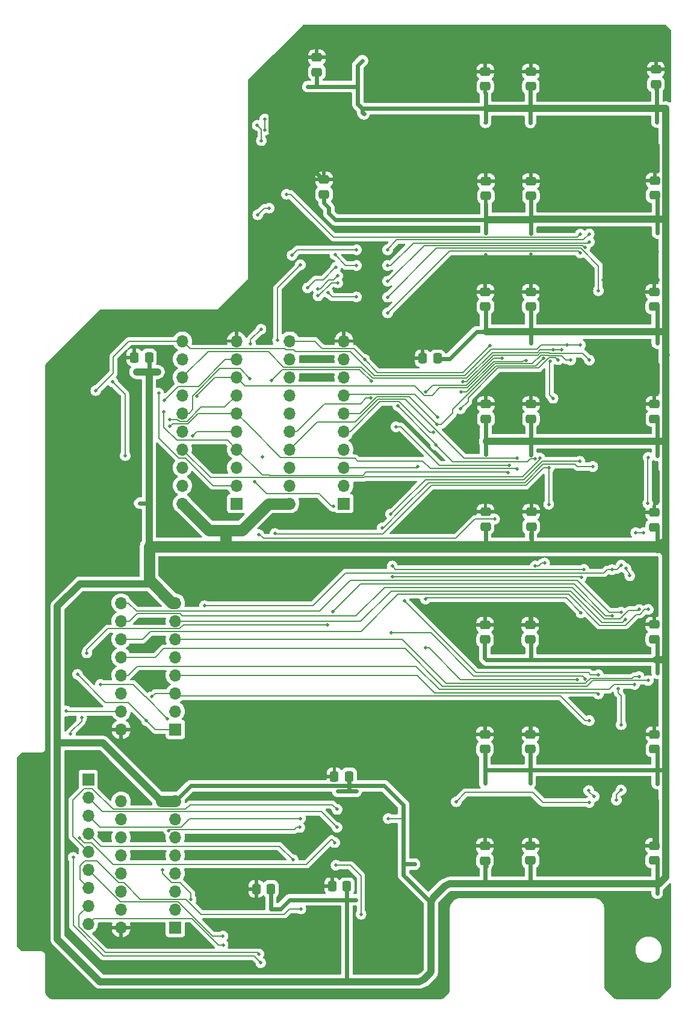
<source format=gbr>
%TF.GenerationSoftware,KiCad,Pcbnew,8.0.5*%
%TF.CreationDate,2024-11-24T09:32:11-04:00*%
%TF.ProjectId,RAMEXB_V21_Github,52414d45-5842-45f5-9632-315f47697468,rev?*%
%TF.SameCoordinates,Original*%
%TF.FileFunction,Copper,L2,Bot*%
%TF.FilePolarity,Positive*%
%FSLAX46Y46*%
G04 Gerber Fmt 4.6, Leading zero omitted, Abs format (unit mm)*
G04 Created by KiCad (PCBNEW 8.0.5) date 2024-11-24 09:32:11*
%MOMM*%
%LPD*%
G01*
G04 APERTURE LIST*
G04 Aperture macros list*
%AMRoundRect*
0 Rectangle with rounded corners*
0 $1 Rounding radius*
0 $2 $3 $4 $5 $6 $7 $8 $9 X,Y pos of 4 corners*
0 Add a 4 corners polygon primitive as box body*
4,1,4,$2,$3,$4,$5,$6,$7,$8,$9,$2,$3,0*
0 Add four circle primitives for the rounded corners*
1,1,$1+$1,$2,$3*
1,1,$1+$1,$4,$5*
1,1,$1+$1,$6,$7*
1,1,$1+$1,$8,$9*
0 Add four rect primitives between the rounded corners*
20,1,$1+$1,$2,$3,$4,$5,0*
20,1,$1+$1,$4,$5,$6,$7,0*
20,1,$1+$1,$6,$7,$8,$9,0*
20,1,$1+$1,$8,$9,$2,$3,0*%
G04 Aperture macros list end*
%TA.AperFunction,SMDPad,CuDef*%
%ADD10RoundRect,0.250000X0.475000X-0.337500X0.475000X0.337500X-0.475000X0.337500X-0.475000X-0.337500X0*%
%TD*%
%TA.AperFunction,ComponentPad*%
%ADD11R,1.700000X1.700000*%
%TD*%
%TA.AperFunction,ComponentPad*%
%ADD12O,1.700000X1.700000*%
%TD*%
%TA.AperFunction,SMDPad,CuDef*%
%ADD13RoundRect,0.250000X0.337500X0.475000X-0.337500X0.475000X-0.337500X-0.475000X0.337500X-0.475000X0*%
%TD*%
%TA.AperFunction,ViaPad*%
%ADD14C,0.500000*%
%TD*%
%TA.AperFunction,ViaPad*%
%ADD15C,0.600000*%
%TD*%
%TA.AperFunction,Conductor*%
%ADD16C,0.600000*%
%TD*%
%TA.AperFunction,Conductor*%
%ADD17C,0.500000*%
%TD*%
%TA.AperFunction,Conductor*%
%ADD18C,0.150000*%
%TD*%
%TA.AperFunction,Conductor*%
%ADD19C,1.000000*%
%TD*%
%TA.AperFunction,Conductor*%
%ADD20C,1.600000*%
%TD*%
%TA.AperFunction,Conductor*%
%ADD21C,0.200000*%
%TD*%
G04 APERTURE END LIST*
D10*
%TO.P,C22,1*%
%TO.N,VCC*%
X219825000Y-117343900D03*
%TO.P,C22,2*%
%TO.N,GND*%
X219825000Y-115268900D03*
%TD*%
%TO.P,C6,1*%
%TO.N,VCC*%
X243660000Y-70891200D03*
%TO.P,C6,2*%
%TO.N,GND*%
X243660000Y-68816200D03*
%TD*%
D11*
%TO.P,J3,1*%
%TO.N,Net-(JP3-A)*%
X176280000Y-114580000D03*
D12*
%TO.P,J3,2*%
%TO.N,unconnected-(J3-Pad2)*%
X176280000Y-112040000D03*
%TO.P,J3,3*%
%TO.N,RAM-R{slash}~{W}F*%
X176280000Y-109500000D03*
%TO.P,J3,4*%
%TO.N,~{RASF}*%
X176280000Y-106960000D03*
%TO.P,J3,5*%
%TO.N,MSRA0F*%
X176280000Y-104420000D03*
%TO.P,J3,6*%
%TO.N,RA2F*%
X176280000Y-101880000D03*
%TO.P,J3,7*%
%TO.N,RA1F*%
X176280000Y-99340000D03*
%TO.P,J3,8*%
%TO.N,VCC*%
X176280000Y-96800000D03*
%TO.P,J3,9*%
%TO.N,RA7F*%
X168660000Y-96800000D03*
%TO.P,J3,10*%
%TO.N,RA5F*%
X168660000Y-99340000D03*
%TO.P,J3,11*%
%TO.N,RA4F*%
X168660000Y-101880000D03*
%TO.P,J3,12*%
%TO.N,RA3F*%
X168660000Y-104420000D03*
%TO.P,J3,13*%
%TO.N,RA6F*%
X168660000Y-106960000D03*
%TO.P,J3,14*%
%TO.N,unconnected-(J3-Pad14)*%
X168660000Y-109500000D03*
%TO.P,J3,15*%
%TO.N,~{SCAS2F}*%
X168660000Y-112040000D03*
%TO.P,J3,16*%
%TO.N,GND*%
X168660000Y-114580000D03*
%TD*%
D11*
%TO.P,J4,1*%
%TO.N,Net-(JP3-A)*%
X176280000Y-142440000D03*
D12*
%TO.P,J4,2*%
%TO.N,unconnected-(J4-Pad2)*%
X176280000Y-139900000D03*
%TO.P,J4,3*%
%TO.N,RAM-R{slash}~{W}F*%
X176280000Y-137360000D03*
%TO.P,J4,4*%
%TO.N,~{RASF}*%
X176280000Y-134820000D03*
%TO.P,J4,5*%
%TO.N,unconnected-(J4-Pad5)*%
X176280000Y-132280000D03*
%TO.P,J4,6*%
%TO.N,unconnected-(J4-Pad6)*%
X176280000Y-129740000D03*
%TO.P,J4,7*%
%TO.N,unconnected-(J4-Pad7)*%
X176280000Y-127200000D03*
%TO.P,J4,8*%
%TO.N,VCC*%
X176280000Y-124660000D03*
%TO.P,J4,9*%
%TO.N,unconnected-(J4-Pad9)*%
X168660000Y-124660000D03*
%TO.P,J4,10*%
%TO.N,unconnected-(J4-Pad10)*%
X168660000Y-127200000D03*
%TO.P,J4,11*%
%TO.N,unconnected-(J4-Pad11)*%
X168660000Y-129740000D03*
%TO.P,J4,12*%
%TO.N,unconnected-(J4-Pad12)*%
X168660000Y-132280000D03*
%TO.P,J4,13*%
%TO.N,unconnected-(J4-Pad13)*%
X168660000Y-134820000D03*
%TO.P,J4,14*%
%TO.N,unconnected-(J4-Pad14)*%
X168660000Y-137360000D03*
%TO.P,J4,15*%
%TO.N,~{SCAS3F}*%
X168660000Y-139900000D03*
%TO.P,J4,16*%
%TO.N,GND*%
X168660000Y-142440000D03*
%TD*%
D10*
%TO.P,C8,1*%
%TO.N,VCC*%
X219875000Y-24123700D03*
%TO.P,C8,2*%
%TO.N,GND*%
X219875000Y-22048700D03*
%TD*%
%TO.P,C26,1*%
%TO.N,VCC*%
X226300000Y-39537500D03*
%TO.P,C26,2*%
%TO.N,GND*%
X226300000Y-37462500D03*
%TD*%
%TO.P,C17,1*%
%TO.N,VCC*%
X243630000Y-132997500D03*
%TO.P,C17,2*%
%TO.N,GND*%
X243630000Y-130922500D03*
%TD*%
%TO.P,C7,1*%
%TO.N,VCC*%
X226300000Y-70901200D03*
%TO.P,C7,2*%
%TO.N,GND*%
X226300000Y-68826200D03*
%TD*%
%TO.P,C23,1*%
%TO.N,VCC*%
X226250000Y-132992500D03*
%TO.P,C23,2*%
%TO.N,GND*%
X226250000Y-130917500D03*
%TD*%
%TO.P,C9,1*%
%TO.N,VCC*%
X243650000Y-86143800D03*
%TO.P,C9,2*%
%TO.N,GND*%
X243650000Y-84068800D03*
%TD*%
%TO.P,C11,1*%
%TO.N,VCC*%
X219905900Y-86049100D03*
%TO.P,C11,2*%
%TO.N,GND*%
X219905900Y-83974100D03*
%TD*%
%TO.P,C19,1*%
%TO.N,VCC*%
X219825000Y-133037500D03*
%TO.P,C19,2*%
%TO.N,GND*%
X219825000Y-130962500D03*
%TD*%
%TO.P,C32,1*%
%TO.N,VCC*%
X243890000Y-23833700D03*
%TO.P,C32,2*%
%TO.N,GND*%
X243890000Y-21758700D03*
%TD*%
D11*
%TO.P,U21,1,OEa*%
%TO.N,unconnected-(U21-OEa-Pad1)*%
X200000000Y-82811400D03*
D12*
%TO.P,U21,2,I0a*%
%TO.N,DQ8*%
X200000000Y-80271400D03*
%TO.P,U21,3,O3b*%
%TO.N,D12*%
X200000000Y-77731400D03*
%TO.P,U21,4,I1a*%
%TO.N,DQ9*%
X200000000Y-75191400D03*
%TO.P,U21,5,O2b*%
%TO.N,D13*%
X200000000Y-72651400D03*
%TO.P,U21,6,I2a*%
%TO.N,DQ10*%
X200000000Y-70111400D03*
%TO.P,U21,7,O1b*%
%TO.N,D14*%
X200000000Y-67571400D03*
%TO.P,U21,8,I3a*%
%TO.N,DQ11*%
X200000000Y-65031400D03*
%TO.P,U21,9,O0b*%
%TO.N,D15*%
X200000000Y-62491400D03*
%TO.P,U21,10,GND*%
%TO.N,GND*%
X200000000Y-59951400D03*
%TO.P,U21,11,I0b*%
%TO.N,DQ15*%
X192380000Y-59951400D03*
%TO.P,U21,12,O3a*%
%TO.N,D11*%
X192380000Y-62491400D03*
%TO.P,U21,13,I1b*%
%TO.N,DQ14*%
X192380000Y-65031400D03*
%TO.P,U21,14,O2a*%
%TO.N,D10*%
X192380000Y-67571400D03*
%TO.P,U21,15,I2b*%
%TO.N,DQ13*%
X192380000Y-70111400D03*
%TO.P,U21,16,O1a*%
%TO.N,D9*%
X192380000Y-72651400D03*
%TO.P,U21,17,I3b*%
%TO.N,DQ12*%
X192380000Y-75191400D03*
%TO.P,U21,18,O0a*%
%TO.N,D8*%
X192380000Y-77731400D03*
%TO.P,U21,19,OEb*%
%TO.N,unconnected-(U21-OEb-Pad19)*%
X192380000Y-80271400D03*
%TO.P,U21,20,VCC*%
%TO.N,VCC*%
X192380000Y-82811400D03*
%TD*%
D10*
%TO.P,C5,1*%
%TO.N,VCC*%
X226286000Y-55096700D03*
%TO.P,C5,2*%
%TO.N,GND*%
X226286000Y-53021700D03*
%TD*%
%TO.P,C15,1*%
%TO.N,VCC*%
X226200000Y-101942300D03*
%TO.P,C15,2*%
%TO.N,GND*%
X226200000Y-99867300D03*
%TD*%
D13*
%TO.P,C30,1*%
%TO.N,VCC*%
X213152500Y-62375000D03*
%TO.P,C30,2*%
%TO.N,GND*%
X211077500Y-62375000D03*
%TD*%
D10*
%TO.P,C14,1*%
%TO.N,VCC*%
X243650000Y-101894400D03*
%TO.P,C14,2*%
%TO.N,GND*%
X243650000Y-99819400D03*
%TD*%
%TO.P,C27,1*%
%TO.N,VCC*%
X243710000Y-39427500D03*
%TO.P,C27,2*%
%TO.N,GND*%
X243710000Y-37352500D03*
%TD*%
%TO.P,C13,1*%
%TO.N,VCC*%
X196180000Y-22127500D03*
%TO.P,C13,2*%
%TO.N,GND*%
X196180000Y-20052500D03*
%TD*%
%TO.P,C10,1*%
%TO.N,VCC*%
X226345000Y-86053800D03*
%TO.P,C10,2*%
%TO.N,GND*%
X226345000Y-83978800D03*
%TD*%
D13*
%TO.P,C29,1*%
%TO.N,VCC*%
X200417500Y-136620000D03*
%TO.P,C29,2*%
%TO.N,GND*%
X198342500Y-136620000D03*
%TD*%
D10*
%TO.P,C12,1*%
%TO.N,VCC*%
X219850300Y-101942300D03*
%TO.P,C12,2*%
%TO.N,GND*%
X219850300Y-99867300D03*
%TD*%
%TO.P,C20,1*%
%TO.N,VCC*%
X243670000Y-117351000D03*
%TO.P,C20,2*%
%TO.N,GND*%
X243670000Y-115276000D03*
%TD*%
D11*
%TO.P,J5,1,Pin_1*%
%TO.N,MSRA8F*%
X164025000Y-121595000D03*
D12*
%TO.P,J5,2,Pin_2*%
%TO.N,A19*%
X164025000Y-124135000D03*
%TO.P,J5,3,Pin_3*%
%TO.N,A20*%
X164025000Y-126675000D03*
%TO.P,J5,4,Pin_4*%
%TO.N,A21*%
X164025000Y-129215000D03*
%TO.P,J5,5,Pin_5*%
%TO.N,VID\u005C~{u}*%
X164025000Y-131755000D03*
%TO.P,J5,6,Pin_6*%
%TO.N,MC2M*%
X164025000Y-134295000D03*
%TO.P,J5,7,Pin_7*%
%TO.N,~{RAS}*%
X164025000Y-136835000D03*
%TO.P,J5,8,Pin_8*%
%TO.N,~{MCAS0}*%
X164025000Y-139375000D03*
%TO.P,J5,9,Pin_9*%
%TO.N,~{MCAS1}*%
X164025000Y-141915000D03*
%TD*%
D10*
%TO.P,C4,1*%
%TO.N,VCC*%
X243646000Y-55086700D03*
%TO.P,C4,2*%
%TO.N,GND*%
X243646000Y-53011700D03*
%TD*%
D13*
%TO.P,C16,1*%
%TO.N,VCC*%
X189737700Y-137002100D03*
%TO.P,C16,2*%
%TO.N,GND*%
X187662700Y-137002100D03*
%TD*%
D10*
%TO.P,C18,1*%
%TO.N,VCC*%
X197190000Y-39317500D03*
%TO.P,C18,2*%
%TO.N,GND*%
X197190000Y-37242500D03*
%TD*%
%TO.P,C31,1*%
%TO.N,VCC*%
X226290000Y-24123700D03*
%TO.P,C31,2*%
%TO.N,GND*%
X226290000Y-22048700D03*
%TD*%
D13*
%TO.P,C28,1*%
%TO.N,VCC*%
X200727500Y-121170000D03*
%TO.P,C28,2*%
%TO.N,GND*%
X198652500Y-121170000D03*
%TD*%
D10*
%TO.P,C3,1*%
%TO.N,VCC*%
X219960000Y-70893700D03*
%TO.P,C3,2*%
%TO.N,GND*%
X219960000Y-68818700D03*
%TD*%
%TO.P,C21,1*%
%TO.N,VCC*%
X226225000Y-117343900D03*
%TO.P,C21,2*%
%TO.N,GND*%
X226225000Y-115268900D03*
%TD*%
%TO.P,C24,1*%
%TO.N,VCC*%
X219885000Y-55096700D03*
%TO.P,C24,2*%
%TO.N,GND*%
X219885000Y-53021700D03*
%TD*%
%TO.P,C25,1*%
%TO.N,VCC*%
X219970000Y-39540000D03*
%TO.P,C25,2*%
%TO.N,GND*%
X219970000Y-37465000D03*
%TD*%
D11*
%TO.P,U20,1,OEa*%
%TO.N,unconnected-(U20-OEa-Pad1)*%
X184900000Y-82811400D03*
D12*
%TO.P,U20,2,I0a*%
%TO.N,DQ0*%
X184900000Y-80271400D03*
%TO.P,U20,3,O3b*%
%TO.N,D4*%
X184900000Y-77731400D03*
%TO.P,U20,4,I1a*%
%TO.N,DQ1*%
X184900000Y-75191400D03*
%TO.P,U20,5,O2b*%
%TO.N,D5*%
X184900000Y-72651400D03*
%TO.P,U20,6,I2a*%
%TO.N,DQ2*%
X184900000Y-70111400D03*
%TO.P,U20,7,O1b*%
%TO.N,D6*%
X184900000Y-67571400D03*
%TO.P,U20,8,I3a*%
%TO.N,DQ3*%
X184900000Y-65031400D03*
%TO.P,U20,9,O0b*%
%TO.N,D7*%
X184900000Y-62491400D03*
%TO.P,U20,10,GND*%
%TO.N,GND*%
X184900000Y-59951400D03*
%TO.P,U20,11,I0b*%
%TO.N,DQ7*%
X177280000Y-59951400D03*
%TO.P,U20,12,O3a*%
%TO.N,D3*%
X177280000Y-62491400D03*
%TO.P,U20,13,I1b*%
%TO.N,DQ6*%
X177280000Y-65031400D03*
%TO.P,U20,14,O2a*%
%TO.N,D2*%
X177280000Y-67571400D03*
%TO.P,U20,15,I2b*%
%TO.N,DQ5*%
X177280000Y-70111400D03*
%TO.P,U20,16,O1a*%
%TO.N,D1*%
X177280000Y-72651400D03*
%TO.P,U20,17,I3b*%
%TO.N,DQ4*%
X177280000Y-75191400D03*
%TO.P,U20,18,O0a*%
%TO.N,D0*%
X177280000Y-77731400D03*
%TO.P,U20,19,OEb*%
%TO.N,unconnected-(U20-OEb-Pad19)*%
X177280000Y-80271400D03*
%TO.P,U20,20,VCC*%
%TO.N,VCC*%
X177280000Y-82811400D03*
%TD*%
D13*
%TO.P,C1,1*%
%TO.N,VCC*%
X172587500Y-62250000D03*
%TO.P,C1,2*%
%TO.N,GND*%
X170512500Y-62250000D03*
%TD*%
D14*
%TO.N,GND*%
X167630000Y-89060000D03*
X170460000Y-76030000D03*
X170980000Y-92550000D03*
X195010000Y-135740000D03*
X168690000Y-116620000D03*
X161400000Y-92240000D03*
X195650000Y-85820000D03*
X196080000Y-65120000D03*
X165460000Y-118300000D03*
X181770000Y-141810000D03*
X219920000Y-51400700D03*
X237680000Y-132560000D03*
X212360000Y-51313332D03*
X244070000Y-82503400D03*
X226248000Y-16817500D03*
X207460000Y-75940000D03*
X174500000Y-79500000D03*
X244030000Y-20427500D03*
X212360000Y-36860000D03*
X244020000Y-16817500D03*
X166500000Y-130000000D03*
X168750000Y-62270000D03*
X236450000Y-93950000D03*
X214000000Y-151550000D03*
X226328000Y-32400000D03*
X226250000Y-20337500D03*
X226291000Y-124650000D03*
X237500000Y-150100000D03*
X237000000Y-139300000D03*
X178250000Y-92700000D03*
X233000000Y-132450000D03*
X174700000Y-62300000D03*
X236440000Y-124710000D03*
X161000000Y-114220000D03*
X185340000Y-123980000D03*
X189670000Y-27940000D03*
X173800000Y-101800000D03*
X219956000Y-113320000D03*
X172550000Y-96920000D03*
X166270000Y-142450000D03*
X236420000Y-20327500D03*
X204580000Y-120750000D03*
X178620000Y-143600000D03*
X214150000Y-147150000D03*
X202450000Y-147690000D03*
X185340000Y-129850000D03*
X163040000Y-77310000D03*
X164340000Y-85830000D03*
X244000000Y-124540000D03*
X181870000Y-147890000D03*
X195950000Y-62480000D03*
X160700000Y-150750000D03*
X186740000Y-145140000D03*
X197750000Y-144365000D03*
X199580000Y-110750000D03*
X219920000Y-16717500D03*
X161310000Y-88010000D03*
X226317000Y-67134100D03*
X179580000Y-110750000D03*
X154380000Y-118620000D03*
X172750000Y-99500000D03*
X204500000Y-83500000D03*
X185340000Y-132260000D03*
X190860000Y-34490000D03*
X236490000Y-32070000D03*
X170700000Y-114630000D03*
X171240000Y-124340000D03*
X244074000Y-63233500D03*
X219900000Y-124600000D03*
X219950000Y-128900000D03*
X199300000Y-20850000D03*
X154380000Y-136260000D03*
X219580000Y-130750000D03*
X219950000Y-98310000D03*
X214580000Y-120750000D03*
X245350000Y-145150000D03*
X165080000Y-92270000D03*
X166040000Y-68020000D03*
X197750000Y-151750000D03*
X245550000Y-139250000D03*
X236460000Y-78340000D03*
X219921000Y-20417500D03*
X241500000Y-141850000D03*
X244050000Y-67150000D03*
X174920000Y-86020000D03*
X244110000Y-36010000D03*
X184580000Y-120750000D03*
X189580000Y-110750000D03*
X209580000Y-110750000D03*
X236410000Y-128920000D03*
X197750000Y-145520000D03*
X226287000Y-97891700D03*
X237450000Y-145050000D03*
X211710000Y-74440000D03*
X236500000Y-35910000D03*
X162480000Y-98890000D03*
X162540000Y-108860000D03*
X226280000Y-51370700D03*
X244900000Y-150150000D03*
X214310000Y-99670000D03*
X204000000Y-75800000D03*
X180750000Y-81750000D03*
X214580000Y-140750000D03*
X209580000Y-130750000D03*
X166480000Y-104390000D03*
X219928000Y-82373200D03*
X198660000Y-38300000D03*
X171750000Y-107000000D03*
X212360000Y-44086666D03*
X210490000Y-147050000D03*
X236470000Y-82233400D03*
X244000000Y-129370000D03*
X197750000Y-143210000D03*
X236420000Y-51340700D03*
X194360000Y-15990000D03*
X154380000Y-145080000D03*
X218100000Y-73400000D03*
X236410000Y-16487500D03*
X154380000Y-127440000D03*
X226330000Y-35920000D03*
X244048000Y-78287300D03*
X219941000Y-67470000D03*
X185340000Y-135830000D03*
X166380000Y-98050000D03*
X170650000Y-103240000D03*
X166630000Y-114560000D03*
X202800000Y-124790000D03*
X171250000Y-132250000D03*
X210290000Y-85360000D03*
X226298000Y-82260800D03*
X218100000Y-70700000D03*
X218040000Y-15990000D03*
X219921000Y-47800000D03*
X195760000Y-38310000D03*
X236453000Y-67096700D03*
X173850000Y-76810000D03*
X236450000Y-63250000D03*
X180500000Y-75200000D03*
X220001000Y-36000000D03*
X244040000Y-51350700D03*
X220000000Y-32300000D03*
X180250000Y-151750000D03*
X171250000Y-129750000D03*
X182100000Y-77400000D03*
X244066000Y-47400000D03*
X194580000Y-120750000D03*
X226286000Y-47749200D03*
X200990000Y-91560000D03*
X226250000Y-113900000D03*
X236400000Y-113350000D03*
X206200000Y-15990000D03*
X161100000Y-140640000D03*
X212360000Y-58540000D03*
X168030000Y-148000000D03*
X226275000Y-128808000D03*
X165250000Y-75750000D03*
X171050000Y-142520000D03*
%TO.N,RAM-R{slash}~{W}F*%
X234510000Y-113340000D03*
X234490000Y-124840000D03*
X215810000Y-124740000D03*
X216693000Y-65675000D03*
X172955000Y-109975000D03*
X234548000Y-62650000D03*
%TO.N,DQ14*%
X222240000Y-62375000D03*
X211500000Y-67100000D03*
%TO.N,DQ12*%
X224350000Y-76427200D03*
%TO.N,DQ13*%
X223288000Y-77411600D03*
X207305000Y-72005000D03*
%TO.N,DQ0*%
X187990000Y-87150000D03*
X221200000Y-85000000D03*
X173932000Y-67248200D03*
%TO.N,DQ10*%
X228071000Y-62387200D03*
X213100000Y-71700000D03*
%TO.N,DQ2*%
X175523000Y-71953600D03*
X224369000Y-77940900D03*
%TO.N,DQ5*%
X228828000Y-77775000D03*
X229400000Y-68000000D03*
X228986000Y-62814400D03*
X190280000Y-87020000D03*
X228795000Y-82904600D03*
X186770000Y-65200000D03*
%TO.N,DQ7*%
X233230000Y-60500000D03*
X165110000Y-66910000D03*
X231340000Y-60530000D03*
%TO.N,DQ11*%
X212936000Y-74546000D03*
X207550000Y-69050000D03*
X226883000Y-76500000D03*
%TO.N,DQ9*%
X230095000Y-62580000D03*
X216400000Y-69500000D03*
%TO.N,DQ3*%
X179325000Y-67711500D03*
X225650000Y-62675000D03*
%TO.N,DQ8*%
X216500000Y-67100000D03*
X231900000Y-62630000D03*
%TO.N,DQ6*%
X229461000Y-61214100D03*
X230650000Y-61190000D03*
%TO.N,DQ15*%
X202896000Y-62534100D03*
X220560000Y-60560000D03*
%TO.N,DQ1*%
X223100000Y-78475000D03*
X174683000Y-69908600D03*
%TO.N,DQ4*%
X227555000Y-76380000D03*
X228220000Y-91180000D03*
X226930000Y-91570000D03*
%TO.N,D6*%
X175518000Y-71041100D03*
%TO.N,D0*%
X169218000Y-76053200D03*
X167460000Y-65690000D03*
%TO.N,D7*%
X174720000Y-68250000D03*
%TO.N,D5*%
X178690000Y-73250000D03*
%TO.N,D9*%
X203740000Y-67960000D03*
%TO.N,D8*%
X203820000Y-65610000D03*
X189815000Y-65490000D03*
%TO.N,D14*%
X213200000Y-70700000D03*
%TO.N,D12*%
X210370000Y-77645000D03*
%TO.N,D13*%
X212600000Y-72800000D03*
%TO.N,~{RASF}*%
X235800000Y-109590000D03*
%TO.N,RA5F*%
X241530000Y-97710000D03*
X242146000Y-86900000D03*
X241050000Y-86900000D03*
%TO.N,RA2F*%
X241500000Y-107150000D03*
%TO.N,RA7F*%
X238985000Y-98100000D03*
%TO.N,RA6F*%
X240200000Y-92970000D03*
X239649000Y-91930000D03*
X240890000Y-108239000D03*
%TO.N,RA3F*%
X242800000Y-76300000D03*
X242750000Y-82800000D03*
X242795000Y-107700000D03*
%TO.N,~{MCAS1F}*%
X234500000Y-46010000D03*
X206138000Y-49339000D03*
%TO.N,~{MCAS0F}*%
X206138000Y-51556000D03*
X233911000Y-46799100D03*
%TO.N,RA4F*%
X242795000Y-97700000D03*
%TO.N,MSRA0F*%
X180380000Y-97180000D03*
X239000000Y-113900000D03*
X238985000Y-123100000D03*
X237710000Y-92110000D03*
X238328000Y-124500000D03*
X238545000Y-108875000D03*
X239000000Y-91500000D03*
%TO.N,RA1F*%
X239610000Y-99080000D03*
%TO.N,VCC*%
X209960000Y-133520000D03*
X201741000Y-123280000D03*
X226280000Y-60250700D03*
X226220000Y-133860000D03*
X206193000Y-127099000D03*
X219840000Y-118334000D03*
X226300000Y-40650000D03*
X214805000Y-62435000D03*
X219890000Y-29217500D03*
X171256000Y-82760600D03*
X226210000Y-122164000D03*
D15*
X226288000Y-87162000D03*
D14*
X199110000Y-123273000D03*
X219986000Y-40650000D03*
X244091000Y-76036800D03*
X244100000Y-72200000D03*
X219960000Y-72200000D03*
X219906000Y-25067500D03*
X194890000Y-24180000D03*
X219970000Y-44800000D03*
X244072000Y-133966000D03*
X244020000Y-25367500D03*
X244020000Y-29177500D03*
X202820388Y-28019366D03*
X226280000Y-56400700D03*
X244069000Y-106656000D03*
X244065000Y-137605000D03*
X170810000Y-64280000D03*
X244070000Y-87213400D03*
X226300000Y-103017000D03*
X202590000Y-20505000D03*
X244100000Y-44760000D03*
X219840000Y-122184000D03*
X226300000Y-72163700D03*
X219937000Y-87274300D03*
X226300000Y-75969600D03*
X226220000Y-118334000D03*
X244051000Y-122198000D03*
X197858244Y-41187188D03*
X244060000Y-56410700D03*
X173780000Y-64300000D03*
X226220000Y-29227500D03*
X226300000Y-44810000D03*
X244100000Y-118304000D03*
X191080000Y-139810000D03*
X244050000Y-60250700D03*
X219820000Y-102917000D03*
X219910000Y-56410700D03*
X244078000Y-103036000D03*
X219930000Y-75870200D03*
X244100000Y-40950000D03*
X199190000Y-138530000D03*
X220000000Y-133800000D03*
X201640000Y-138530000D03*
X226220000Y-25067500D03*
X196220000Y-23360000D03*
%TO.N,~{MCAS5F}*%
X206138000Y-53773000D03*
X235810000Y-52860000D03*
%TO.N,~{MCAS4F}*%
X233260000Y-47580000D03*
X206138000Y-55990000D03*
%TO.N,~{MCAS7F}*%
X235000000Y-77600000D03*
X205400000Y-86218900D03*
%TO.N,~{MCAS6F}*%
X233170000Y-76870000D03*
X206575000Y-84290000D03*
%TO.N,~{MCAS9F}*%
X233770000Y-92045000D03*
X206810000Y-91600000D03*
%TO.N,~{MCAS8F}*%
X233370000Y-93160000D03*
X206790000Y-93110000D03*
%TO.N,~{MCAS11F}*%
X208480000Y-96500000D03*
X235800000Y-106914000D03*
%TO.N,~{MCAS10F}*%
X233360000Y-98170000D03*
X211450000Y-96240000D03*
%TO.N,~{MCAS13F}*%
X234440000Y-123180000D03*
X235200000Y-124000000D03*
X233890000Y-107450000D03*
X206670000Y-101010000D03*
%TO.N,~{MCAS12F}*%
X211510000Y-103100000D03*
X232850000Y-107554000D03*
%TO.N,~{MCAS15F}*%
X206138000Y-47122000D03*
X234490000Y-44880000D03*
%TO.N,~{MCAS14F}*%
X191890000Y-39300000D03*
X233270000Y-44890000D03*
%TO.N,~{MCAS0}*%
X188030000Y-146145000D03*
%TO.N,~{MCAS1}*%
X182995000Y-144875000D03*
%TO.N,MC2M*%
X182990000Y-143605000D03*
%TO.N,A21*%
X192860000Y-132930000D03*
%TO.N,A19*%
X199020000Y-128350000D03*
%TO.N,VID\u005C~{u}*%
X202390000Y-140560000D03*
X199030000Y-125820000D03*
X198890000Y-133680000D03*
%TO.N,A20*%
X193900000Y-127100000D03*
%TO.N,Net-(U8-~{Y4})*%
X196360000Y-53600000D03*
X199110000Y-51750000D03*
%TO.N,Net-(U9-~{Y5})*%
X188530000Y-76270000D03*
%TO.N,Net-(U8-~{Y5})*%
X199105000Y-50790000D03*
X196330000Y-52600000D03*
%TO.N,Net-(U8-~{Y6})*%
X198840000Y-49590000D03*
X194850000Y-52490000D03*
%TO.N,Net-(U9-~{Y6})*%
X186870000Y-60340000D03*
X188330000Y-58280000D03*
%TO.N,Net-(U9-~{Y4})*%
X193865000Y-49230000D03*
X190670000Y-59840000D03*
%TO.N,Net-(U9-~{Y3})*%
X187400000Y-79750000D03*
X198500000Y-83201300D03*
%TO.N,Net-(U9-~{Y2})*%
X201780000Y-53760000D03*
X197745876Y-53135876D03*
%TO.N,Net-(U9-~{Y0})*%
X198740000Y-47830000D03*
X201780000Y-49339000D03*
%TO.N,Net-(U9-~{Y7})*%
X192720000Y-47870000D03*
X201780000Y-47110000D03*
%TO.N,Net-(U9-~{E1})*%
X178500000Y-138500000D03*
X174480000Y-134350000D03*
%TO.N,Net-(U8-~{E1})*%
X161560000Y-115210000D03*
X188310000Y-147400000D03*
X161910000Y-132570000D03*
X163105000Y-112925000D03*
%TO.N,Net-(U1-I0a)*%
X175340000Y-128785000D03*
X188890876Y-30270876D03*
X165760000Y-108260000D03*
X175170000Y-113120000D03*
X193790000Y-128360000D03*
X188870000Y-28730000D03*
%TO.N,Net-(U1-I0b)*%
X187880000Y-42190000D03*
X198690000Y-130480000D03*
X188400000Y-31760000D03*
X162826000Y-129874000D03*
X187810000Y-29620000D03*
X189490000Y-41260000D03*
%TO.N,~{RAS}*%
X193934000Y-139810000D03*
%TO.N,MSRA8F*%
X237715000Y-98575000D03*
X198470000Y-97990000D03*
X197700000Y-99875000D03*
X163830000Y-103810000D03*
%TO.N,~{SCAS2F}*%
X160930000Y-112000000D03*
%TO.N,Net-(JP3-A)*%
X172225000Y-113335000D03*
X162520000Y-106840000D03*
%TD*%
D16*
%TO.N,GND*%
X244050000Y-51340700D02*
X244040000Y-51350700D01*
X219941000Y-68799800D02*
X219960000Y-68818700D01*
X244050000Y-67150000D02*
X244100000Y-67100000D01*
D17*
X226350000Y-35940000D02*
X226330000Y-35920000D01*
D16*
X244057000Y-78320400D02*
X244057000Y-82490400D01*
X244000000Y-129370000D02*
X244000000Y-124540000D01*
X226250000Y-113900000D02*
X226250000Y-115244000D01*
X244100000Y-36000000D02*
X244110000Y-36010000D01*
X244000000Y-129370000D02*
X244000000Y-130817000D01*
X219968000Y-68826200D02*
X219960000Y-68818700D01*
X244100000Y-32400000D02*
X244100000Y-36000000D01*
D17*
X236420000Y-20327500D02*
X236420000Y-16497500D01*
D16*
X226250000Y-115244000D02*
X226225000Y-115269000D01*
X226287000Y-99780000D02*
X226200000Y-99867300D01*
X244040000Y-51350700D02*
X244050000Y-51360700D01*
X189670000Y-30550000D02*
X189670000Y-27940000D01*
D17*
X236500000Y-32300000D02*
X236500000Y-35910000D01*
D16*
X190860000Y-31740000D02*
X189670000Y-30550000D01*
X226287000Y-97891700D02*
X226287000Y-99780000D01*
X244050000Y-78313400D02*
X244057000Y-78320400D01*
X190860000Y-34490000D02*
X190860000Y-31740000D01*
X244057000Y-82490400D02*
X244070000Y-82503400D01*
X226366000Y-130968000D02*
X226116000Y-130718000D01*
X244020000Y-16817500D02*
X244020000Y-20417500D01*
X244000000Y-68826200D02*
X244100000Y-68726200D01*
X243750000Y-130912000D02*
X243737000Y-130900000D01*
X236490000Y-32070000D02*
X236490000Y-35900000D01*
X226317000Y-68809100D02*
X226300000Y-68826200D01*
X243980000Y-115036000D02*
X243730000Y-115286000D01*
X244100000Y-63273700D02*
X244070000Y-63243700D01*
X236490000Y-35900000D02*
X236500000Y-35910000D01*
X244070000Y-82503400D02*
X244057000Y-82516400D01*
X244050000Y-51238300D02*
X244050000Y-51340700D01*
X197190000Y-37242500D02*
X197052500Y-37242500D01*
X197052500Y-37242500D02*
X194300000Y-34490000D01*
X244100000Y-67100000D02*
X244100000Y-63273700D01*
D17*
X236420000Y-16497500D02*
X236410000Y-16487500D01*
D16*
X194300000Y-34490000D02*
X190860000Y-34490000D01*
X244100000Y-67200000D02*
X244050000Y-67150000D01*
D18*
%TO.N,RAM-R{slash}~{W}F*%
X228826000Y-61612200D02*
X228903000Y-61689100D01*
X217100000Y-123450000D02*
X226580000Y-123450000D01*
X233587000Y-61689100D02*
X234548000Y-62650000D01*
X214944000Y-109890000D02*
X176670000Y-109890000D01*
X173430000Y-109500000D02*
X176280000Y-109500000D01*
X226580000Y-123450000D02*
X227970000Y-124840000D01*
X221030000Y-61900000D02*
X227286000Y-61900000D01*
X228903000Y-61689100D02*
X233587000Y-61689100D01*
X227970000Y-124840000D02*
X234490000Y-124840000D01*
X172955000Y-109975000D02*
X173430000Y-109500000D01*
X215810000Y-124740000D02*
X217100000Y-123450000D01*
X227574000Y-61612200D02*
X228826000Y-61612200D01*
X227286000Y-61900000D02*
X227574000Y-61612200D01*
X230479000Y-109889000D02*
X214953000Y-109889000D01*
X217255000Y-65675000D02*
X221030000Y-61900000D01*
X233930000Y-113340000D02*
X230479000Y-109889000D01*
X216693000Y-65675000D02*
X217255000Y-65675000D01*
X234510000Y-113340000D02*
X233930000Y-113340000D01*
X234490000Y-124840000D02*
X234530000Y-124880000D01*
X176670000Y-109890000D02*
X176280000Y-109500000D01*
%TO.N,DQ14*%
X221036000Y-62375000D02*
X217261000Y-66150000D01*
X212490000Y-66150000D02*
X211540000Y-67100000D01*
X211540000Y-67100000D02*
X211500000Y-67100000D01*
X217261000Y-66150000D02*
X212490000Y-66150000D01*
X222240000Y-62375000D02*
X221036000Y-62375000D01*
%TO.N,DQ12*%
X201590000Y-71360000D02*
X196211000Y-71360000D01*
X204830000Y-68120000D02*
X201590000Y-71360000D01*
X223552000Y-76425300D02*
X216925000Y-76425300D01*
X196211000Y-71360000D02*
X192380000Y-75191400D01*
X223553000Y-76427200D02*
X223552000Y-76425300D01*
X224350000Y-76427200D02*
X223553000Y-76427200D01*
X208620000Y-68120000D02*
X204830000Y-68120000D01*
X216925000Y-76425300D02*
X208620000Y-68120000D01*
%TO.N,DQ13*%
X220234000Y-77410000D02*
X220236000Y-77411600D01*
X207305000Y-72005000D02*
X208005000Y-72005000D01*
X208005000Y-72005000D02*
X213410000Y-77410000D01*
X213410000Y-77410000D02*
X220234000Y-77410000D01*
X220236000Y-77411600D02*
X223288000Y-77411600D01*
%TO.N,DQ0*%
X181571000Y-80271400D02*
X177688000Y-76388200D01*
X184900000Y-80271400D02*
X181571000Y-80271400D01*
X174005000Y-73605300D02*
X174005000Y-73438100D01*
X218430000Y-85000000D02*
X221200000Y-85000000D01*
X215730000Y-87700000D02*
X218430000Y-85000000D01*
X188150000Y-87150000D02*
X188700000Y-87700000D01*
X176788000Y-76388200D02*
X174005000Y-73605300D01*
X174005000Y-73438100D02*
X173932000Y-73261300D01*
X188700000Y-87700000D02*
X215730000Y-87700000D01*
X177688000Y-76388200D02*
X176788000Y-76388200D01*
X187990000Y-87150000D02*
X188150000Y-87150000D01*
X173932000Y-73261300D02*
X173932000Y-67248200D01*
%TO.N,DQ10*%
X213710000Y-71700000D02*
X213100000Y-71700000D01*
X215300000Y-70110000D02*
X213710000Y-71700000D01*
X215300000Y-69560000D02*
X215300000Y-70110000D01*
X221410000Y-63450000D02*
X215300000Y-69560000D01*
X212490000Y-71100000D02*
X209160000Y-67770000D01*
X209160000Y-67770000D02*
X204602000Y-67770000D01*
X227008000Y-63450000D02*
X221410000Y-63450000D01*
X202260000Y-70111400D02*
X200000000Y-70111400D01*
X212500000Y-71100000D02*
X212490000Y-71100000D01*
X204602000Y-67770000D02*
X202260000Y-70111400D01*
X228071000Y-62387200D02*
X227008000Y-63450000D01*
X213100000Y-71700000D02*
X212500000Y-71100000D01*
%TO.N,DQ2*%
X179463000Y-70111400D02*
X184900000Y-70111400D01*
X186506000Y-71715700D02*
X186504000Y-71715700D01*
X175523000Y-71953600D02*
X175916000Y-71560000D01*
X211028000Y-76800000D02*
X201900000Y-76800000D01*
X224318000Y-77890000D02*
X212118000Y-77890000D01*
X201560000Y-76460000D02*
X199300000Y-76460000D01*
X224369000Y-77940900D02*
X224318000Y-77890000D01*
X175916000Y-71560000D02*
X178014000Y-71560000D01*
X178014000Y-71560000D02*
X179463000Y-70111400D01*
X199163000Y-76323400D02*
X191113000Y-76323400D01*
X186504000Y-71715700D02*
X184900000Y-70111400D01*
X212118000Y-77890000D02*
X211028000Y-76800000D01*
X199300000Y-76460000D02*
X199163000Y-76323400D01*
X191113000Y-76323400D02*
X186506000Y-71715700D01*
X201900000Y-76800000D02*
X201560000Y-76460000D01*
%TO.N,DQ5*%
X190367000Y-87107100D02*
X205433000Y-87107100D01*
X178700300Y-67664700D02*
X178700000Y-67664700D01*
X205433000Y-87107100D02*
X212290000Y-80250000D01*
X228900000Y-67500000D02*
X229400000Y-68000000D01*
X228828000Y-77775000D02*
X228800000Y-77802600D01*
X228075000Y-77775000D02*
X228828000Y-77775000D01*
X228986000Y-62814400D02*
X228900000Y-62900600D01*
X178700000Y-69600000D02*
X178700000Y-67664700D01*
X228800000Y-82900000D02*
X228795000Y-82904600D01*
X185370000Y-63800000D02*
X182565000Y-63800000D01*
X228900000Y-62900600D02*
X228900000Y-67500000D01*
X212290000Y-80250000D02*
X225600000Y-80250000D01*
X225600000Y-80250000D02*
X228075000Y-77775000D01*
X190280000Y-87020000D02*
X190367000Y-87107100D01*
X177280000Y-70111400D02*
X178189000Y-70111400D01*
X182565000Y-63800000D02*
X178700300Y-67664700D01*
X228800000Y-77802600D02*
X228800000Y-82900000D01*
X186770000Y-65200000D02*
X185370000Y-63800000D01*
X178189000Y-70111400D02*
X178700000Y-69600000D01*
%TO.N,DQ7*%
X202710000Y-63190000D02*
X202710000Y-63190800D01*
X227170000Y-61089900D02*
X227760000Y-60500000D01*
X231370000Y-60500000D02*
X233230000Y-60500000D01*
X191850000Y-61220000D02*
X192970000Y-61220000D01*
X165110000Y-66910000D02*
X167575000Y-64445000D01*
X220670000Y-61089900D02*
X227170000Y-61089900D01*
X227760000Y-60500000D02*
X231370000Y-60500000D01*
X191670000Y-61040000D02*
X191850000Y-61220000D01*
X192970000Y-61220000D02*
X193160000Y-61410000D01*
X200920000Y-61400000D02*
X202710000Y-63190000D01*
X177280000Y-59951400D02*
X178369000Y-61040000D01*
X167575000Y-64445000D02*
X167575000Y-62155000D01*
X204299000Y-64780000D02*
X216980000Y-64780000D01*
X169779000Y-59951400D02*
X177280000Y-59951400D01*
X233230000Y-60500000D02*
X233240000Y-60450000D01*
X231370000Y-60500000D02*
X231340000Y-60530000D01*
X167575000Y-62155000D02*
X169779000Y-59951400D01*
X193170000Y-61400000D02*
X200920000Y-61400000D01*
X193160000Y-61410000D02*
X193170000Y-61400000D01*
X216980000Y-64780000D02*
X220670000Y-61089900D01*
X202710000Y-63190800D02*
X204299000Y-64780000D01*
X178369000Y-61040000D02*
X191670000Y-61040000D01*
%TO.N,DQ11*%
X212936000Y-74436000D02*
X207550000Y-69050000D01*
X212936000Y-74546000D02*
X212936000Y-74436000D01*
X212936000Y-74546000D02*
X215320000Y-76930000D01*
X226250000Y-76500000D02*
X226883000Y-76500000D01*
X225820000Y-76930000D02*
X226250000Y-76500000D01*
X215320000Y-76930000D02*
X225820000Y-76930000D01*
%TO.N,DQ9*%
X217450000Y-67960000D02*
X221660000Y-63750000D01*
X228511000Y-62617700D02*
X228840000Y-62289100D01*
X228840000Y-62289100D02*
X229804000Y-62289100D01*
X229804000Y-62289100D02*
X230095000Y-62580000D01*
X217450000Y-68450000D02*
X217450000Y-67960000D01*
X216400000Y-69500000D02*
X217450000Y-68450000D01*
X227380000Y-63750000D02*
X228511000Y-62618800D01*
X228511000Y-62618800D02*
X228511000Y-62617700D01*
X221660000Y-63750000D02*
X227380000Y-63750000D01*
%TO.N,DQ3*%
X212412000Y-67575000D02*
X211303000Y-67575000D01*
X179325000Y-67711500D02*
X179325000Y-67575000D01*
X225265000Y-62675000D02*
X225090000Y-62850000D01*
X216298000Y-66530000D02*
X213457000Y-66530000D01*
X211303000Y-67575000D02*
X209978000Y-66250000D01*
X216303000Y-66525000D02*
X216298000Y-66530000D01*
X225650000Y-62675000D02*
X225265000Y-62675000D01*
X181869000Y-65031400D02*
X184900000Y-65031400D01*
X179325000Y-67575000D02*
X181869000Y-65031400D01*
X186118000Y-66249100D02*
X184900000Y-65031400D01*
X221030000Y-62850000D02*
X217350000Y-66530000D01*
X209978000Y-66250000D02*
X201405000Y-66250000D01*
X216702000Y-66530000D02*
X216697000Y-66525000D01*
X217350000Y-66530000D02*
X216702000Y-66530000D01*
X201404100Y-66249100D02*
X201405000Y-66250000D01*
X201404000Y-66249100D02*
X201404100Y-66249100D01*
X216697000Y-66525000D02*
X216303000Y-66525000D01*
X213457000Y-66530000D02*
X212412000Y-67575000D01*
X201404000Y-66249100D02*
X186118000Y-66249100D01*
X225090000Y-62850000D02*
X221030000Y-62850000D01*
%TO.N,DQ8*%
X228779000Y-61989100D02*
X228702000Y-61912200D01*
X226460000Y-63150000D02*
X221190000Y-63150000D01*
X227698000Y-61912200D02*
X226460000Y-63150000D01*
X231240000Y-62630000D02*
X230599000Y-61989100D01*
X231900000Y-62630000D02*
X231240000Y-62630000D01*
X230599000Y-61989100D02*
X228779000Y-61989100D01*
X217240000Y-67100000D02*
X216597000Y-67100000D01*
X216500000Y-67100000D02*
X216597000Y-67100000D01*
X228702000Y-61912200D02*
X227698000Y-61912200D01*
X221190000Y-63150000D02*
X217240000Y-67100000D01*
%TO.N,DQ6*%
X227547000Y-61214100D02*
X227201000Y-61560000D01*
X217230000Y-65190000D02*
X204050000Y-65190000D01*
X204050000Y-65190000D02*
X202460000Y-63600000D01*
X229485000Y-61190000D02*
X229461000Y-61214100D01*
X227201000Y-61560000D02*
X220860000Y-61560000D01*
X230650000Y-61190000D02*
X229485000Y-61190000D01*
X189350000Y-61410000D02*
X180890000Y-61410000D01*
X229461000Y-61214100D02*
X227547000Y-61214100D01*
X191540000Y-63600000D02*
X189350000Y-61410000D01*
X180890000Y-61410000D02*
X177280000Y-65020000D01*
X220860000Y-61560000D02*
X217230000Y-65190000D01*
X202460000Y-63600000D02*
X191540000Y-63600000D01*
X177280000Y-65020000D02*
X177280000Y-65031400D01*
%TO.N,DQ15*%
X197005000Y-61050300D02*
X196874000Y-60920000D01*
X216690000Y-64390000D02*
X204730000Y-64390000D01*
X196874000Y-60914300D02*
X195911000Y-59951400D01*
X196874000Y-60920000D02*
X196874000Y-60914300D01*
X202896000Y-62555900D02*
X202896000Y-62534100D01*
X220560000Y-60560000D02*
X220520000Y-60560000D01*
X220520000Y-60560000D02*
X216690000Y-64390000D01*
X204730000Y-64390000D02*
X202896000Y-62555900D01*
X195911000Y-59951400D02*
X192380000Y-59951400D01*
X201412000Y-61050300D02*
X197005000Y-61050300D01*
X202896000Y-62534100D02*
X201412000Y-61050300D01*
%TO.N,DQ1*%
X203100000Y-78400000D02*
X202669000Y-78831400D01*
X174683000Y-72083300D02*
X176500000Y-73900000D01*
X188540000Y-78830000D02*
X184901000Y-75191400D01*
X184901000Y-75191400D02*
X184900000Y-75191400D01*
X176500000Y-73900000D02*
X183609000Y-73900000D01*
X223025000Y-78400000D02*
X203100000Y-78400000D01*
X202669000Y-78831400D02*
X200033000Y-78831400D01*
X189581000Y-78832000D02*
X189579000Y-78830000D01*
X189579000Y-78830000D02*
X188540000Y-78830000D01*
X200033000Y-78831400D02*
X200032000Y-78832000D01*
X223100000Y-78400000D02*
X223025000Y-78400000D01*
X223025000Y-78400000D02*
X223100000Y-78475000D01*
X174683000Y-69908600D02*
X174683000Y-72083300D01*
X183609000Y-73900000D02*
X184900000Y-75191400D01*
X200032000Y-78832000D02*
X189581000Y-78832000D01*
%TO.N,DQ4*%
X225080000Y-79020000D02*
X202904000Y-79020000D01*
X227790000Y-91180000D02*
X228220000Y-91180000D01*
X227555000Y-76380000D02*
X227555000Y-76545000D01*
X226930000Y-91570000D02*
X227400000Y-91570000D01*
X227555000Y-76545000D02*
X225080000Y-79020000D01*
X189466000Y-79166000D02*
X181255000Y-79166000D01*
X193267000Y-79167400D02*
X193267000Y-79167000D01*
X189467000Y-79167000D02*
X189466000Y-79166000D01*
X227400000Y-91570000D02*
X227790000Y-91180000D01*
X193267000Y-79167000D02*
X189467000Y-79167000D01*
X181255000Y-79166000D02*
X177280000Y-75191400D01*
X202904000Y-79020000D02*
X202757000Y-79167400D01*
X202757000Y-79167400D02*
X193267000Y-79167400D01*
%TO.N,D6*%
X176528000Y-71041200D02*
X175518000Y-71041200D01*
X179907000Y-69243000D02*
X177939000Y-71210900D01*
X177939000Y-71210900D02*
X176904000Y-71210900D01*
X175518000Y-71041200D02*
X175518000Y-71041100D01*
X176668000Y-71080700D02*
X176577000Y-71042900D01*
X183228000Y-69243000D02*
X179907000Y-69243000D01*
X176764000Y-71171400D02*
X176728000Y-71137700D01*
X176728000Y-71137700D02*
X176704000Y-71114400D01*
X184900000Y-67571400D02*
X183228000Y-69243000D01*
X176577000Y-71042900D02*
X176528000Y-71041200D01*
X176704000Y-71114400D02*
X176668000Y-71080700D01*
X176855000Y-71209200D02*
X176764000Y-71171400D01*
X176904000Y-71210900D02*
X176855000Y-71209200D01*
%TO.N,D0*%
X169218000Y-67417900D02*
X169218000Y-76053200D01*
X167490000Y-65690000D02*
X169218000Y-67417900D01*
X167460000Y-65690000D02*
X167490000Y-65690000D01*
%TO.N,D7*%
X183466000Y-62491400D02*
X184900000Y-62491400D01*
X174720000Y-68250000D02*
X176643000Y-66327100D01*
X179527000Y-66327100D02*
X183289000Y-62564600D01*
X176643000Y-66327100D02*
X179527000Y-66327100D01*
X183289000Y-62564600D02*
X183466000Y-62491400D01*
%TO.N,D5*%
X178690000Y-73250000D02*
X179289000Y-72651400D01*
X179289000Y-72651400D02*
X184900000Y-72651400D01*
%TO.N,D9*%
X203140000Y-67960000D02*
X202309000Y-68791000D01*
X197194000Y-68864200D02*
X193480000Y-72578200D01*
X202309000Y-68791000D02*
X197371000Y-68791000D01*
X197371000Y-68791000D02*
X197194000Y-68864200D01*
X193480000Y-72578200D02*
X193303000Y-72651400D01*
X203740000Y-67960000D02*
X203140000Y-67960000D01*
X193303000Y-72651400D02*
X192380000Y-72651400D01*
%TO.N,D8*%
X189815000Y-65490000D02*
X191365000Y-63940000D01*
X202150000Y-63940000D02*
X203820000Y-65610000D01*
X191365000Y-63940000D02*
X202150000Y-63940000D01*
%TO.N,D14*%
X200131000Y-67440000D02*
X200000000Y-67571400D01*
X213200000Y-70670000D02*
X209970000Y-67440000D01*
X213200000Y-70700000D02*
X213200000Y-70670000D01*
X209970000Y-67440000D02*
X200131000Y-67440000D01*
%TO.N,D12*%
X210370000Y-77645000D02*
X210275000Y-77740000D01*
X210275000Y-77740000D02*
X203137000Y-77740000D01*
X203137000Y-77740000D02*
X203129000Y-77731400D01*
X203129000Y-77731400D02*
X200000000Y-77731400D01*
%TO.N,D13*%
X212600000Y-72800000D02*
X212100000Y-72800000D01*
X205080000Y-68440000D02*
X200869000Y-72651400D01*
X200869000Y-72651400D02*
X200729000Y-72651400D01*
X212100000Y-72800000D02*
X207740000Y-68440000D01*
X207740000Y-68440000D02*
X205080000Y-68440000D01*
X200729000Y-72651400D02*
X200000000Y-72651400D01*
X200729000Y-72651400D02*
X200000000Y-72651400D01*
%TO.N,~{RASF}*%
X176290000Y-106950000D02*
X176280000Y-106960000D01*
X210330000Y-106950000D02*
X176290000Y-106950000D01*
X235800000Y-109590000D02*
X235620000Y-109410000D01*
X235620000Y-109410000D02*
X212790000Y-109410000D01*
X212790000Y-109410000D02*
X210330000Y-106950000D01*
%TO.N,RA5F*%
X236590000Y-99050000D02*
X232141000Y-94601200D01*
X169820000Y-99340000D02*
X168660000Y-99340000D01*
X241050000Y-86900000D02*
X242146000Y-86900000D01*
X205698800Y-94601200D02*
X201690000Y-98610000D01*
X201690000Y-98610000D02*
X177270000Y-98610000D01*
X241530000Y-97805000D02*
X241550000Y-97825000D01*
X170895000Y-98265000D02*
X169820000Y-99340000D01*
X238800000Y-99050000D02*
X236590000Y-99050000D01*
X241530000Y-97710000D02*
X241400000Y-97840000D01*
X241530000Y-97710000D02*
X241530000Y-97805000D01*
X176925000Y-98265000D02*
X170895000Y-98265000D01*
X232141000Y-94601200D02*
X205698800Y-94601200D01*
X240010000Y-97840000D02*
X238800000Y-99050000D01*
X241400000Y-97840000D02*
X240010000Y-97840000D01*
X177270000Y-98610000D02*
X176925000Y-98265000D01*
%TO.N,RA2F*%
X234008000Y-108060000D02*
X234041000Y-108027000D01*
X176280000Y-101880000D02*
X176284638Y-101884638D01*
X235090000Y-107390000D02*
X235091000Y-107389000D01*
X235091000Y-107389000D02*
X240511000Y-107389000D01*
X185762886Y-101884638D02*
X185763248Y-101885000D01*
X234042000Y-108028000D02*
X234680000Y-107390000D01*
X234041000Y-108027000D02*
X234042000Y-108028000D01*
X209229541Y-102900000D02*
X209230000Y-102900000D01*
X240511000Y-107389000D02*
X240750000Y-107150000D01*
X240750000Y-107150000D02*
X241500000Y-107150000D01*
X209230000Y-102900000D02*
X214390000Y-108060000D01*
X241500000Y-107150000D02*
X241550000Y-107150000D01*
X234041000Y-108029000D02*
X234042000Y-108028000D01*
X185763248Y-101885000D02*
X208214541Y-101885000D01*
X208214541Y-101885000D02*
X209229541Y-102900000D01*
X176284638Y-101884638D02*
X185762886Y-101884638D01*
X234680000Y-107390000D02*
X235090000Y-107390000D01*
X214390000Y-108060000D02*
X234008000Y-108060000D01*
%TO.N,RA7F*%
X237300000Y-98100000D02*
X232809000Y-93608800D01*
X169680000Y-96800000D02*
X168660000Y-96800000D01*
X200891200Y-93608800D02*
X196560000Y-97940000D01*
X238985000Y-98100000D02*
X239000000Y-98115000D01*
X170820000Y-97940000D02*
X169680000Y-96800000D01*
X232809000Y-93608800D02*
X200891200Y-93608800D01*
X196560000Y-97940000D02*
X170820000Y-97940000D01*
X238985000Y-98100000D02*
X237300000Y-98100000D01*
%TO.N,RA6F*%
X240890000Y-108239000D02*
X240679000Y-108239000D01*
X239649000Y-92099200D02*
X240200000Y-92650000D01*
X213438000Y-108958000D02*
X210160000Y-105680000D01*
X240200000Y-92650000D02*
X240200000Y-92970000D01*
X237282000Y-108958000D02*
X213438000Y-108958000D01*
X210160000Y-105680000D02*
X170913000Y-105680000D01*
X237980000Y-108260000D02*
X237282000Y-108958000D01*
X240658000Y-108260000D02*
X237980000Y-108260000D01*
X240679000Y-108239000D02*
X240658000Y-108260000D01*
X169633000Y-106960000D02*
X168660000Y-106960000D01*
X239649000Y-91930000D02*
X239649000Y-92099200D01*
X170913000Y-105680000D02*
X169633000Y-106960000D01*
%TO.N,RA3F*%
X234188000Y-108492000D02*
X213872000Y-108492000D01*
X242795000Y-107700000D02*
X242784000Y-107689000D01*
X242784000Y-107689000D02*
X235251000Y-107689000D01*
X242800000Y-76300000D02*
X242800000Y-76250000D01*
X235251000Y-107689000D02*
X235250000Y-107690000D01*
X235250000Y-107690000D02*
X234990000Y-107690000D01*
X242750000Y-82800000D02*
X242750000Y-76300000D01*
X234990000Y-107690000D02*
X234188000Y-108492000D01*
X242750000Y-76300000D02*
X242800000Y-76300000D01*
X208580000Y-103200000D02*
X174659000Y-103200000D01*
X213872000Y-108492000D02*
X208580000Y-103200000D01*
X174659000Y-103200000D02*
X173439000Y-104420000D01*
X173439000Y-104420000D02*
X168660000Y-104420000D01*
%TO.N,~{MCAS1F}*%
X209770000Y-46150000D02*
X206581000Y-49339000D01*
X234500000Y-46010000D02*
X234360000Y-46150000D01*
X206581000Y-49339000D02*
X206138000Y-49339000D01*
X234360000Y-46150000D02*
X209770000Y-46150000D01*
%TO.N,~{MCAS0F}*%
X211309000Y-46496000D02*
X233608000Y-46496000D01*
X206074000Y-51556000D02*
X206249264Y-51556000D01*
X233608000Y-46496000D02*
X233911000Y-46799100D01*
X206249264Y-51556000D02*
X211309132Y-46496132D01*
%TO.N,RA4F*%
X207616200Y-95593800D02*
X202420000Y-100790000D01*
X202420000Y-100790000D02*
X172790000Y-100790000D01*
X242795000Y-97700000D02*
X242300000Y-97700000D01*
X242300000Y-97700000D02*
X241610000Y-98390000D01*
X171700000Y-101880000D02*
X168660000Y-101880000D01*
X172790000Y-100790000D02*
X171700000Y-101880000D01*
X231634000Y-95593800D02*
X207616200Y-95593800D01*
X241610000Y-98390000D02*
X241090000Y-98390000D01*
X239555000Y-99925000D02*
X235965000Y-99925000D01*
X235965000Y-99925000D02*
X231634000Y-95593800D01*
X241090000Y-98390000D02*
X239555000Y-99925000D01*
%TO.N,MSRA0F*%
X180380000Y-97180000D02*
X195630000Y-97180000D01*
X238328000Y-124500000D02*
X238328000Y-123757000D01*
X238328000Y-123757000D02*
X238985000Y-123100000D01*
X237010000Y-92110000D02*
X237710000Y-92110000D01*
X238545000Y-109405000D02*
X239000000Y-109860000D01*
X205480000Y-92550000D02*
X236570000Y-92550000D01*
X238390000Y-92110000D02*
X239000000Y-91500000D01*
X239000000Y-109860000D02*
X239000000Y-113900000D01*
X238985000Y-123100000D02*
X239000000Y-123115000D01*
X200250000Y-92560000D02*
X205470000Y-92560000D01*
X237710000Y-92110000D02*
X238390000Y-92110000D01*
X205470000Y-92560000D02*
X205480000Y-92550000D01*
X236570000Y-92550000D02*
X237010000Y-92110000D01*
X238545000Y-108875000D02*
X238545000Y-109405000D01*
X195630000Y-97180000D02*
X200250000Y-92560000D01*
%TO.N,RA1F*%
X231918000Y-95097500D02*
X206793000Y-95097500D01*
X239200000Y-99490000D02*
X236310000Y-99490000D01*
X206633700Y-95096300D02*
X202330000Y-99400000D01*
X239610000Y-99080000D02*
X239200000Y-99490000D01*
X206793000Y-95097500D02*
X206792000Y-95096300D01*
X202330000Y-99400000D02*
X176340000Y-99400000D01*
X206792000Y-95096300D02*
X206633700Y-95096300D01*
X176340000Y-99400000D02*
X176280000Y-99340000D01*
X236310000Y-99490000D02*
X231918000Y-95097500D01*
D16*
%TO.N,VCC*%
X201920000Y-26520000D02*
X201920000Y-21210000D01*
D19*
X245250000Y-62110000D02*
X245250000Y-58282700D01*
D16*
X244062000Y-58659200D02*
X244062000Y-60238700D01*
D19*
X172330000Y-64300000D02*
X171700000Y-64300000D01*
D16*
X226300000Y-104705000D02*
X226200000Y-104805000D01*
X200400000Y-138530000D02*
X200406000Y-138530000D01*
X219910000Y-55148200D02*
X219910000Y-56410700D01*
X189737700Y-137002300D02*
X189720000Y-137020000D01*
X219800000Y-102937000D02*
X219800000Y-104555000D01*
X244100000Y-74063700D02*
X244100000Y-72200000D01*
X226280000Y-56400700D02*
X226280000Y-58659200D01*
X199110000Y-123273000D02*
X199236000Y-123280000D01*
X244069000Y-106656000D02*
X244069000Y-104805000D01*
D19*
X172580000Y-64550000D02*
X172580000Y-82800000D01*
D16*
X226280000Y-56400700D02*
X226286000Y-56394700D01*
X243720000Y-117351000D02*
X243730000Y-117361000D01*
X219820000Y-102917000D02*
X219800000Y-102937000D01*
X219900000Y-133700000D02*
X219900000Y-133137000D01*
D19*
X226280000Y-27257500D02*
X244020000Y-27257500D01*
D16*
X172588000Y-64300000D02*
X172588000Y-64542500D01*
D19*
X166140000Y-116480000D02*
X167570000Y-117910000D01*
D20*
X189388600Y-82811400D02*
X185650000Y-86550000D01*
D16*
X226249700Y-101992000D02*
X226200000Y-101942300D01*
X243650000Y-86143800D02*
X243771200Y-86265000D01*
D20*
X183350000Y-88880000D02*
X172612600Y-88880000D01*
D16*
X172588000Y-63275000D02*
X172587500Y-63274500D01*
X226225000Y-120279000D02*
X226225000Y-118339000D01*
X220000000Y-133800000D02*
X219900000Y-133700000D01*
X244091000Y-76036800D02*
X244080000Y-74083700D01*
D19*
X245250000Y-60895000D02*
X245250000Y-62110000D01*
D16*
X219986000Y-42900000D02*
X219986000Y-44784000D01*
X200700000Y-122500000D02*
X178440000Y-122500000D01*
D19*
X212250000Y-138917000D02*
X212543000Y-138210000D01*
D16*
X244100000Y-72163700D02*
X244100000Y-70931200D01*
X245110000Y-75332500D02*
X245110000Y-74063700D01*
X243997000Y-120307000D02*
X244000000Y-120304000D01*
X219960000Y-72200000D02*
X219960000Y-70893700D01*
D20*
X183330000Y-86550000D02*
X183330000Y-88860000D01*
D16*
X243646000Y-55086700D02*
X243876000Y-55086700D01*
X244100000Y-40950000D02*
X244100000Y-39537500D01*
X243660000Y-70891200D02*
X244060000Y-70891200D01*
X220026000Y-58650000D02*
X220035000Y-58659200D01*
X191080000Y-139810000D02*
X192360000Y-138530000D01*
D20*
X176280000Y-96800000D02*
X175870000Y-96800000D01*
D16*
X219960000Y-74023700D02*
X220000000Y-74063700D01*
D19*
X226300000Y-74063700D02*
X244100000Y-74063700D01*
D16*
X226325000Y-120307000D02*
X226253000Y-120307000D01*
X208390000Y-125210000D02*
X208390000Y-127099000D01*
X244020000Y-24661200D02*
X244020000Y-23955000D01*
X197190000Y-40518944D02*
X197858244Y-41187188D01*
X244100000Y-44760000D02*
X244100000Y-42840000D01*
D20*
X192380000Y-82811400D02*
X189388600Y-82811400D01*
D16*
X244062000Y-60238700D02*
X244050000Y-60250700D01*
X219890000Y-24504500D02*
X219875000Y-24489500D01*
X219906000Y-27267500D02*
X219906000Y-29201500D01*
X243960000Y-104724000D02*
X243879000Y-104805000D01*
X219900000Y-136200000D02*
X219800000Y-136300000D01*
D19*
X172580000Y-83400000D02*
X172580000Y-88910000D01*
D16*
X226197000Y-120307000D02*
X226207000Y-120307000D01*
X243630000Y-132997500D02*
X243892700Y-133260200D01*
X172587500Y-63274500D02*
X172587500Y-62250000D01*
X172588000Y-63275000D02*
X172588000Y-64300000D01*
X219910000Y-55121700D02*
X219910000Y-55148200D01*
X200690000Y-122000000D02*
X200690000Y-121825000D01*
X219937000Y-87274300D02*
X219937000Y-86079800D01*
X201741000Y-123280000D02*
X200650000Y-123280000D01*
X200700000Y-122500000D02*
X200700000Y-123230000D01*
X243670000Y-117351000D02*
X243720000Y-117351000D01*
D19*
X172591000Y-82811400D02*
X172580000Y-82800000D01*
D20*
X244030700Y-88880000D02*
X185650000Y-88880000D01*
D19*
X245110000Y-74063700D02*
X244100000Y-74063700D01*
D16*
X219850300Y-101942300D02*
X219849700Y-101942300D01*
X244065000Y-133959000D02*
X244065000Y-133260200D01*
X226220000Y-25067500D02*
X226220000Y-27257500D01*
X226286000Y-56406700D02*
X226280000Y-56400700D01*
X200700000Y-122130000D02*
X200700000Y-122500000D01*
D19*
X244685000Y-104805000D02*
X244069000Y-104805000D01*
D16*
X226200000Y-132992000D02*
X226200000Y-133416000D01*
X202587500Y-27267500D02*
X202587500Y-27786478D01*
X208390000Y-127099000D02*
X208390000Y-133520000D01*
X244078000Y-103036000D02*
X244078000Y-102323000D01*
X226300000Y-102042000D02*
X226250000Y-101992000D01*
X226345000Y-87687800D02*
X226345000Y-88911300D01*
X244100000Y-117731000D02*
X243730000Y-117361000D01*
X226325000Y-120307000D02*
X243997000Y-120307000D01*
X199251000Y-123280000D02*
X200650000Y-123280000D01*
X196180000Y-24160000D02*
X194910000Y-24160000D01*
X226300000Y-40650000D02*
X226300000Y-39537500D01*
X244062000Y-88911300D02*
X244062000Y-89052000D01*
X226220000Y-25067500D02*
X226220000Y-24511200D01*
X226210000Y-122164000D02*
X226210000Y-120294000D01*
X244069000Y-104805000D02*
X244069000Y-103045000D01*
X244065000Y-133973000D02*
X244072000Y-133966000D01*
D19*
X172588000Y-64300000D02*
X172330000Y-64300000D01*
X162880000Y-94090000D02*
X159700000Y-97270000D01*
D16*
X243990000Y-39427500D02*
X244100000Y-39537500D01*
X201640000Y-138530000D02*
X200406000Y-138530000D01*
D20*
X185650000Y-86550000D02*
X183330000Y-86550000D01*
D16*
X200700000Y-121835000D02*
X200700000Y-122130000D01*
D19*
X173780000Y-64300000D02*
X173170000Y-64300000D01*
D16*
X200417500Y-136620000D02*
X200400000Y-136620000D01*
X214805000Y-62435000D02*
X214855000Y-62435000D01*
X214790000Y-62450000D02*
X213228000Y-62450000D01*
X219825000Y-118319000D02*
X219840000Y-118334000D01*
X198780000Y-42900000D02*
X220200000Y-42900000D01*
X244062000Y-86265000D02*
X244062000Y-87205400D01*
X219986000Y-40650000D02*
X219986000Y-42900000D01*
D19*
X214867000Y-136300000D02*
X218750000Y-136300000D01*
D16*
X226300000Y-103017000D02*
X226300000Y-102042000D01*
X226200000Y-133416000D02*
X226250000Y-133366000D01*
X245000000Y-104805000D02*
X245250000Y-104805000D01*
X226220000Y-27257500D02*
X226220000Y-29227500D01*
X226253000Y-120307000D02*
X226225000Y-120279000D01*
X244100000Y-72200000D02*
X244100000Y-72183700D01*
X214855000Y-62435000D02*
X218640000Y-58650000D01*
D19*
X172330000Y-64300000D02*
X171700000Y-64300000D01*
D17*
X219970000Y-39540000D02*
X219970000Y-40634000D01*
D16*
X226210000Y-120294000D02*
X226225000Y-120279000D01*
D19*
X204630200Y-150050000D02*
X210536000Y-150050000D01*
D16*
X245475000Y-61885000D02*
X245250000Y-62110000D01*
D19*
X245250000Y-89600000D02*
X245250000Y-88880000D01*
D16*
X226210000Y-27267500D02*
X226220000Y-27257500D01*
D19*
X245250000Y-75472500D02*
X245250000Y-61345000D01*
D16*
X219840000Y-118334000D02*
X219825000Y-118349000D01*
D19*
X172580000Y-94100000D02*
X171700000Y-94100000D01*
D16*
X243650000Y-101894400D02*
X243650400Y-101894400D01*
X219905900Y-86049100D02*
X219906300Y-86049100D01*
X196180000Y-22127500D02*
X196180000Y-24160000D01*
D19*
X226170000Y-27267500D02*
X220070000Y-27267500D01*
D16*
X213228000Y-62450000D02*
X213190000Y-62412500D01*
X244065000Y-137605000D02*
X244065000Y-137595000D01*
X189720000Y-137020000D02*
X189720000Y-139820000D01*
X243650400Y-101894400D02*
X243700000Y-101944000D01*
X200400000Y-138530000D02*
X200400000Y-138536000D01*
X245250000Y-75472500D02*
X245110000Y-75332500D01*
X172588000Y-62250000D02*
X172588000Y-63275000D01*
X244072000Y-133966000D02*
X244065000Y-133959000D01*
D19*
X173170000Y-64300000D02*
X172588000Y-64300000D01*
X172580000Y-93510000D02*
X172580000Y-94100000D01*
D16*
X219930000Y-75870200D02*
X219936000Y-75876700D01*
X245250000Y-60895000D02*
X245250000Y-61345000D01*
D19*
X245250000Y-58282700D02*
X245250000Y-42840000D01*
D16*
X197190000Y-39317500D02*
X197190000Y-40518944D01*
X226200000Y-133416000D02*
X226200000Y-133840000D01*
D21*
X208390000Y-127099000D02*
X206193000Y-127099000D01*
D16*
X226220000Y-24511200D02*
X226290000Y-24441200D01*
X220025800Y-58650000D02*
X220035000Y-58659200D01*
X219825000Y-120307000D02*
X219825000Y-122159000D01*
X226170000Y-27267500D02*
X226210000Y-27267500D01*
D20*
X185650000Y-88880000D02*
X183350000Y-88880000D01*
D16*
X172541000Y-82760600D02*
X172580000Y-82800200D01*
X226197000Y-120307000D02*
X226210000Y-120294000D01*
D19*
X160370000Y-116480000D02*
X166140000Y-116480000D01*
D16*
X213190000Y-62412500D02*
X213152500Y-62375000D01*
X172581300Y-88911300D02*
X172580000Y-88910000D01*
X244000000Y-120304000D02*
X244051000Y-120304000D01*
X220000000Y-133800000D02*
X219900000Y-133900000D01*
X226300000Y-74063700D02*
X226300000Y-75963700D01*
X219885000Y-55096700D02*
X219910000Y-55121700D01*
D19*
X170810000Y-64280000D02*
X170830000Y-64300000D01*
D16*
X219936000Y-72223700D02*
X219936000Y-75863600D01*
X200690000Y-121825000D02*
X200690000Y-121650000D01*
X220200000Y-42900000D02*
X219986000Y-42900000D01*
X226250000Y-101992000D02*
X226200000Y-101942000D01*
X243892700Y-133260200D02*
X244065000Y-133260200D01*
D20*
X174300000Y-124660000D02*
X176280000Y-124660000D01*
D16*
X244062000Y-56412700D02*
X244060000Y-56410700D01*
D19*
X212177000Y-148823000D02*
X212250000Y-148646000D01*
X212250000Y-148646000D02*
X212250000Y-138917000D01*
D16*
X199110000Y-123273000D02*
X199251000Y-123280000D01*
D19*
X220000000Y-74063700D02*
X226300000Y-74063700D01*
X164440000Y-94090000D02*
X162880000Y-94090000D01*
X214160000Y-136593000D02*
X214867000Y-136300000D01*
D16*
X243710000Y-39427500D02*
X243990000Y-39427500D01*
X214805000Y-62435000D02*
X214790000Y-62450000D01*
D19*
X244020000Y-27257500D02*
X245196000Y-27257500D01*
D16*
X226280000Y-58659200D02*
X226280000Y-60250700D01*
D19*
X245250000Y-88240000D02*
X244733300Y-88240000D01*
D20*
X183330000Y-88860000D02*
X183350000Y-88880000D01*
D16*
X219900000Y-133900000D02*
X219900000Y-136200000D01*
D19*
X244685000Y-104805000D02*
X244069000Y-104805000D01*
D16*
X200690000Y-121825000D02*
X200700000Y-121835000D01*
X226250000Y-101992000D02*
X226249700Y-101992000D01*
D20*
X172612600Y-88880000D02*
X172581300Y-88911300D01*
D19*
X173780000Y-64300000D02*
X173170000Y-64300000D01*
X219800000Y-136300000D02*
X226220000Y-136300000D01*
D16*
X244090000Y-72173700D02*
X244100000Y-72163700D01*
X191070000Y-139820000D02*
X191080000Y-139810000D01*
X199190000Y-138530000D02*
X200400000Y-138530000D01*
D19*
X244069000Y-104805000D02*
X243879000Y-104805000D01*
D16*
X171256000Y-82760600D02*
X172541000Y-82760600D01*
D19*
X245250000Y-89900000D02*
X245250000Y-89600000D01*
D16*
X208390000Y-133520000D02*
X208390000Y-135057000D01*
X244069000Y-103045000D02*
X244078000Y-103036000D01*
X243876000Y-55086700D02*
X244062000Y-55272700D01*
D19*
X244306000Y-136300000D02*
X245250000Y-135356000D01*
D16*
X219800000Y-102897000D02*
X219800000Y-101992000D01*
X208390000Y-135057000D02*
X212250000Y-138917000D01*
X219906000Y-25067500D02*
X219890000Y-25051500D01*
D19*
X164450000Y-94100000D02*
X164440000Y-94090000D01*
D16*
X244062000Y-87221400D02*
X244070000Y-87213400D01*
X189737700Y-137002300D02*
X189737700Y-137002100D01*
D19*
X211243000Y-149757000D02*
X212177000Y-148823000D01*
X220035000Y-58659200D02*
X226280000Y-58659200D01*
D20*
X244062000Y-88911300D02*
X244030700Y-88880000D01*
D16*
X244080000Y-76043700D02*
X244091000Y-76036800D01*
X226300000Y-70901200D02*
X226300000Y-72163700D01*
X244062000Y-89052000D02*
X245250000Y-90240000D01*
D19*
X172330000Y-64300000D02*
X172580000Y-64550000D01*
D16*
X197858244Y-41187188D02*
X197858244Y-41978244D01*
X244051000Y-122198000D02*
X244051000Y-120304000D01*
X244261300Y-88911300D02*
X245250000Y-89900000D01*
X219906300Y-86049100D02*
X219937000Y-86079800D01*
D19*
X244733300Y-88240000D02*
X244062000Y-88911300D01*
D16*
X219875000Y-24489500D02*
X219875000Y-24123700D01*
X220025800Y-58650000D02*
X220026000Y-58650000D01*
X226286000Y-56394700D02*
X226286000Y-55096700D01*
X200400000Y-136620000D02*
X200400000Y-138530000D01*
X226290000Y-24441200D02*
X226290000Y-24123700D01*
D19*
X244069000Y-104805000D02*
X243879000Y-104805000D01*
D16*
X226300000Y-42900000D02*
X226360000Y-42840000D01*
X244020000Y-27257500D02*
X244020000Y-25367500D01*
X219960000Y-72200000D02*
X219960000Y-74023700D01*
X226288000Y-87687800D02*
X226345000Y-87687800D01*
X201920000Y-26600000D02*
X202587500Y-27267500D01*
D17*
X219890000Y-23957500D02*
X219890000Y-24504500D01*
D16*
X219849700Y-101942300D02*
X219800000Y-101992000D01*
X219825000Y-122159000D02*
X219840000Y-122159000D01*
X244065000Y-136300000D02*
X244065000Y-133973000D01*
X244062000Y-88911300D02*
X244261300Y-88911300D01*
X244078000Y-102323000D02*
X243700000Y-101944000D01*
X172580000Y-82800200D02*
X172591000Y-82811400D01*
X172588000Y-64542500D02*
X172580000Y-64550000D01*
X197858244Y-41978244D02*
X198780000Y-42900000D01*
X226220000Y-118334000D02*
X226225000Y-118329000D01*
X200406000Y-138530000D02*
X200400000Y-138536000D01*
X220050000Y-104805000D02*
X226200000Y-104805000D01*
X219912300Y-133124700D02*
X220000000Y-133037000D01*
X226200000Y-133840000D02*
X226220000Y-133860000D01*
X244100000Y-42840000D02*
X244100000Y-40950000D01*
X219825000Y-117344000D02*
X219825000Y-118319000D01*
X244051000Y-120304000D02*
X244051000Y-118353000D01*
D19*
X172580000Y-82800200D02*
X172580000Y-83400000D01*
X245250000Y-120304000D02*
X245250000Y-104805000D01*
D16*
X226300000Y-74063700D02*
X226300000Y-72163700D01*
X219825000Y-118349000D02*
X219825000Y-120307000D01*
D17*
X219970000Y-40634000D02*
X219986000Y-40650000D01*
D19*
X210536000Y-150050000D02*
X211243000Y-149757000D01*
X226360000Y-42840000D02*
X244100000Y-42840000D01*
D16*
X189738000Y-137002000D02*
X189737700Y-137002300D01*
D19*
X170910000Y-64300000D02*
X171700000Y-64300000D01*
D16*
X192360000Y-138530000D02*
X199190000Y-138530000D01*
X219900000Y-133137000D02*
X219912300Y-133124700D01*
X244065000Y-136300000D02*
X244065000Y-137595000D01*
D17*
X219986000Y-44784000D02*
X219970000Y-44800000D01*
D16*
X200400000Y-138536000D02*
X200400000Y-150040000D01*
D19*
X218750000Y-136300000D02*
X219800000Y-136300000D01*
D16*
X194910000Y-24160000D02*
X194890000Y-24180000D01*
X226220000Y-133860000D02*
X226220000Y-136270000D01*
D19*
X167570000Y-117910000D02*
X167570000Y-117930000D01*
X167570000Y-117930000D02*
X174300000Y-124660000D01*
D16*
X226300000Y-103017000D02*
X226300000Y-104705000D01*
X244062000Y-56408700D02*
X244062000Y-55272700D01*
X226225000Y-118339000D02*
X226220000Y-118334000D01*
D19*
X245250000Y-88240000D02*
X245250000Y-75472500D01*
D16*
X243771200Y-86265000D02*
X244062000Y-86265000D01*
X219960000Y-72200000D02*
X219936000Y-72223700D01*
D20*
X183330000Y-86550000D02*
X181018600Y-86550000D01*
D16*
X244020000Y-24661200D02*
X243890000Y-24531200D01*
D19*
X170830000Y-64300000D02*
X170910000Y-64300000D01*
D16*
X219936000Y-75876700D02*
X219936000Y-75900300D01*
X244051000Y-120304000D02*
X245250000Y-120304000D01*
X226200000Y-104805000D02*
X243879000Y-104805000D01*
X226280000Y-27257500D02*
X226220000Y-27257500D01*
X219906000Y-25067500D02*
X219906000Y-27267500D01*
D19*
X220200000Y-42900000D02*
X226300000Y-42900000D01*
X244065000Y-136300000D02*
X244306000Y-136300000D01*
D16*
X244062000Y-58282700D02*
X244062000Y-58659200D01*
X244065000Y-133260200D02*
X244065000Y-133227000D01*
X200400000Y-136230000D02*
X200400000Y-136620000D01*
X245218700Y-88911300D02*
X245250000Y-88880000D01*
X243890000Y-24531200D02*
X243890000Y-23833700D01*
D18*
X200650000Y-123280000D02*
X200700000Y-123230000D01*
D19*
X159700000Y-97270000D02*
X159700000Y-144050000D01*
X171700000Y-94100000D02*
X164450000Y-94100000D01*
D16*
X218640000Y-58650000D02*
X220025800Y-58650000D01*
X244062000Y-87205400D02*
X244070000Y-87213400D01*
D19*
X226280000Y-58659200D02*
X244062000Y-58659200D01*
D16*
X226220000Y-136270000D02*
X226220000Y-136300000D01*
X189720000Y-139820000D02*
X191070000Y-139820000D01*
D19*
X170830000Y-64300000D02*
X170910000Y-64300000D01*
D16*
X244020000Y-25367500D02*
X244020000Y-24661200D01*
X244060000Y-70891200D02*
X244100000Y-70931200D01*
X201920000Y-21210000D02*
X202610000Y-20520000D01*
X245025000Y-42840000D02*
X245250000Y-42840000D01*
D19*
X245250000Y-90240000D02*
X245250000Y-89900000D01*
D16*
X199236000Y-123280000D02*
X199250000Y-123280000D01*
X200690000Y-121650000D02*
X200727500Y-121612500D01*
X244065000Y-137595000D02*
X244065000Y-137605000D01*
X219825000Y-117344000D02*
X219825000Y-117343900D01*
X244060000Y-56410700D02*
X244062000Y-56408700D01*
X205680000Y-122500000D02*
X208390000Y-125210000D01*
X200400000Y-150040000D02*
X200410000Y-150050000D01*
X219800000Y-104555000D02*
X220050000Y-104805000D01*
X219936000Y-75863600D02*
X219930000Y-75870200D01*
X200700000Y-122500000D02*
X205680000Y-122500000D01*
X202587500Y-27267500D02*
X219906000Y-27267500D01*
X244020000Y-29177500D02*
X244020000Y-27257500D01*
X244062000Y-86115800D02*
X244062000Y-86265000D01*
X219820000Y-102917000D02*
X219800000Y-102897000D01*
X244062000Y-88911300D02*
X244062000Y-87221400D01*
X208390000Y-133520000D02*
X209960000Y-133520000D01*
X219937000Y-87274300D02*
X219937000Y-88911300D01*
X219825000Y-120307000D02*
X226197000Y-120307000D01*
X200690000Y-121650000D02*
X200690000Y-121300000D01*
X226345000Y-86053800D02*
X226345000Y-87687800D01*
X244100000Y-72183700D02*
X244090000Y-72173700D01*
D19*
X245250000Y-135356000D02*
X245250000Y-120304000D01*
X218750000Y-136300000D02*
X219800000Y-136300000D01*
X212543000Y-138210000D02*
X214160000Y-136593000D01*
D17*
X219890000Y-24504500D02*
X219890000Y-25051500D01*
D19*
X245000000Y-104805000D02*
X244685000Y-104805000D01*
D16*
X213190000Y-62412500D02*
X213152000Y-62375000D01*
X244062000Y-58282700D02*
X244062000Y-56412700D01*
D19*
X245250000Y-88880000D02*
X245250000Y-88240000D01*
X244100000Y-42840000D02*
X245025000Y-42840000D01*
D16*
X219910000Y-58534100D02*
X220025800Y-58650000D01*
X244100000Y-118304000D02*
X244100000Y-117731000D01*
D19*
X165700000Y-150050000D02*
X204630200Y-150050000D01*
D16*
X226300000Y-40650000D02*
X226300000Y-42900000D01*
D19*
X244685000Y-104805000D02*
X244862000Y-104732000D01*
X159700000Y-144050000D02*
X165700000Y-150050000D01*
D16*
X202587500Y-27786478D02*
X202820388Y-28019366D01*
D19*
X245250000Y-42840000D02*
X245250000Y-30860000D01*
X244062000Y-58659200D02*
X245156000Y-58659200D01*
D16*
X226250000Y-133366000D02*
X226250000Y-132992500D01*
X201920000Y-24160000D02*
X196180000Y-24160000D01*
X200727500Y-121612500D02*
X200727500Y-121170000D01*
X226220000Y-24511200D02*
X226220000Y-23955000D01*
D19*
X172580000Y-82800000D02*
X172580000Y-82800200D01*
X245250000Y-104805000D02*
X245250000Y-90240000D01*
D16*
X219825000Y-133037500D02*
X219825100Y-133037500D01*
X226225000Y-118329000D02*
X226225000Y-117344000D01*
X219825100Y-133037500D02*
X219912300Y-133124700D01*
X226300000Y-42900000D02*
X226300000Y-44810000D01*
X226288000Y-87162000D02*
X226288000Y-87687800D01*
D19*
X245250000Y-30860000D02*
X245250000Y-27233700D01*
D16*
X244051000Y-118353000D02*
X244100000Y-118304000D01*
D20*
X181018600Y-86550000D02*
X177280000Y-82811400D01*
D16*
X226225000Y-117344000D02*
X226225000Y-117343900D01*
D20*
X172580000Y-88910000D02*
X172580000Y-93510000D01*
X175870000Y-96800000D02*
X172580000Y-93510000D01*
D19*
X226220000Y-136300000D02*
X244065000Y-136300000D01*
D16*
X178440000Y-122500000D02*
X176280000Y-124660000D01*
X219910000Y-56410700D02*
X219910000Y-58534100D01*
D18*
%TO.N,~{MCAS5F}*%
X235810000Y-49370000D02*
X235810000Y-52860000D01*
X213027000Y-46883000D02*
X233323000Y-46883000D01*
X206138000Y-53773000D02*
X206138000Y-53772000D01*
X233323000Y-46883000D02*
X235810000Y-49370000D01*
X235810000Y-53050000D02*
X235810000Y-52860000D01*
X206077000Y-53773000D02*
X206138000Y-53773000D01*
X206138000Y-53772000D02*
X213027000Y-46883000D01*
%TO.N,~{MCAS4F}*%
X206138200Y-55990000D02*
X214854000Y-47274200D01*
X206138000Y-55990000D02*
X206138200Y-55990000D01*
X214854000Y-47274200D02*
X232954000Y-47274200D01*
X232954000Y-47274200D02*
X233260000Y-47580000D01*
%TO.N,~{MCAS7F}*%
X232800000Y-77600000D02*
X235000000Y-77600000D01*
X211920000Y-79860000D02*
X225420000Y-79860000D01*
X225420000Y-79860000D02*
X227980000Y-77300000D01*
X205551000Y-86218900D02*
X208290000Y-83480000D01*
X232500000Y-77300000D02*
X232800000Y-77600000D01*
X227980000Y-77300000D02*
X232500000Y-77300000D01*
X208290000Y-83480000D02*
X208300000Y-83480000D01*
X205400000Y-86218900D02*
X205551000Y-86218900D01*
X208300000Y-83480000D02*
X211920000Y-79860000D01*
%TO.N,~{MCAS6F}*%
X233170000Y-76870000D02*
X233300000Y-77000000D01*
X208147000Y-82723200D02*
X208142000Y-82723200D01*
X233170000Y-76870000D02*
X233140000Y-76840000D01*
X208142000Y-82723200D02*
X206575000Y-84290000D01*
X233140000Y-76840000D02*
X227880000Y-76840000D01*
X225290000Y-79430000D02*
X211440000Y-79430000D01*
X211440000Y-79430000D02*
X208147000Y-82723200D01*
X227880000Y-76840000D02*
X225290000Y-79430000D01*
%TO.N,~{MCAS9F}*%
X233770000Y-92045000D02*
X207255000Y-92045000D01*
X207255000Y-92045000D02*
X206810000Y-91600000D01*
%TO.N,~{MCAS8F}*%
X233322000Y-93112500D02*
X233370000Y-93160000D01*
X206790000Y-93110000D02*
X207265000Y-93110000D01*
X207267000Y-93112500D02*
X233322000Y-93112500D01*
X207265000Y-93110000D02*
X207267000Y-93112500D01*
%TO.N,~{MCAS11F}*%
X208500000Y-96500000D02*
X218590000Y-106590000D01*
X234714000Y-106914000D02*
X235800000Y-106914000D01*
X234390000Y-106590000D02*
X234714000Y-106914000D01*
X208480000Y-96500000D02*
X208500000Y-96500000D01*
X218590000Y-106590000D02*
X234390000Y-106590000D01*
%TO.N,~{MCAS10F}*%
X233360000Y-98170000D02*
X233230000Y-98300000D01*
X211450000Y-96240000D02*
X211600000Y-96090000D01*
X211600000Y-96090000D02*
X231280000Y-96090000D01*
X233230000Y-98300000D02*
X233190000Y-98300000D01*
X231280000Y-96090000D02*
X233360000Y-98170000D01*
%TO.N,~{MCAS13F}*%
X206670000Y-101010000D02*
X212220000Y-101010000D01*
X234440000Y-123295000D02*
X235145000Y-124000000D01*
X234440000Y-123180000D02*
X234440000Y-123295000D01*
X233890000Y-107347000D02*
X233890000Y-107450000D01*
X233759500Y-107198500D02*
X233900000Y-107339000D01*
X235200000Y-124055000D02*
X235174000Y-124029000D01*
X234325000Y-123180000D02*
X234440000Y-123180000D01*
X235145000Y-124000000D02*
X235200000Y-124000000D01*
X233912000Y-107350000D02*
X233900000Y-107339000D01*
X233593000Y-107050000D02*
X233741500Y-107198500D01*
X235200000Y-124000000D02*
X235200000Y-124055000D01*
X212220000Y-101010000D02*
X218260000Y-107050000D01*
X233741500Y-107198500D02*
X233759500Y-107198500D01*
X218260000Y-107050000D02*
X233593000Y-107050000D01*
X233741500Y-107198500D02*
X233890000Y-107347000D01*
%TO.N,~{MCAS12F}*%
X211960000Y-103100000D02*
X216414000Y-107554000D01*
X216414000Y-107561000D02*
X232850000Y-107561000D01*
X211510000Y-103100000D02*
X211960000Y-103100000D01*
X232850000Y-107554000D02*
X232850000Y-107561000D01*
X216414000Y-107554000D02*
X216414000Y-107561000D01*
%TO.N,~{MCAS15F}*%
X207438000Y-45722000D02*
X206142000Y-47018000D01*
X234490000Y-44880000D02*
X233648000Y-45722000D01*
X233648000Y-45722000D02*
X207438000Y-45722000D01*
X206142000Y-47018000D02*
X206142000Y-47122000D01*
%TO.N,~{MCAS14F}*%
X197206941Y-44002311D02*
X197206941Y-44000000D01*
X197206941Y-44000000D02*
X195900000Y-42693059D01*
X195900000Y-42693059D02*
X195900000Y-42690000D01*
X218385000Y-45335000D02*
X218380000Y-45330000D01*
X218380000Y-45330000D02*
X198534630Y-45330000D01*
X195900000Y-42690000D02*
X192510000Y-39300000D01*
X198534630Y-45330000D02*
X197206941Y-44002311D01*
X192510000Y-39300000D02*
X191890000Y-39300000D01*
X233270000Y-44890000D02*
X232825000Y-45335000D01*
X232825000Y-45335000D02*
X218385000Y-45335000D01*
%TO.N,~{MCAS0}*%
X188030000Y-146145000D02*
X187845000Y-145960000D01*
X166440000Y-145960000D02*
X162730000Y-142250000D01*
X187845000Y-145960000D02*
X166440000Y-145960000D01*
X162730000Y-140670000D02*
X164025000Y-139375000D01*
X162730000Y-142250000D02*
X162730000Y-140670000D01*
%TO.N,~{MCAS1}*%
X181380736Y-143905000D02*
X178625736Y-141150000D01*
X182995000Y-144875000D02*
X182350919Y-144875000D01*
X181380919Y-143905000D02*
X181380736Y-143905000D01*
X164790000Y-141150000D02*
X164025000Y-141915000D01*
X182350919Y-144875000D02*
X181380919Y-143905000D01*
X178625736Y-141150000D02*
X164790000Y-141150000D01*
%TO.N,MC2M*%
X177355000Y-139454720D02*
X176710280Y-138810000D01*
X168540000Y-138810000D02*
X164025000Y-134295000D01*
X181505000Y-143605000D02*
X177355000Y-139455000D01*
X182990000Y-143605000D02*
X181505000Y-143605000D01*
X176710280Y-138810000D02*
X168540000Y-138810000D01*
X177355000Y-139455000D02*
X177355000Y-139454720D01*
%TO.N,A21*%
X190930000Y-131000000D02*
X165810000Y-131000000D01*
X165810000Y-131000000D02*
X164025000Y-129215000D01*
X192860000Y-132930000D02*
X190930000Y-131000000D01*
%TO.N,A19*%
X164025000Y-124145000D02*
X164025000Y-124135000D01*
X196800000Y-126130000D02*
X194250000Y-126130000D01*
X194250000Y-126130000D02*
X194240000Y-126120000D01*
X199020000Y-128350000D02*
X196800000Y-126130000D01*
X166000000Y-126120000D02*
X164025000Y-124145000D01*
X194240000Y-126120000D02*
X166000000Y-126120000D01*
%TO.N,VID\u005C~{u}*%
X162950000Y-130680000D02*
X162950000Y-130670000D01*
X164025000Y-131755000D02*
X162950000Y-130680000D01*
X162950000Y-130670000D02*
X161840000Y-129560000D01*
X200900000Y-133680000D02*
X202390000Y-135170000D01*
X202390000Y-135170000D02*
X202390000Y-140560000D01*
X161840000Y-129560000D02*
X161840000Y-124540000D01*
X167510000Y-125820000D02*
X177716000Y-125820000D01*
X177716000Y-125820000D02*
X178386000Y-125150000D01*
X198890000Y-133680000D02*
X200900000Y-133680000D01*
X164580000Y-122890000D02*
X167510000Y-125820000D01*
X178386000Y-125150000D02*
X198360000Y-125150000D01*
X198360000Y-125150000D02*
X199030000Y-125820000D01*
X163490000Y-122890000D02*
X164580000Y-122890000D01*
X161840000Y-124540000D02*
X163490000Y-122890000D01*
%TO.N,A20*%
X165660000Y-128310000D02*
X177070000Y-128310000D01*
X177070000Y-128310000D02*
X178280000Y-127100000D01*
X178280000Y-127100000D02*
X193900000Y-127100000D01*
X164025000Y-126675000D02*
X165660000Y-128310000D01*
%TO.N,Net-(U8-~{Y4})*%
X196400000Y-53600000D02*
X198250000Y-51750000D01*
X196360000Y-53600000D02*
X196400000Y-53600000D01*
X198250000Y-51750000D02*
X199110000Y-51750000D01*
%TO.N,Net-(U9-~{Y5})*%
X188530000Y-76270000D02*
X188460000Y-76270000D01*
%TO.N,Net-(U8-~{Y5})*%
X197880000Y-51370000D02*
X196650000Y-52600000D01*
X198525000Y-51370000D02*
X197880000Y-51370000D01*
X199105000Y-50790000D02*
X198525000Y-51370000D01*
X196650000Y-52600000D02*
X196330000Y-52600000D01*
%TO.N,Net-(U8-~{Y6})*%
X198820000Y-49590000D02*
X197070000Y-51340000D01*
X196000000Y-51340000D02*
X194850000Y-52490000D01*
X198840000Y-49590000D02*
X198820000Y-49590000D01*
X197070000Y-51340000D02*
X196000000Y-51340000D01*
%TO.N,Net-(U9-~{Y6})*%
X186870000Y-59740000D02*
X186870000Y-60340000D01*
X188330000Y-58280000D02*
X186870000Y-59740000D01*
%TO.N,Net-(U9-~{Y4})*%
X193865000Y-49230000D02*
X193865000Y-49265000D01*
X193865000Y-49265000D02*
X190670000Y-52460000D01*
X190670000Y-52460000D02*
X190670000Y-59840000D01*
%TO.N,Net-(U9-~{Y3})*%
X198225000Y-83128100D02*
X198402000Y-83201300D01*
X189100000Y-81450000D02*
X196547800Y-81450000D01*
X196671000Y-81573200D02*
X198225000Y-83128100D01*
X198402000Y-83201300D02*
X198500000Y-83201300D01*
X187400000Y-79750000D02*
X189100000Y-81450000D01*
X196547800Y-81450000D02*
X196671000Y-81573200D01*
%TO.N,Net-(U9-~{Y2})*%
X198370000Y-53760000D02*
X201780000Y-53760000D01*
X197745876Y-53135876D02*
X198370000Y-53760000D01*
%TO.N,Net-(U9-~{Y0})*%
X200249000Y-49339000D02*
X201780000Y-49339000D01*
X198740000Y-47830000D02*
X200249000Y-49339000D01*
%TO.N,Net-(U9-~{Y7})*%
X201780000Y-47110000D02*
X193480000Y-47110000D01*
X193480000Y-47110000D02*
X192720000Y-47870000D01*
%TO.N,Net-(U9-~{E1})*%
X176950000Y-136080000D02*
X175750000Y-136080000D01*
X175750000Y-136080000D02*
X174480000Y-134810000D01*
X178500000Y-138500000D02*
X178500000Y-137630000D01*
X178500000Y-137630000D02*
X176950000Y-136080000D01*
X174480000Y-134810000D02*
X174480000Y-134350000D01*
%TO.N,Net-(U8-~{E1})*%
X161560000Y-115210000D02*
X161560000Y-114950000D01*
X161560000Y-114950000D02*
X163105000Y-113405000D01*
X163105000Y-113405000D02*
X163105000Y-112925000D01*
X161910000Y-142160000D02*
X161910000Y-132570000D01*
X188310000Y-147390000D02*
X187365000Y-146445000D01*
X187365000Y-146445000D02*
X166195000Y-146445000D01*
X166195000Y-146445000D02*
X161910000Y-142160000D01*
X188310000Y-147400000D02*
X188310000Y-147390000D01*
%TO.N,Net-(U1-I0a)*%
X193320000Y-128360000D02*
X193790000Y-128360000D01*
X165800000Y-108220000D02*
X165760000Y-108260000D01*
X176725000Y-128665000D02*
X176730000Y-128670000D01*
X172045000Y-109915000D02*
X170350000Y-108220000D01*
X193010000Y-128670000D02*
X193320000Y-128360000D01*
X175340000Y-128750000D02*
X175425000Y-128665000D01*
X172077000Y-109947000D02*
X172045000Y-109915000D01*
X175340000Y-128785000D02*
X175340000Y-128750000D01*
X176730000Y-128670000D02*
X193010000Y-128670000D01*
X175170000Y-113120000D02*
X175170000Y-113040000D01*
X172077000Y-109947000D02*
X172045000Y-109915000D01*
X175170000Y-113040000D02*
X172077000Y-109947000D01*
X170350000Y-108220000D02*
X165800000Y-108220000D01*
X188890876Y-30270876D02*
X188870000Y-30250000D01*
X175425000Y-128665000D02*
X176725000Y-128665000D01*
X188870000Y-30250000D02*
X188870000Y-28730000D01*
%TO.N,Net-(U1-I0b)*%
X163442000Y-130490000D02*
X164500000Y-130490000D01*
X167560000Y-133540000D02*
X194750000Y-133540000D01*
X194750000Y-133540000D02*
X198265000Y-130025000D01*
X198690000Y-130450000D02*
X198690000Y-130480000D01*
X165100000Y-131090000D02*
X165110000Y-131090000D01*
X189490000Y-41260000D02*
X188810000Y-41260000D01*
X165110000Y-131090000D02*
X167560000Y-133540000D01*
X164500000Y-130490000D02*
X165100000Y-131090000D01*
X188400000Y-31760000D02*
X188400000Y-30210000D01*
X162826000Y-129874000D02*
X163442000Y-130490000D01*
X198265000Y-130025000D02*
X198690000Y-130450000D01*
X188810000Y-41260000D02*
X187880000Y-42190000D01*
X188400000Y-30210000D02*
X187810000Y-29620000D01*
%TO.N,~{RAS}*%
X178303000Y-138975000D02*
X177778000Y-138450000D01*
X163520000Y-133030000D02*
X162850000Y-133700000D01*
X179889663Y-140560000D02*
X178304663Y-138975000D01*
X192350000Y-139810000D02*
X191600000Y-140560000D01*
X169030000Y-136090000D02*
X168280000Y-136090000D01*
X165220000Y-133030000D02*
X163520000Y-133030000D01*
X177778000Y-138450000D02*
X171390000Y-138450000D01*
X171390000Y-138450000D02*
X169030000Y-136090000D01*
X193934000Y-139810000D02*
X192350000Y-139810000D01*
X178304663Y-138975000D02*
X178303000Y-138975000D01*
X162850000Y-135660000D02*
X164025000Y-136835000D01*
X168280000Y-136090000D02*
X165220000Y-133030000D01*
X162850000Y-133700000D02*
X162850000Y-135660000D01*
X191600000Y-140560000D02*
X179889663Y-140560000D01*
%TO.N,MSRA8F*%
X197700000Y-99875000D02*
X177425000Y-99875000D01*
X202355000Y-94105000D02*
X232355000Y-94105000D01*
X236825000Y-98575000D02*
X237715000Y-98575000D01*
X232355000Y-94105000D02*
X236825000Y-98575000D01*
X198470000Y-97990000D02*
X202355000Y-94105000D01*
X176885000Y-100415000D02*
X166775000Y-100415000D01*
X163830000Y-103360000D02*
X163830000Y-103810000D01*
X166775000Y-100415000D02*
X163830000Y-103360000D01*
X177425000Y-99875000D02*
X176885000Y-100415000D01*
%TO.N,~{SCAS2F}*%
X160930000Y-112000000D02*
X160970000Y-112040000D01*
X160970000Y-112040000D02*
X168660000Y-112040000D01*
%TO.N,Net-(JP3-A)*%
X176280000Y-114580000D02*
X173470000Y-114580000D01*
X173470000Y-114580000D02*
X172225000Y-113335000D01*
X172225000Y-113335000D02*
X169660000Y-110770000D01*
X166450000Y-110770000D02*
X162520000Y-106840000D01*
X169660000Y-110770000D02*
X166450000Y-110770000D01*
%TD*%
%TA.AperFunction,Conductor*%
%TO.N,GND*%
G36*
X245308392Y-15500221D02*
G01*
X245329054Y-15516868D01*
X245963181Y-16150995D01*
X245996666Y-16212318D01*
X245999500Y-16238676D01*
X245999500Y-26299220D01*
X245979815Y-26366259D01*
X245927011Y-26412014D01*
X245857853Y-26421958D01*
X245806610Y-26402322D01*
X245723925Y-26347074D01*
X245723907Y-26347064D01*
X245541839Y-26271650D01*
X245541829Y-26271647D01*
X245348543Y-26233200D01*
X245348541Y-26233200D01*
X245151459Y-26233200D01*
X245151457Y-26233200D01*
X245043790Y-26254617D01*
X245019598Y-26257000D01*
X244944500Y-26257000D01*
X244877461Y-26237315D01*
X244831706Y-26184511D01*
X244820500Y-26133000D01*
X244820500Y-24828430D01*
X244840185Y-24761391D01*
X244856819Y-24740749D01*
X244957712Y-24639856D01*
X245049814Y-24490534D01*
X245104999Y-24323997D01*
X245115500Y-24221209D01*
X245115499Y-23446192D01*
X245104999Y-23343403D01*
X245049814Y-23176866D01*
X244957712Y-23027544D01*
X244833656Y-22903488D01*
X244830342Y-22901443D01*
X244828546Y-22899448D01*
X244827989Y-22899007D01*
X244828064Y-22898911D01*
X244783618Y-22849497D01*
X244772397Y-22780534D01*
X244800240Y-22716452D01*
X244830348Y-22690365D01*
X244833342Y-22688518D01*
X244957315Y-22564545D01*
X245049356Y-22415324D01*
X245049358Y-22415319D01*
X245104505Y-22248897D01*
X245104506Y-22248890D01*
X245114999Y-22146186D01*
X245115000Y-22146173D01*
X245115000Y-22008700D01*
X242665001Y-22008700D01*
X242665001Y-22146186D01*
X242675494Y-22248897D01*
X242730641Y-22415319D01*
X242730643Y-22415324D01*
X242822684Y-22564545D01*
X242946655Y-22688516D01*
X242946659Y-22688519D01*
X242949656Y-22690368D01*
X242951279Y-22692172D01*
X242952323Y-22692998D01*
X242952181Y-22693176D01*
X242996381Y-22742316D01*
X243007602Y-22811279D01*
X242979759Y-22875361D01*
X242949661Y-22901441D01*
X242946349Y-22903483D01*
X242946343Y-22903488D01*
X242822289Y-23027542D01*
X242730187Y-23176863D01*
X242730185Y-23176868D01*
X242709629Y-23238904D01*
X242675001Y-23343403D01*
X242675001Y-23343404D01*
X242675000Y-23343404D01*
X242664500Y-23446183D01*
X242664500Y-24221201D01*
X242664501Y-24221219D01*
X242675000Y-24323996D01*
X242675001Y-24323999D01*
X242730185Y-24490531D01*
X242730187Y-24490536D01*
X242765069Y-24547088D01*
X242822288Y-24639856D01*
X242946344Y-24763912D01*
X243095666Y-24856014D01*
X243117673Y-24863306D01*
X243175115Y-24903076D01*
X243181770Y-24912121D01*
X243198602Y-24937312D01*
X243219480Y-25003989D01*
X243219500Y-25006202D01*
X243219500Y-26133000D01*
X243199815Y-26200039D01*
X243147011Y-26245794D01*
X243095500Y-26257000D01*
X227144500Y-26257000D01*
X227077461Y-26237315D01*
X227031706Y-26184511D01*
X227020500Y-26133000D01*
X227020500Y-25254593D01*
X227040185Y-25187554D01*
X227079404Y-25149054D01*
X227084331Y-25146014D01*
X227084334Y-25146014D01*
X227233656Y-25053912D01*
X227357712Y-24929856D01*
X227449814Y-24780534D01*
X227504999Y-24613997D01*
X227515500Y-24511209D01*
X227515499Y-23736192D01*
X227504999Y-23633403D01*
X227449814Y-23466866D01*
X227357712Y-23317544D01*
X227233656Y-23193488D01*
X227230342Y-23191443D01*
X227228546Y-23189448D01*
X227227989Y-23189007D01*
X227228064Y-23188911D01*
X227183618Y-23139497D01*
X227172397Y-23070534D01*
X227200240Y-23006452D01*
X227230348Y-22980365D01*
X227233342Y-22978518D01*
X227357315Y-22854545D01*
X227449356Y-22705324D01*
X227449358Y-22705319D01*
X227504505Y-22538897D01*
X227504506Y-22538890D01*
X227514999Y-22436186D01*
X227515000Y-22436173D01*
X227515000Y-22298700D01*
X225065001Y-22298700D01*
X225065001Y-22436186D01*
X225075494Y-22538897D01*
X225130641Y-22705319D01*
X225130643Y-22705324D01*
X225222684Y-22854545D01*
X225346655Y-22978516D01*
X225346659Y-22978519D01*
X225349656Y-22980368D01*
X225351279Y-22982172D01*
X225352323Y-22982998D01*
X225352181Y-22983176D01*
X225396381Y-23032316D01*
X225407602Y-23101279D01*
X225379759Y-23165361D01*
X225349661Y-23191441D01*
X225346349Y-23193483D01*
X225346343Y-23193488D01*
X225222289Y-23317542D01*
X225130187Y-23466863D01*
X225130186Y-23466866D01*
X225075001Y-23633403D01*
X225075001Y-23633404D01*
X225075000Y-23633404D01*
X225064500Y-23736183D01*
X225064500Y-24511201D01*
X225064501Y-24511219D01*
X225075000Y-24613996D01*
X225075001Y-24613999D01*
X225130185Y-24780531D01*
X225130187Y-24780536D01*
X225222289Y-24929857D01*
X225346345Y-25053913D01*
X225360592Y-25062700D01*
X225407319Y-25114645D01*
X225419500Y-25168241D01*
X225419500Y-26143000D01*
X225399815Y-26210039D01*
X225347011Y-26255794D01*
X225295500Y-26267000D01*
X220830500Y-26267000D01*
X220763461Y-26247315D01*
X220717706Y-26194511D01*
X220706500Y-26143000D01*
X220706500Y-25192296D01*
X220726185Y-25125257D01*
X220765402Y-25086758D01*
X220818656Y-25053912D01*
X220942712Y-24929856D01*
X221034814Y-24780534D01*
X221089999Y-24613997D01*
X221100500Y-24511209D01*
X221100499Y-23736192D01*
X221089999Y-23633403D01*
X221034814Y-23466866D01*
X220942712Y-23317544D01*
X220818656Y-23193488D01*
X220815342Y-23191443D01*
X220813546Y-23189448D01*
X220812989Y-23189007D01*
X220813064Y-23188911D01*
X220768618Y-23139497D01*
X220757397Y-23070534D01*
X220785240Y-23006452D01*
X220815348Y-22980365D01*
X220818342Y-22978518D01*
X220942315Y-22854545D01*
X221034356Y-22705324D01*
X221034358Y-22705319D01*
X221089505Y-22538897D01*
X221089506Y-22538890D01*
X221099999Y-22436186D01*
X221100000Y-22436173D01*
X221100000Y-22298700D01*
X218650001Y-22298700D01*
X218650001Y-22436186D01*
X218660494Y-22538897D01*
X218715641Y-22705319D01*
X218715643Y-22705324D01*
X218807684Y-22854545D01*
X218931655Y-22978516D01*
X218931659Y-22978519D01*
X218934656Y-22980368D01*
X218936279Y-22982172D01*
X218937323Y-22982998D01*
X218937181Y-22983176D01*
X218981381Y-23032316D01*
X218992602Y-23101279D01*
X218964759Y-23165361D01*
X218934661Y-23191441D01*
X218931349Y-23193483D01*
X218931343Y-23193488D01*
X218807289Y-23317542D01*
X218715187Y-23466863D01*
X218715186Y-23466866D01*
X218660001Y-23633403D01*
X218660001Y-23633404D01*
X218660000Y-23633404D01*
X218649500Y-23736183D01*
X218649500Y-24511201D01*
X218649501Y-24511219D01*
X218660000Y-24613996D01*
X218660001Y-24613999D01*
X218708843Y-24761391D01*
X218715186Y-24780534D01*
X218807288Y-24929856D01*
X218931344Y-25053912D01*
X219046597Y-25125000D01*
X219093321Y-25176946D01*
X219105500Y-25230538D01*
X219105500Y-26343000D01*
X219085815Y-26410039D01*
X219033011Y-26455794D01*
X218981500Y-26467000D01*
X202970440Y-26467000D01*
X202903401Y-26447315D01*
X202882759Y-26430681D01*
X202756819Y-26304741D01*
X202723334Y-26243418D01*
X202720500Y-26217060D01*
X202720500Y-21661213D01*
X218650000Y-21661213D01*
X218650000Y-21798700D01*
X219625000Y-21798700D01*
X220125000Y-21798700D01*
X221099999Y-21798700D01*
X221099999Y-21661228D01*
X221099998Y-21661213D01*
X225065000Y-21661213D01*
X225065000Y-21798700D01*
X226040000Y-21798700D01*
X226540000Y-21798700D01*
X227514999Y-21798700D01*
X227514999Y-21661228D01*
X227514998Y-21661213D01*
X227504505Y-21558502D01*
X227449358Y-21392080D01*
X227449356Y-21392075D01*
X227436488Y-21371213D01*
X242665000Y-21371213D01*
X242665000Y-21508700D01*
X243640000Y-21508700D01*
X244140000Y-21508700D01*
X245114999Y-21508700D01*
X245114999Y-21371228D01*
X245114998Y-21371213D01*
X245104505Y-21268502D01*
X245049358Y-21102080D01*
X245049356Y-21102075D01*
X244957315Y-20952854D01*
X244833345Y-20828884D01*
X244684124Y-20736843D01*
X244684119Y-20736841D01*
X244517697Y-20681694D01*
X244517690Y-20681693D01*
X244414986Y-20671200D01*
X244140000Y-20671200D01*
X244140000Y-21508700D01*
X243640000Y-21508700D01*
X243640000Y-20671200D01*
X243365029Y-20671200D01*
X243365012Y-20671201D01*
X243262302Y-20681694D01*
X243095880Y-20736841D01*
X243095875Y-20736843D01*
X242946654Y-20828884D01*
X242822684Y-20952854D01*
X242730643Y-21102075D01*
X242730641Y-21102080D01*
X242675494Y-21268502D01*
X242675493Y-21268509D01*
X242665000Y-21371213D01*
X227436488Y-21371213D01*
X227357315Y-21242854D01*
X227233345Y-21118884D01*
X227084124Y-21026843D01*
X227084119Y-21026841D01*
X226917697Y-20971694D01*
X226917690Y-20971693D01*
X226814986Y-20961200D01*
X226540000Y-20961200D01*
X226540000Y-21798700D01*
X226040000Y-21798700D01*
X226040000Y-20961200D01*
X225765029Y-20961200D01*
X225765012Y-20961201D01*
X225662302Y-20971694D01*
X225495880Y-21026841D01*
X225495875Y-21026843D01*
X225346654Y-21118884D01*
X225222684Y-21242854D01*
X225130643Y-21392075D01*
X225130641Y-21392080D01*
X225075494Y-21558502D01*
X225075493Y-21558509D01*
X225065000Y-21661213D01*
X221099998Y-21661213D01*
X221089505Y-21558502D01*
X221034358Y-21392080D01*
X221034356Y-21392075D01*
X220942315Y-21242854D01*
X220818345Y-21118884D01*
X220669124Y-21026843D01*
X220669119Y-21026841D01*
X220502697Y-20971694D01*
X220502690Y-20971693D01*
X220399986Y-20961200D01*
X220125000Y-20961200D01*
X220125000Y-21798700D01*
X219625000Y-21798700D01*
X219625000Y-20961200D01*
X219350029Y-20961200D01*
X219350012Y-20961201D01*
X219247302Y-20971694D01*
X219080880Y-21026841D01*
X219080875Y-21026843D01*
X218931654Y-21118884D01*
X218807684Y-21242854D01*
X218715643Y-21392075D01*
X218715641Y-21392080D01*
X218660494Y-21558502D01*
X218660493Y-21558509D01*
X218650000Y-21661213D01*
X202720500Y-21661213D01*
X202720500Y-21592940D01*
X202740185Y-21525901D01*
X202756819Y-21505259D01*
X203231788Y-21030290D01*
X203319389Y-20899185D01*
X203319389Y-20899184D01*
X203319393Y-20899179D01*
X203379737Y-20753498D01*
X203410500Y-20598843D01*
X203410500Y-20441158D01*
X203410500Y-20441155D01*
X203410499Y-20441153D01*
X203379738Y-20286510D01*
X203379737Y-20286503D01*
X203319393Y-20140821D01*
X203319391Y-20140818D01*
X203319389Y-20140814D01*
X203231788Y-20009711D01*
X203231785Y-20009707D01*
X203120292Y-19898214D01*
X203120288Y-19898211D01*
X202989185Y-19810610D01*
X202989175Y-19810605D01*
X202843497Y-19750263D01*
X202843489Y-19750261D01*
X202688845Y-19719500D01*
X202688842Y-19719500D01*
X202531157Y-19719500D01*
X202531154Y-19719500D01*
X202376509Y-19750261D01*
X202376501Y-19750263D01*
X202230824Y-19810605D01*
X202230814Y-19810610D01*
X202099709Y-19898211D01*
X202099706Y-19898214D01*
X201557949Y-20439973D01*
X201409711Y-20588211D01*
X201353960Y-20643962D01*
X201298209Y-20699712D01*
X201210609Y-20830814D01*
X201210602Y-20830827D01*
X201150264Y-20976498D01*
X201150261Y-20976510D01*
X201119500Y-21131153D01*
X201119500Y-23235500D01*
X201099815Y-23302539D01*
X201047011Y-23348294D01*
X200995500Y-23359500D01*
X197104500Y-23359500D01*
X197037461Y-23339815D01*
X196991706Y-23287011D01*
X196980500Y-23235500D01*
X196980500Y-23215217D01*
X197000185Y-23148178D01*
X197039405Y-23109678D01*
X197123651Y-23057715D01*
X197123654Y-23057713D01*
X197123653Y-23057713D01*
X197123656Y-23057712D01*
X197247712Y-22933656D01*
X197339814Y-22784334D01*
X197394999Y-22617797D01*
X197405500Y-22515009D01*
X197405499Y-21739992D01*
X197394999Y-21637203D01*
X197339814Y-21470666D01*
X197247712Y-21321344D01*
X197123656Y-21197288D01*
X197120342Y-21195243D01*
X197118546Y-21193248D01*
X197117989Y-21192807D01*
X197118064Y-21192711D01*
X197073618Y-21143297D01*
X197062397Y-21074334D01*
X197090240Y-21010252D01*
X197120348Y-20984165D01*
X197123342Y-20982318D01*
X197247315Y-20858345D01*
X197339356Y-20709124D01*
X197339358Y-20709119D01*
X197394505Y-20542697D01*
X197394506Y-20542690D01*
X197404999Y-20439986D01*
X197405000Y-20439973D01*
X197405000Y-20302500D01*
X194955001Y-20302500D01*
X194955001Y-20439986D01*
X194965494Y-20542697D01*
X195020641Y-20709119D01*
X195020643Y-20709124D01*
X195112684Y-20858345D01*
X195236655Y-20982316D01*
X195236659Y-20982319D01*
X195239656Y-20984168D01*
X195241279Y-20985972D01*
X195242323Y-20986798D01*
X195242181Y-20986976D01*
X195286381Y-21036116D01*
X195297602Y-21105079D01*
X195269759Y-21169161D01*
X195239661Y-21195241D01*
X195236349Y-21197283D01*
X195236343Y-21197288D01*
X195112289Y-21321342D01*
X195020187Y-21470663D01*
X195020186Y-21470666D01*
X194965001Y-21637203D01*
X194965001Y-21637204D01*
X194965000Y-21637204D01*
X194954500Y-21739983D01*
X194954500Y-22515001D01*
X194954501Y-22515019D01*
X194965000Y-22617796D01*
X194965001Y-22617799D01*
X195020185Y-22784331D01*
X195020187Y-22784336D01*
X195036806Y-22811279D01*
X195100136Y-22913955D01*
X195112289Y-22933657D01*
X195236345Y-23057713D01*
X195236348Y-23057715D01*
X195320595Y-23109678D01*
X195367321Y-23161625D01*
X195379500Y-23215217D01*
X195379500Y-23235500D01*
X195359815Y-23302539D01*
X195307011Y-23348294D01*
X195255500Y-23359500D01*
X194831155Y-23359500D01*
X194755502Y-23374549D01*
X194755501Y-23374549D01*
X194676510Y-23390261D01*
X194676498Y-23390264D01*
X194530827Y-23450602D01*
X194530814Y-23450609D01*
X194399712Y-23538209D01*
X194362112Y-23575810D01*
X194324511Y-23613411D01*
X194304522Y-23633400D01*
X194268209Y-23669712D01*
X194180609Y-23800814D01*
X194180602Y-23800827D01*
X194120264Y-23946498D01*
X194120261Y-23946510D01*
X194089500Y-24101153D01*
X194089500Y-24258846D01*
X194120261Y-24413489D01*
X194120264Y-24413501D01*
X194180602Y-24559172D01*
X194180609Y-24559185D01*
X194268210Y-24690288D01*
X194268213Y-24690292D01*
X194379707Y-24801786D01*
X194379711Y-24801789D01*
X194510814Y-24889390D01*
X194510827Y-24889397D01*
X194608508Y-24929857D01*
X194656503Y-24949737D01*
X194751268Y-24968587D01*
X194811153Y-24980499D01*
X194811156Y-24980500D01*
X194811158Y-24980500D01*
X194968843Y-24980500D01*
X195028732Y-24968587D01*
X195057408Y-24962882D01*
X195081599Y-24960500D01*
X196101158Y-24960500D01*
X200995500Y-24960500D01*
X201062539Y-24980185D01*
X201108294Y-25032989D01*
X201119500Y-25084500D01*
X201119500Y-26678846D01*
X201150261Y-26833489D01*
X201150264Y-26833501D01*
X201210602Y-26979172D01*
X201210609Y-26979185D01*
X201298210Y-27110288D01*
X201298213Y-27110292D01*
X201750681Y-27562759D01*
X201784166Y-27624082D01*
X201787000Y-27650440D01*
X201787000Y-27865324D01*
X201817761Y-28019967D01*
X201817764Y-28019979D01*
X201878102Y-28165650D01*
X201878109Y-28165663D01*
X201965710Y-28296766D01*
X201965713Y-28296770D01*
X202310097Y-28641154D01*
X202441202Y-28728755D01*
X202441206Y-28728757D01*
X202441209Y-28728759D01*
X202586890Y-28789103D01*
X202719968Y-28815574D01*
X202741540Y-28819865D01*
X202741543Y-28819866D01*
X202741545Y-28819866D01*
X202899232Y-28819866D01*
X202899233Y-28819865D01*
X203053885Y-28789103D01*
X203199567Y-28728759D01*
X203330677Y-28641154D01*
X203442176Y-28529655D01*
X203529781Y-28398545D01*
X203590125Y-28252863D01*
X203598571Y-28210400D01*
X203607044Y-28167809D01*
X203639429Y-28105898D01*
X203700145Y-28071323D01*
X203728661Y-28068000D01*
X218981500Y-28068000D01*
X219048539Y-28087685D01*
X219094294Y-28140489D01*
X219105500Y-28192000D01*
X219105500Y-29280346D01*
X219136261Y-29434989D01*
X219136264Y-29435001D01*
X219196602Y-29580672D01*
X219196609Y-29580685D01*
X219284210Y-29711788D01*
X219284213Y-29711792D01*
X219395707Y-29823286D01*
X219395711Y-29823289D01*
X219526814Y-29910890D01*
X219526827Y-29910897D01*
X219672498Y-29971235D01*
X219672503Y-29971237D01*
X219803203Y-29997235D01*
X219827153Y-30001999D01*
X219827156Y-30002000D01*
X219827158Y-30002000D01*
X219984844Y-30002000D01*
X219984845Y-30001999D01*
X220139497Y-29971237D01*
X220285179Y-29910894D01*
X220416289Y-29823289D01*
X220527789Y-29711789D01*
X220615394Y-29580679D01*
X220675737Y-29434997D01*
X220706500Y-29280342D01*
X220706500Y-28392000D01*
X220726185Y-28324961D01*
X220778989Y-28279206D01*
X220830500Y-28268000D01*
X225295500Y-28268000D01*
X225362539Y-28287685D01*
X225408294Y-28340489D01*
X225419500Y-28392000D01*
X225419500Y-29306346D01*
X225450261Y-29460989D01*
X225450264Y-29461001D01*
X225510602Y-29606672D01*
X225510609Y-29606685D01*
X225598210Y-29737788D01*
X225598213Y-29737792D01*
X225709707Y-29849286D01*
X225709711Y-29849289D01*
X225840814Y-29936890D01*
X225840827Y-29936897D01*
X225940060Y-29978000D01*
X225986503Y-29997237D01*
X226141153Y-30027999D01*
X226141156Y-30028000D01*
X226141158Y-30028000D01*
X226298844Y-30028000D01*
X226298845Y-30027999D01*
X226453497Y-29997237D01*
X226599179Y-29936894D01*
X226730289Y-29849289D01*
X226841789Y-29737789D01*
X226929394Y-29606679D01*
X226989737Y-29460997D01*
X227020500Y-29306342D01*
X227020500Y-28382000D01*
X227040185Y-28314961D01*
X227092989Y-28269206D01*
X227144500Y-28258000D01*
X243095500Y-28258000D01*
X243162539Y-28277685D01*
X243208294Y-28330489D01*
X243219500Y-28382000D01*
X243219500Y-29256346D01*
X243250261Y-29410989D01*
X243250264Y-29411001D01*
X243310602Y-29556672D01*
X243310609Y-29556685D01*
X243398210Y-29687788D01*
X243398213Y-29687792D01*
X243509707Y-29799286D01*
X243509711Y-29799289D01*
X243640814Y-29886890D01*
X243640827Y-29886897D01*
X243776711Y-29943181D01*
X243786503Y-29947237D01*
X243938157Y-29977403D01*
X243941153Y-29977999D01*
X243941156Y-29978000D01*
X243941158Y-29978000D01*
X244098838Y-29978000D01*
X244098842Y-29978000D01*
X244101298Y-29977511D01*
X244102613Y-29977628D01*
X244104907Y-29977403D01*
X244104949Y-29977837D01*
X244170887Y-29983731D01*
X244226070Y-30026588D01*
X244249322Y-30092475D01*
X244249500Y-30099126D01*
X244249500Y-36141000D01*
X244229815Y-36208039D01*
X244177011Y-36253794D01*
X244125500Y-36265000D01*
X243960000Y-36265000D01*
X243960000Y-37478500D01*
X243940315Y-37545539D01*
X243887511Y-37591294D01*
X243836000Y-37602500D01*
X242485001Y-37602500D01*
X242485001Y-37739986D01*
X242495494Y-37842697D01*
X242550641Y-38009119D01*
X242550643Y-38009124D01*
X242642684Y-38158345D01*
X242766655Y-38282316D01*
X242766659Y-38282319D01*
X242769656Y-38284168D01*
X242771279Y-38285972D01*
X242772323Y-38286798D01*
X242772181Y-38286976D01*
X242816381Y-38336116D01*
X242827602Y-38405079D01*
X242799759Y-38469161D01*
X242769661Y-38495241D01*
X242766349Y-38497283D01*
X242766343Y-38497288D01*
X242642289Y-38621342D01*
X242550187Y-38770663D01*
X242550185Y-38770668D01*
X242530818Y-38829115D01*
X242495001Y-38937203D01*
X242495001Y-38937204D01*
X242495000Y-38937204D01*
X242484500Y-39039983D01*
X242484500Y-39815001D01*
X242484501Y-39815019D01*
X242495000Y-39917796D01*
X242495001Y-39917799D01*
X242534273Y-40036313D01*
X242550186Y-40084334D01*
X242642288Y-40233656D01*
X242766344Y-40357712D01*
X242915666Y-40449814D01*
X243082203Y-40504999D01*
X243144077Y-40511320D01*
X243188103Y-40515818D01*
X243252794Y-40542214D01*
X243292946Y-40599395D01*
X243299500Y-40639176D01*
X243299500Y-41715500D01*
X243279815Y-41782539D01*
X243227011Y-41828294D01*
X243175500Y-41839500D01*
X227224500Y-41839500D01*
X227157461Y-41819815D01*
X227111706Y-41767011D01*
X227100500Y-41715500D01*
X227100500Y-40625217D01*
X227120185Y-40558178D01*
X227159405Y-40519678D01*
X227243651Y-40467715D01*
X227243654Y-40467713D01*
X227243653Y-40467713D01*
X227243656Y-40467712D01*
X227367712Y-40343656D01*
X227459814Y-40194334D01*
X227514999Y-40027797D01*
X227525500Y-39925009D01*
X227525499Y-39149992D01*
X227514999Y-39047203D01*
X227459814Y-38880666D01*
X227367712Y-38731344D01*
X227243656Y-38607288D01*
X227240342Y-38605243D01*
X227238546Y-38603248D01*
X227237989Y-38602807D01*
X227238064Y-38602711D01*
X227193618Y-38553297D01*
X227182397Y-38484334D01*
X227210240Y-38420252D01*
X227240348Y-38394165D01*
X227243342Y-38392318D01*
X227367315Y-38268345D01*
X227459356Y-38119124D01*
X227459358Y-38119119D01*
X227514505Y-37952697D01*
X227514506Y-37952690D01*
X227524999Y-37849986D01*
X227525000Y-37849973D01*
X227525000Y-37712500D01*
X225075001Y-37712500D01*
X225075001Y-37849986D01*
X225085494Y-37952697D01*
X225140641Y-38119119D01*
X225140643Y-38119124D01*
X225232684Y-38268345D01*
X225356655Y-38392316D01*
X225356659Y-38392319D01*
X225359656Y-38394168D01*
X225361279Y-38395972D01*
X225362323Y-38396798D01*
X225362181Y-38396976D01*
X225406381Y-38446116D01*
X225417602Y-38515079D01*
X225389759Y-38579161D01*
X225359661Y-38605241D01*
X225356349Y-38607283D01*
X225356343Y-38607288D01*
X225232289Y-38731342D01*
X225140187Y-38880663D01*
X225140185Y-38880668D01*
X225139357Y-38883168D01*
X225085001Y-39047203D01*
X225085001Y-39047204D01*
X225085000Y-39047204D01*
X225074500Y-39149983D01*
X225074500Y-39925001D01*
X225074501Y-39925019D01*
X225085000Y-40027796D01*
X225085001Y-40027799D01*
X225140185Y-40194331D01*
X225140187Y-40194336D01*
X225164440Y-40233656D01*
X225205162Y-40299678D01*
X225232289Y-40343657D01*
X225356345Y-40467713D01*
X225356348Y-40467715D01*
X225440595Y-40519678D01*
X225487321Y-40571625D01*
X225499500Y-40625217D01*
X225499500Y-41775500D01*
X225479815Y-41842539D01*
X225427011Y-41888294D01*
X225375500Y-41899500D01*
X220910500Y-41899500D01*
X220843461Y-41879815D01*
X220797706Y-41827011D01*
X220786500Y-41775500D01*
X220786500Y-40617848D01*
X220806185Y-40550809D01*
X220845402Y-40512310D01*
X220913656Y-40470212D01*
X221037712Y-40346156D01*
X221129814Y-40196834D01*
X221184999Y-40030297D01*
X221195500Y-39927509D01*
X221195499Y-39152492D01*
X221195242Y-39149980D01*
X221184999Y-39049703D01*
X221184998Y-39049700D01*
X221159353Y-38972310D01*
X221129814Y-38883166D01*
X221037712Y-38733844D01*
X220913656Y-38609788D01*
X220910342Y-38607743D01*
X220908546Y-38605748D01*
X220907989Y-38605307D01*
X220908064Y-38605211D01*
X220863618Y-38555797D01*
X220852397Y-38486834D01*
X220880240Y-38422752D01*
X220910348Y-38396665D01*
X220913342Y-38394818D01*
X221037315Y-38270845D01*
X221129356Y-38121624D01*
X221129358Y-38121619D01*
X221184505Y-37955197D01*
X221184506Y-37955190D01*
X221194999Y-37852486D01*
X221195000Y-37852473D01*
X221195000Y-37715000D01*
X218745001Y-37715000D01*
X218745001Y-37852486D01*
X218755494Y-37955197D01*
X218810641Y-38121619D01*
X218810643Y-38121624D01*
X218902684Y-38270845D01*
X219026655Y-38394816D01*
X219026659Y-38394819D01*
X219029656Y-38396668D01*
X219031279Y-38398472D01*
X219032323Y-38399298D01*
X219032181Y-38399476D01*
X219076381Y-38448616D01*
X219087602Y-38517579D01*
X219059759Y-38581661D01*
X219029661Y-38607741D01*
X219026349Y-38609783D01*
X219026343Y-38609788D01*
X218902289Y-38733842D01*
X218810187Y-38883163D01*
X218810185Y-38883168D01*
X218782349Y-38967170D01*
X218755001Y-39049703D01*
X218755001Y-39049704D01*
X218755000Y-39049704D01*
X218744500Y-39152483D01*
X218744500Y-39927501D01*
X218744501Y-39927519D01*
X218755000Y-40030296D01*
X218755001Y-40030299D01*
X218810185Y-40196831D01*
X218810187Y-40196836D01*
X218832898Y-40233656D01*
X218902288Y-40346156D01*
X219026344Y-40470212D01*
X219126597Y-40532048D01*
X219173321Y-40583994D01*
X219185500Y-40637586D01*
X219185500Y-41975500D01*
X219165815Y-42042539D01*
X219113011Y-42088294D01*
X219061500Y-42099500D01*
X199162940Y-42099500D01*
X199095901Y-42079815D01*
X199075259Y-42063181D01*
X198695063Y-41682985D01*
X198661578Y-41621662D01*
X198658744Y-41595304D01*
X198658744Y-41108346D01*
X198654007Y-41084530D01*
X198654007Y-41084528D01*
X198654007Y-41084527D01*
X198627983Y-40953698D01*
X198627982Y-40953691D01*
X198567638Y-40808009D01*
X198567636Y-40808006D01*
X198567634Y-40808002D01*
X198480033Y-40676899D01*
X198480030Y-40676895D01*
X198179932Y-40376798D01*
X198146447Y-40315475D01*
X198151431Y-40245784D01*
X198179932Y-40201436D01*
X198187037Y-40194331D01*
X198257712Y-40123656D01*
X198349814Y-39974334D01*
X198404999Y-39807797D01*
X198415500Y-39705009D01*
X198415499Y-38929992D01*
X198404999Y-38827203D01*
X198349814Y-38660666D01*
X198257712Y-38511344D01*
X198133656Y-38387288D01*
X198130342Y-38385243D01*
X198128546Y-38383248D01*
X198127989Y-38382807D01*
X198128064Y-38382711D01*
X198083618Y-38333297D01*
X198072397Y-38264334D01*
X198100240Y-38200252D01*
X198130348Y-38174165D01*
X198133342Y-38172318D01*
X198257315Y-38048345D01*
X198349356Y-37899124D01*
X198349358Y-37899119D01*
X198404505Y-37732697D01*
X198404506Y-37732690D01*
X198414999Y-37629986D01*
X198415000Y-37629973D01*
X198415000Y-37492500D01*
X195965001Y-37492500D01*
X195965001Y-37629986D01*
X195975494Y-37732697D01*
X196030641Y-37899119D01*
X196030643Y-37899124D01*
X196122684Y-38048345D01*
X196246655Y-38172316D01*
X196246659Y-38172319D01*
X196249656Y-38174168D01*
X196251279Y-38175972D01*
X196252323Y-38176798D01*
X196252181Y-38176976D01*
X196296381Y-38226116D01*
X196307602Y-38295079D01*
X196279759Y-38359161D01*
X196249661Y-38385241D01*
X196246349Y-38387283D01*
X196246343Y-38387288D01*
X196122289Y-38511342D01*
X196030187Y-38660663D01*
X196030186Y-38660666D01*
X195975001Y-38827203D01*
X195975001Y-38827204D01*
X195975000Y-38827204D01*
X195964500Y-38929983D01*
X195964500Y-39705001D01*
X195964501Y-39705019D01*
X195975000Y-39807796D01*
X195975001Y-39807799D01*
X196030185Y-39974331D01*
X196030187Y-39974336D01*
X196063161Y-40027795D01*
X196098035Y-40084336D01*
X196122289Y-40123657D01*
X196246345Y-40247713D01*
X196246348Y-40247715D01*
X196330595Y-40299678D01*
X196377321Y-40351625D01*
X196389500Y-40405217D01*
X196389500Y-40597790D01*
X196420261Y-40752433D01*
X196420264Y-40752445D01*
X196480602Y-40898116D01*
X196480609Y-40898129D01*
X196568210Y-41029232D01*
X196568213Y-41029236D01*
X197021425Y-41482447D01*
X197054910Y-41543770D01*
X197057744Y-41570128D01*
X197057744Y-42057090D01*
X197088505Y-42211733D01*
X197088508Y-42211745D01*
X197148846Y-42357416D01*
X197148853Y-42357429D01*
X197236454Y-42488532D01*
X197236457Y-42488536D01*
X198269707Y-43521786D01*
X198269711Y-43521789D01*
X198400814Y-43609390D01*
X198400827Y-43609397D01*
X198546498Y-43669735D01*
X198546503Y-43669737D01*
X198701153Y-43700499D01*
X198701156Y-43700500D01*
X198701158Y-43700500D01*
X198858843Y-43700500D01*
X219061500Y-43700500D01*
X219128539Y-43720185D01*
X219174294Y-43772989D01*
X219185500Y-43824500D01*
X219185500Y-44635500D01*
X219165815Y-44702539D01*
X219113011Y-44748294D01*
X219061500Y-44759500D01*
X218490751Y-44759500D01*
X218458663Y-44755276D01*
X218455766Y-44754500D01*
X218455765Y-44754500D01*
X198824372Y-44754500D01*
X198757333Y-44734815D01*
X198736691Y-44718181D01*
X197680825Y-43662315D01*
X197670130Y-43650120D01*
X197667455Y-43646634D01*
X196376238Y-42355417D01*
X196366289Y-42342445D01*
X196365461Y-42343081D01*
X196360516Y-42336636D01*
X196323074Y-42299194D01*
X196253365Y-42229485D01*
X192863365Y-38839485D01*
X192797750Y-38801602D01*
X192732136Y-38763719D01*
X192658950Y-38744109D01*
X192585766Y-38724500D01*
X192585765Y-38724500D01*
X192420450Y-38724500D01*
X192354478Y-38705494D01*
X192217692Y-38619545D01*
X192217691Y-38619544D01*
X192217690Y-38619544D01*
X192176728Y-38605211D01*
X192058056Y-38563685D01*
X191890003Y-38544751D01*
X191889997Y-38544751D01*
X191721943Y-38563685D01*
X191562305Y-38619545D01*
X191562302Y-38619547D01*
X191419115Y-38709518D01*
X191419109Y-38709523D01*
X191299523Y-38829109D01*
X191299518Y-38829115D01*
X191209547Y-38972302D01*
X191209545Y-38972305D01*
X191153685Y-39131943D01*
X191134751Y-39299997D01*
X191134751Y-39300002D01*
X191153685Y-39468056D01*
X191209545Y-39627694D01*
X191209547Y-39627697D01*
X191299518Y-39770884D01*
X191299523Y-39770890D01*
X191419109Y-39890476D01*
X191419115Y-39890481D01*
X191562302Y-39980452D01*
X191562305Y-39980454D01*
X191562309Y-39980455D01*
X191562310Y-39980456D01*
X191586925Y-39989069D01*
X191721943Y-40036314D01*
X191889997Y-40055249D01*
X191890000Y-40055249D01*
X191890003Y-40055249D01*
X192058056Y-40036314D01*
X192075246Y-40030299D01*
X192217690Y-39980456D01*
X192227438Y-39974331D01*
X192231535Y-39971757D01*
X192298772Y-39952756D01*
X192365607Y-39973123D01*
X192385189Y-39989069D01*
X195423761Y-43027641D01*
X195433712Y-43040608D01*
X195434537Y-43039976D01*
X195439487Y-43046427D01*
X196733056Y-44339995D01*
X196743749Y-44352187D01*
X196746425Y-44355674D01*
X196746426Y-44355676D01*
X198181265Y-45790515D01*
X198312495Y-45866281D01*
X198458864Y-45905500D01*
X198610397Y-45905500D01*
X206141258Y-45905500D01*
X206208297Y-45925185D01*
X206254052Y-45977989D01*
X206263996Y-46047147D01*
X206234971Y-46110703D01*
X206228958Y-46117161D01*
X206028934Y-46317185D01*
X205975327Y-46370792D01*
X205928602Y-46400151D01*
X205810308Y-46441544D01*
X205810300Y-46441548D01*
X205667115Y-46531518D01*
X205667109Y-46531523D01*
X205547523Y-46651109D01*
X205547518Y-46651115D01*
X205457547Y-46794302D01*
X205457545Y-46794305D01*
X205401685Y-46953943D01*
X205382751Y-47121997D01*
X205382751Y-47122002D01*
X205401685Y-47290056D01*
X205457545Y-47449694D01*
X205457547Y-47449697D01*
X205547518Y-47592884D01*
X205547523Y-47592890D01*
X205667109Y-47712476D01*
X205667115Y-47712481D01*
X205810302Y-47802452D01*
X205810305Y-47802454D01*
X205810309Y-47802455D01*
X205810310Y-47802456D01*
X205870111Y-47823381D01*
X205969943Y-47858314D01*
X206137997Y-47877249D01*
X206138000Y-47877249D01*
X206138003Y-47877249D01*
X206306056Y-47858314D01*
X206306059Y-47858313D01*
X206465690Y-47802456D01*
X206465692Y-47802454D01*
X206465694Y-47802454D01*
X206465697Y-47802452D01*
X206608884Y-47712481D01*
X206608885Y-47712480D01*
X206608890Y-47712477D01*
X206728477Y-47592890D01*
X206767372Y-47530989D01*
X206818452Y-47449697D01*
X206818454Y-47449694D01*
X206818454Y-47449692D01*
X206818456Y-47449690D01*
X206874313Y-47290059D01*
X206874313Y-47290057D01*
X206874314Y-47290055D01*
X206893644Y-47118493D01*
X206920710Y-47054079D01*
X206929173Y-47044705D01*
X207640061Y-46333819D01*
X207701384Y-46300334D01*
X207727742Y-46297500D01*
X208509258Y-46297500D01*
X208576297Y-46317185D01*
X208622052Y-46369989D01*
X208631996Y-46439147D01*
X208602971Y-46502703D01*
X208596939Y-46509181D01*
X206507364Y-48598754D01*
X206446041Y-48632239D01*
X206378729Y-48628115D01*
X206306057Y-48602686D01*
X206306054Y-48602685D01*
X206138003Y-48583751D01*
X206137997Y-48583751D01*
X205969943Y-48602685D01*
X205810305Y-48658545D01*
X205810302Y-48658547D01*
X205667115Y-48748518D01*
X205667109Y-48748523D01*
X205547523Y-48868109D01*
X205547518Y-48868115D01*
X205457547Y-49011302D01*
X205457545Y-49011305D01*
X205401685Y-49170943D01*
X205382751Y-49338997D01*
X205382751Y-49339002D01*
X205401685Y-49507056D01*
X205457545Y-49666694D01*
X205457547Y-49666697D01*
X205547518Y-49809884D01*
X205547523Y-49809890D01*
X205667109Y-49929476D01*
X205667115Y-49929481D01*
X205810302Y-50019452D01*
X205810305Y-50019454D01*
X205810309Y-50019455D01*
X205810310Y-50019456D01*
X205867193Y-50039360D01*
X205969943Y-50075314D01*
X206137997Y-50094249D01*
X206138000Y-50094249D01*
X206138003Y-50094249D01*
X206306056Y-50075314D01*
X206306059Y-50075313D01*
X206465690Y-50019456D01*
X206603421Y-49932913D01*
X206653211Y-49914967D01*
X206656752Y-49914500D01*
X206656766Y-49914500D01*
X206783656Y-49880500D01*
X206853501Y-49882163D01*
X206911364Y-49921325D01*
X206938868Y-49985553D01*
X206927282Y-50054456D01*
X206903426Y-50087956D01*
X206226951Y-50764432D01*
X206165628Y-50797917D01*
X206139270Y-50800751D01*
X206137997Y-50800751D01*
X205969943Y-50819685D01*
X205810305Y-50875545D01*
X205810302Y-50875547D01*
X205667115Y-50965518D01*
X205667109Y-50965523D01*
X205547523Y-51085109D01*
X205547518Y-51085115D01*
X205457547Y-51228302D01*
X205457545Y-51228305D01*
X205401685Y-51387943D01*
X205382751Y-51555997D01*
X205382751Y-51556002D01*
X205401685Y-51724056D01*
X205457545Y-51883694D01*
X205457547Y-51883697D01*
X205547518Y-52026884D01*
X205547523Y-52026890D01*
X205667109Y-52146476D01*
X205667115Y-52146481D01*
X205810302Y-52236452D01*
X205810305Y-52236454D01*
X205810309Y-52236455D01*
X205810310Y-52236456D01*
X205814337Y-52237865D01*
X205969943Y-52292314D01*
X206137997Y-52311249D01*
X206138000Y-52311249D01*
X206138003Y-52311249D01*
X206306056Y-52292314D01*
X206341836Y-52279794D01*
X206465690Y-52236456D01*
X206593887Y-52155903D01*
X206661123Y-52136903D01*
X206727958Y-52157270D01*
X206773172Y-52210538D01*
X206782411Y-52279794D01*
X206752740Y-52343050D01*
X206747540Y-52348578D01*
X206101477Y-52994641D01*
X206040154Y-53028126D01*
X206027681Y-53030180D01*
X205969946Y-53036685D01*
X205810307Y-53092544D01*
X205810302Y-53092547D01*
X205667115Y-53182518D01*
X205667109Y-53182523D01*
X205547523Y-53302109D01*
X205547518Y-53302115D01*
X205457547Y-53445302D01*
X205457545Y-53445305D01*
X205401685Y-53604943D01*
X205382751Y-53772997D01*
X205382751Y-53773002D01*
X205401685Y-53941056D01*
X205457545Y-54100694D01*
X205457547Y-54100697D01*
X205547518Y-54243884D01*
X205547523Y-54243890D01*
X205667109Y-54363476D01*
X205667115Y-54363481D01*
X205810302Y-54453452D01*
X205810305Y-54453454D01*
X205810309Y-54453455D01*
X205810310Y-54453456D01*
X205882913Y-54478860D01*
X205969943Y-54509314D01*
X206137997Y-54528249D01*
X206138000Y-54528249D01*
X206138003Y-54528249D01*
X206306056Y-54509314D01*
X206334103Y-54499500D01*
X206465690Y-54453456D01*
X206597117Y-54370874D01*
X206664352Y-54351874D01*
X206731187Y-54372241D01*
X206776401Y-54425509D01*
X206785640Y-54494765D01*
X206755969Y-54558021D01*
X206750769Y-54563549D01*
X206102829Y-55211489D01*
X206041506Y-55244974D01*
X206029034Y-55247028D01*
X205969941Y-55253687D01*
X205810307Y-55309544D01*
X205810302Y-55309547D01*
X205667115Y-55399518D01*
X205667109Y-55399523D01*
X205547523Y-55519109D01*
X205547518Y-55519115D01*
X205457547Y-55662302D01*
X205457545Y-55662305D01*
X205401685Y-55821943D01*
X205382751Y-55989997D01*
X205382751Y-55990002D01*
X205401685Y-56158056D01*
X205457545Y-56317694D01*
X205457547Y-56317697D01*
X205547518Y-56460884D01*
X205547523Y-56460890D01*
X205667109Y-56580476D01*
X205667115Y-56580481D01*
X205810302Y-56670452D01*
X205810305Y-56670454D01*
X205810309Y-56670455D01*
X205810310Y-56670456D01*
X205882913Y-56695860D01*
X205969943Y-56726314D01*
X206137997Y-56745249D01*
X206138000Y-56745249D01*
X206138003Y-56745249D01*
X206306056Y-56726314D01*
X206306059Y-56726313D01*
X206465690Y-56670456D01*
X206465692Y-56670454D01*
X206465694Y-56670454D01*
X206465697Y-56670452D01*
X206608884Y-56580481D01*
X206608885Y-56580480D01*
X206608890Y-56580477D01*
X206728477Y-56460890D01*
X206809554Y-56331858D01*
X206818452Y-56317697D01*
X206818455Y-56317691D01*
X206818456Y-56317690D01*
X206874313Y-56158059D01*
X206880920Y-56099414D01*
X206907985Y-56035004D01*
X206916449Y-56025629D01*
X210307866Y-52634213D01*
X218660000Y-52634213D01*
X218660000Y-52771700D01*
X219635000Y-52771700D01*
X220135000Y-52771700D01*
X221109999Y-52771700D01*
X221109999Y-52634228D01*
X221109998Y-52634213D01*
X225061000Y-52634213D01*
X225061000Y-52771700D01*
X226036000Y-52771700D01*
X226536000Y-52771700D01*
X227510999Y-52771700D01*
X227510999Y-52634228D01*
X227510998Y-52634213D01*
X227500505Y-52531502D01*
X227445358Y-52365080D01*
X227445356Y-52365075D01*
X227353315Y-52215854D01*
X227229345Y-52091884D01*
X227080124Y-51999843D01*
X227080119Y-51999841D01*
X226913697Y-51944694D01*
X226913690Y-51944693D01*
X226810986Y-51934200D01*
X226536000Y-51934200D01*
X226536000Y-52771700D01*
X226036000Y-52771700D01*
X226036000Y-51934200D01*
X225761029Y-51934200D01*
X225761012Y-51934201D01*
X225658302Y-51944694D01*
X225491880Y-51999841D01*
X225491875Y-51999843D01*
X225342654Y-52091884D01*
X225218684Y-52215854D01*
X225126643Y-52365075D01*
X225126641Y-52365080D01*
X225071494Y-52531502D01*
X225071493Y-52531509D01*
X225061000Y-52634213D01*
X221109998Y-52634213D01*
X221099505Y-52531502D01*
X221044358Y-52365080D01*
X221044356Y-52365075D01*
X220952315Y-52215854D01*
X220828345Y-52091884D01*
X220679124Y-51999843D01*
X220679119Y-51999841D01*
X220512697Y-51944694D01*
X220512690Y-51944693D01*
X220409986Y-51934200D01*
X220135000Y-51934200D01*
X220135000Y-52771700D01*
X219635000Y-52771700D01*
X219635000Y-51934200D01*
X219360029Y-51934200D01*
X219360012Y-51934201D01*
X219257302Y-51944694D01*
X219090880Y-51999841D01*
X219090875Y-51999843D01*
X218941654Y-52091884D01*
X218817684Y-52215854D01*
X218725643Y-52365075D01*
X218725641Y-52365080D01*
X218670494Y-52531502D01*
X218670493Y-52531509D01*
X218660000Y-52634213D01*
X210307866Y-52634213D01*
X215056061Y-47886019D01*
X215117384Y-47852534D01*
X215143742Y-47849700D01*
X232474574Y-47849700D01*
X232541613Y-47869385D01*
X232579568Y-47907728D01*
X232669523Y-48050890D01*
X232789109Y-48170476D01*
X232789115Y-48170481D01*
X232932302Y-48260452D01*
X232932305Y-48260454D01*
X232932309Y-48260455D01*
X232932310Y-48260456D01*
X233004913Y-48285860D01*
X233091943Y-48316314D01*
X233259997Y-48335249D01*
X233260000Y-48335249D01*
X233260003Y-48335249D01*
X233428056Y-48316314D01*
X233428059Y-48316313D01*
X233587690Y-48260456D01*
X233660189Y-48214901D01*
X233687513Y-48197733D01*
X233754749Y-48178733D01*
X233821585Y-48199101D01*
X233841166Y-48215046D01*
X235198181Y-49572061D01*
X235231666Y-49633384D01*
X235234500Y-49659742D01*
X235234500Y-52329550D01*
X235215494Y-52395522D01*
X235129545Y-52532307D01*
X235073685Y-52691943D01*
X235054751Y-52859997D01*
X235054751Y-52860002D01*
X235073685Y-53028056D01*
X235129545Y-53187694D01*
X235129547Y-53187697D01*
X235219518Y-53330884D01*
X235219523Y-53330890D01*
X235339109Y-53450476D01*
X235339115Y-53450481D01*
X235482302Y-53540452D01*
X235482310Y-53540456D01*
X235537805Y-53559874D01*
X235558841Y-53569524D01*
X235587865Y-53586281D01*
X235734234Y-53625500D01*
X235734236Y-53625500D01*
X235885764Y-53625500D01*
X235885766Y-53625500D01*
X236032135Y-53586281D01*
X236061149Y-53569528D01*
X236082195Y-53559874D01*
X236082198Y-53559873D01*
X236137690Y-53540456D01*
X236137693Y-53540453D01*
X236137697Y-53540452D01*
X236280884Y-53450481D01*
X236280885Y-53450480D01*
X236280890Y-53450477D01*
X236400477Y-53330890D01*
X236418561Y-53302110D01*
X236490452Y-53187697D01*
X236490454Y-53187694D01*
X236490454Y-53187692D01*
X236490456Y-53187690D01*
X236546313Y-53028059D01*
X236546313Y-53028058D01*
X236546314Y-53028056D01*
X236565249Y-52860002D01*
X236565249Y-52859997D01*
X236546314Y-52691943D01*
X236522614Y-52624213D01*
X242421000Y-52624213D01*
X242421000Y-52761700D01*
X243396000Y-52761700D01*
X243396000Y-51924200D01*
X243121029Y-51924200D01*
X243121012Y-51924201D01*
X243018302Y-51934694D01*
X242851880Y-51989841D01*
X242851875Y-51989843D01*
X242702654Y-52081884D01*
X242578684Y-52205854D01*
X242486643Y-52355075D01*
X242486641Y-52355080D01*
X242431494Y-52521502D01*
X242431493Y-52521509D01*
X242421000Y-52624213D01*
X236522614Y-52624213D01*
X236490456Y-52532310D01*
X236404506Y-52395522D01*
X236385500Y-52329550D01*
X236385500Y-49294232D01*
X236383604Y-49287157D01*
X236383603Y-49287155D01*
X236368289Y-49230002D01*
X236346281Y-49147865D01*
X236270515Y-49016635D01*
X234580041Y-47326161D01*
X234546556Y-47264838D01*
X234551540Y-47195146D01*
X234562725Y-47172514D01*
X234591456Y-47126790D01*
X234647313Y-46967159D01*
X234647313Y-46967157D01*
X234647314Y-46967155D01*
X234663643Y-46822231D01*
X234690709Y-46757817D01*
X234745908Y-46719072D01*
X234827690Y-46690456D01*
X234827693Y-46690453D01*
X234827697Y-46690452D01*
X234970884Y-46600481D01*
X234970885Y-46600480D01*
X234970890Y-46600477D01*
X235090477Y-46480890D01*
X235090481Y-46480884D01*
X235180452Y-46337697D01*
X235180454Y-46337694D01*
X235180454Y-46337692D01*
X235180456Y-46337690D01*
X235236313Y-46178059D01*
X235236313Y-46178058D01*
X235236314Y-46178056D01*
X235255249Y-46010002D01*
X235255249Y-46009997D01*
X235236314Y-45841943D01*
X235180454Y-45682305D01*
X235180452Y-45682302D01*
X235090481Y-45539115D01*
X235090476Y-45539109D01*
X235079048Y-45527681D01*
X235045563Y-45466358D01*
X235050547Y-45396666D01*
X235076355Y-45356508D01*
X235076136Y-45356333D01*
X235077847Y-45354186D01*
X235079048Y-45352319D01*
X235080477Y-45350890D01*
X235080481Y-45350884D01*
X235170452Y-45207697D01*
X235170454Y-45207694D01*
X235170454Y-45207692D01*
X235170456Y-45207690D01*
X235226313Y-45048059D01*
X235226313Y-45048058D01*
X235226314Y-45048056D01*
X235245249Y-44880002D01*
X235245249Y-44879997D01*
X235226314Y-44711943D01*
X235170454Y-44552305D01*
X235170452Y-44552302D01*
X235080481Y-44409115D01*
X235080476Y-44409109D01*
X234960890Y-44289523D01*
X234960884Y-44289518D01*
X234817697Y-44199547D01*
X234817694Y-44199545D01*
X234658056Y-44143685D01*
X234490003Y-44124751D01*
X234489997Y-44124751D01*
X234321943Y-44143685D01*
X234162305Y-44199545D01*
X234162302Y-44199547D01*
X234019115Y-44289518D01*
X234019109Y-44289523D01*
X233962681Y-44345952D01*
X233901358Y-44379437D01*
X233831666Y-44374453D01*
X233787319Y-44345952D01*
X233740890Y-44299523D01*
X233740884Y-44299518D01*
X233597697Y-44209547D01*
X233597694Y-44209545D01*
X233438056Y-44153685D01*
X233270003Y-44134751D01*
X233269997Y-44134751D01*
X233101943Y-44153685D01*
X232942305Y-44209545D01*
X232942302Y-44209547D01*
X232799115Y-44299518D01*
X232799109Y-44299523D01*
X232679523Y-44419109D01*
X232679518Y-44419115D01*
X232589547Y-44562302D01*
X232589542Y-44562313D01*
X232549602Y-44676455D01*
X232508881Y-44733231D01*
X232443928Y-44758978D01*
X232432561Y-44759500D01*
X227224500Y-44759500D01*
X227157461Y-44739815D01*
X227111706Y-44687011D01*
X227100500Y-44635500D01*
X227100500Y-43964500D01*
X227120185Y-43897461D01*
X227172989Y-43851706D01*
X227224500Y-43840500D01*
X243175500Y-43840500D01*
X243242539Y-43860185D01*
X243288294Y-43912989D01*
X243299500Y-43964500D01*
X243299500Y-44838846D01*
X243330261Y-44993489D01*
X243330264Y-44993501D01*
X243390602Y-45139172D01*
X243390609Y-45139185D01*
X243478210Y-45270288D01*
X243478213Y-45270292D01*
X243589707Y-45381786D01*
X243589711Y-45381789D01*
X243720814Y-45469390D01*
X243720827Y-45469397D01*
X243861539Y-45527681D01*
X243866503Y-45529737D01*
X244021153Y-45560499D01*
X244021156Y-45560500D01*
X244125500Y-45560500D01*
X244192539Y-45580185D01*
X244238294Y-45632989D01*
X244249500Y-45684500D01*
X244249500Y-51800200D01*
X244229815Y-51867239D01*
X244177011Y-51912994D01*
X244125500Y-51924200D01*
X243896000Y-51924200D01*
X243896000Y-53137700D01*
X243876315Y-53204739D01*
X243823511Y-53250494D01*
X243772000Y-53261700D01*
X242421001Y-53261700D01*
X242421001Y-53399186D01*
X242431494Y-53501897D01*
X242486641Y-53668319D01*
X242486643Y-53668324D01*
X242578684Y-53817545D01*
X242702655Y-53941516D01*
X242702659Y-53941519D01*
X242705656Y-53943368D01*
X242707279Y-53945172D01*
X242708323Y-53945998D01*
X242708181Y-53946176D01*
X242752381Y-53995316D01*
X242763602Y-54064279D01*
X242735759Y-54128361D01*
X242705661Y-54154441D01*
X242702349Y-54156483D01*
X242702343Y-54156488D01*
X242578289Y-54280542D01*
X242486187Y-54429863D01*
X242486185Y-54429868D01*
X242459860Y-54509313D01*
X242431001Y-54596403D01*
X242431001Y-54596404D01*
X242431000Y-54596404D01*
X242420500Y-54699183D01*
X242420500Y-55474201D01*
X242420501Y-55474219D01*
X242431000Y-55576996D01*
X242431001Y-55576999D01*
X242434315Y-55586999D01*
X242486186Y-55743534D01*
X242578288Y-55892856D01*
X242702344Y-56016912D01*
X242851666Y-56109014D01*
X243018203Y-56164199D01*
X243120991Y-56174700D01*
X243137497Y-56174699D01*
X243204534Y-56194380D01*
X243250292Y-56247182D01*
X243261500Y-56298699D01*
X243261500Y-56309589D01*
X243259905Y-56325776D01*
X243260097Y-56325795D01*
X243259500Y-56331857D01*
X243259500Y-56489546D01*
X243260097Y-56495609D01*
X243259905Y-56495627D01*
X243261500Y-56511811D01*
X243261500Y-57534700D01*
X243241815Y-57601739D01*
X243189011Y-57647494D01*
X243137500Y-57658700D01*
X227204500Y-57658700D01*
X227137461Y-57639015D01*
X227091706Y-57586211D01*
X227080500Y-57534700D01*
X227080500Y-56527918D01*
X227082883Y-56503724D01*
X227085704Y-56489546D01*
X227086500Y-56485542D01*
X227086500Y-56327857D01*
X227086500Y-56315858D01*
X227086500Y-56184417D01*
X227106185Y-56117378D01*
X227145405Y-56078878D01*
X227229651Y-56026915D01*
X227229654Y-56026913D01*
X227229653Y-56026913D01*
X227229656Y-56026912D01*
X227353712Y-55902856D01*
X227445814Y-55753534D01*
X227500999Y-55586997D01*
X227511500Y-55484209D01*
X227511499Y-54709192D01*
X227510477Y-54699191D01*
X227500999Y-54606403D01*
X227500998Y-54606400D01*
X227497685Y-54596403D01*
X227445814Y-54439866D01*
X227353712Y-54290544D01*
X227229656Y-54166488D01*
X227226342Y-54164443D01*
X227224546Y-54162448D01*
X227223989Y-54162007D01*
X227224064Y-54161911D01*
X227179618Y-54112497D01*
X227168397Y-54043534D01*
X227196240Y-53979452D01*
X227226348Y-53953365D01*
X227229342Y-53951518D01*
X227353315Y-53827545D01*
X227445356Y-53678324D01*
X227445358Y-53678319D01*
X227500505Y-53511897D01*
X227500506Y-53511890D01*
X227510999Y-53409186D01*
X227511000Y-53409173D01*
X227511000Y-53271700D01*
X225061001Y-53271700D01*
X225061001Y-53409186D01*
X225071494Y-53511897D01*
X225126641Y-53678319D01*
X225126643Y-53678324D01*
X225218684Y-53827545D01*
X225342655Y-53951516D01*
X225342659Y-53951519D01*
X225345656Y-53953368D01*
X225347279Y-53955172D01*
X225348323Y-53955998D01*
X225348181Y-53956176D01*
X225392381Y-54005316D01*
X225403602Y-54074279D01*
X225375759Y-54138361D01*
X225345661Y-54164441D01*
X225342349Y-54166483D01*
X225342343Y-54166488D01*
X225218289Y-54290542D01*
X225126187Y-54439863D01*
X225126185Y-54439868D01*
X225098349Y-54523870D01*
X225071001Y-54606403D01*
X225071001Y-54606404D01*
X225071000Y-54606404D01*
X225060500Y-54709183D01*
X225060500Y-55484201D01*
X225060501Y-55484219D01*
X225071000Y-55586996D01*
X225071001Y-55586999D01*
X225126185Y-55753531D01*
X225126187Y-55753536D01*
X225218289Y-55902857D01*
X225342345Y-56026913D01*
X225342348Y-56026915D01*
X225426595Y-56078878D01*
X225473321Y-56130825D01*
X225485500Y-56184417D01*
X225485500Y-56279481D01*
X225483117Y-56303674D01*
X225479500Y-56321856D01*
X225479500Y-57534700D01*
X225459815Y-57601739D01*
X225407011Y-57647494D01*
X225355500Y-57658700D01*
X220834500Y-57658700D01*
X220767461Y-57639015D01*
X220721706Y-57586211D01*
X220710500Y-57534700D01*
X220710500Y-56168997D01*
X220730185Y-56101958D01*
X220769403Y-56063458D01*
X220828656Y-56026912D01*
X220952712Y-55902856D01*
X221044814Y-55753534D01*
X221099999Y-55586997D01*
X221110500Y-55484209D01*
X221110499Y-54709192D01*
X221109477Y-54699191D01*
X221099999Y-54606403D01*
X221099998Y-54606400D01*
X221096685Y-54596403D01*
X221044814Y-54439866D01*
X220952712Y-54290544D01*
X220828656Y-54166488D01*
X220825342Y-54164443D01*
X220823546Y-54162448D01*
X220822989Y-54162007D01*
X220823064Y-54161911D01*
X220778618Y-54112497D01*
X220767397Y-54043534D01*
X220795240Y-53979452D01*
X220825348Y-53953365D01*
X220828342Y-53951518D01*
X220952315Y-53827545D01*
X221044356Y-53678324D01*
X221044358Y-53678319D01*
X221099505Y-53511897D01*
X221099506Y-53511890D01*
X221109999Y-53409186D01*
X221110000Y-53409173D01*
X221110000Y-53271700D01*
X218660001Y-53271700D01*
X218660001Y-53409186D01*
X218670494Y-53511897D01*
X218725641Y-53678319D01*
X218725643Y-53678324D01*
X218817684Y-53827545D01*
X218941655Y-53951516D01*
X218941659Y-53951519D01*
X218944656Y-53953368D01*
X218946279Y-53955172D01*
X218947323Y-53955998D01*
X218947181Y-53956176D01*
X218991381Y-54005316D01*
X219002602Y-54074279D01*
X218974759Y-54138361D01*
X218944661Y-54164441D01*
X218941349Y-54166483D01*
X218941343Y-54166488D01*
X218817289Y-54290542D01*
X218725187Y-54439863D01*
X218725185Y-54439868D01*
X218697349Y-54523870D01*
X218670001Y-54606403D01*
X218670001Y-54606404D01*
X218670000Y-54606404D01*
X218659500Y-54709183D01*
X218659500Y-55484201D01*
X218659501Y-55484219D01*
X218670000Y-55586996D01*
X218670001Y-55586999D01*
X218694957Y-55662310D01*
X218725186Y-55753534D01*
X218817288Y-55902856D01*
X218941344Y-56026912D01*
X219050597Y-56094299D01*
X219097321Y-56146247D01*
X219109500Y-56199838D01*
X219109500Y-57725500D01*
X219089815Y-57792539D01*
X219037011Y-57838294D01*
X218985500Y-57849500D01*
X218561154Y-57849500D01*
X218406508Y-57880261D01*
X218406502Y-57880263D01*
X218384292Y-57889463D01*
X218260827Y-57940602D01*
X218260815Y-57940609D01*
X218138046Y-58022642D01*
X218138044Y-58022643D01*
X218129711Y-58028210D01*
X218129706Y-58028214D01*
X214544741Y-61613181D01*
X214483418Y-61646666D01*
X214457060Y-61649500D01*
X214285908Y-61649500D01*
X214218869Y-61629815D01*
X214180363Y-61585728D01*
X214178605Y-61586813D01*
X214174814Y-61580666D01*
X214082712Y-61431344D01*
X213958656Y-61307288D01*
X213841127Y-61234796D01*
X213809336Y-61215187D01*
X213809331Y-61215185D01*
X213762887Y-61199795D01*
X213642797Y-61160001D01*
X213642795Y-61160000D01*
X213540010Y-61149500D01*
X212764998Y-61149500D01*
X212764980Y-61149501D01*
X212662203Y-61160000D01*
X212662200Y-61160001D01*
X212495668Y-61215185D01*
X212495663Y-61215187D01*
X212346342Y-61307289D01*
X212222288Y-61431343D01*
X212222283Y-61431349D01*
X212220241Y-61434661D01*
X212218247Y-61436453D01*
X212217807Y-61437011D01*
X212217711Y-61436935D01*
X212168291Y-61481383D01*
X212099328Y-61492602D01*
X212035247Y-61464755D01*
X212009168Y-61434656D01*
X212007319Y-61431659D01*
X212007316Y-61431655D01*
X211883345Y-61307684D01*
X211734124Y-61215643D01*
X211734119Y-61215641D01*
X211567697Y-61160494D01*
X211567690Y-61160493D01*
X211464986Y-61150000D01*
X211327500Y-61150000D01*
X211327500Y-62501000D01*
X211307815Y-62568039D01*
X211255011Y-62613794D01*
X211203500Y-62625000D01*
X209990001Y-62625000D01*
X209990001Y-62899986D01*
X210000494Y-63002697D01*
X210055641Y-63169119D01*
X210055643Y-63169124D01*
X210147684Y-63318345D01*
X210271654Y-63442315D01*
X210420875Y-63534356D01*
X210420880Y-63534358D01*
X210536872Y-63572794D01*
X210594317Y-63612566D01*
X210621140Y-63677082D01*
X210608825Y-63745858D01*
X210561282Y-63797058D01*
X210497868Y-63814500D01*
X205019754Y-63814500D01*
X204952715Y-63794815D01*
X204932070Y-63778179D01*
X203677252Y-62523292D01*
X203643769Y-62461968D01*
X203641716Y-62449495D01*
X203632314Y-62366044D01*
X203608906Y-62299148D01*
X203576456Y-62206410D01*
X203576455Y-62206408D01*
X203576452Y-62206402D01*
X203486481Y-62063215D01*
X203486476Y-62063209D01*
X203366890Y-61943623D01*
X203366884Y-61943618D01*
X203223697Y-61853647D01*
X203223694Y-61853645D01*
X203213314Y-61850013D01*
X209990000Y-61850013D01*
X209990000Y-62125000D01*
X210827500Y-62125000D01*
X210827500Y-61150000D01*
X210690027Y-61150000D01*
X210690012Y-61150001D01*
X210587302Y-61160494D01*
X210420880Y-61215641D01*
X210420875Y-61215643D01*
X210271654Y-61307684D01*
X210147684Y-61431654D01*
X210055643Y-61580875D01*
X210055641Y-61580880D01*
X210000494Y-61747302D01*
X210000493Y-61747309D01*
X209990000Y-61850013D01*
X203213314Y-61850013D01*
X203064056Y-61797785D01*
X203005134Y-61791147D01*
X202940720Y-61764080D01*
X202931343Y-61755614D01*
X201824539Y-60648959D01*
X201765365Y-60589785D01*
X201765362Y-60589783D01*
X201765361Y-60589782D01*
X201765341Y-60589766D01*
X201702719Y-60553616D01*
X201702720Y-60553614D01*
X201702712Y-60553612D01*
X201661349Y-60529731D01*
X201634135Y-60514019D01*
X201634133Y-60514018D01*
X201634117Y-60514009D01*
X201634099Y-60514004D01*
X201559718Y-60494079D01*
X201559712Y-60494077D01*
X201487761Y-60474798D01*
X201487727Y-60474794D01*
X201418987Y-60474799D01*
X201351946Y-60455119D01*
X201306188Y-60402318D01*
X201296240Y-60333160D01*
X201299204Y-60318705D01*
X201330636Y-60201400D01*
X200433012Y-60201400D01*
X200465925Y-60144393D01*
X200500000Y-60017226D01*
X200500000Y-59885574D01*
X200465925Y-59758407D01*
X200433012Y-59701400D01*
X201330636Y-59701400D01*
X201330635Y-59701399D01*
X201273432Y-59487913D01*
X201273429Y-59487907D01*
X201173600Y-59273822D01*
X201173599Y-59273820D01*
X201038113Y-59080326D01*
X201038108Y-59080320D01*
X200871082Y-58913294D01*
X200677578Y-58777799D01*
X200463492Y-58677970D01*
X200463486Y-58677967D01*
X200250000Y-58620764D01*
X200250000Y-59518388D01*
X200192993Y-59485475D01*
X200065826Y-59451400D01*
X199934174Y-59451400D01*
X199807007Y-59485475D01*
X199750000Y-59518388D01*
X199750000Y-58620764D01*
X199749999Y-58620764D01*
X199536513Y-58677967D01*
X199536507Y-58677970D01*
X199322422Y-58777799D01*
X199322420Y-58777800D01*
X199128926Y-58913286D01*
X199128920Y-58913291D01*
X198961891Y-59080320D01*
X198961886Y-59080326D01*
X198826400Y-59273820D01*
X198826399Y-59273822D01*
X198726570Y-59487907D01*
X198726567Y-59487913D01*
X198669364Y-59701399D01*
X198669364Y-59701400D01*
X199566988Y-59701400D01*
X199534075Y-59758407D01*
X199500000Y-59885574D01*
X199500000Y-60017226D01*
X199534075Y-60144393D01*
X199566988Y-60201400D01*
X198669364Y-60201400D01*
X198700796Y-60318706D01*
X198699133Y-60388556D01*
X198659971Y-60446419D01*
X198595742Y-60473923D01*
X198581021Y-60474800D01*
X197299735Y-60474800D01*
X197232696Y-60455115D01*
X197212058Y-60438486D01*
X197204048Y-60430477D01*
X196319312Y-59545832D01*
X196319312Y-59545831D01*
X196319309Y-59545829D01*
X196264365Y-59490885D01*
X196264364Y-59490884D01*
X196264354Y-59490874D01*
X196194421Y-59450503D01*
X196194417Y-59450499D01*
X196194417Y-59450500D01*
X196133122Y-59415111D01*
X196130962Y-59414532D01*
X196053489Y-59393777D01*
X196053487Y-59393776D01*
X196053487Y-59393777D01*
X196010034Y-59382134D01*
X195986766Y-59375900D01*
X195986765Y-59375900D01*
X195986758Y-59375898D01*
X195986743Y-59375896D01*
X195986737Y-59375896D01*
X195921793Y-59375899D01*
X195910969Y-59375900D01*
X193680748Y-59375900D01*
X193613709Y-59356215D01*
X193568366Y-59304304D01*
X193554035Y-59273571D01*
X193554033Y-59273568D01*
X193554032Y-59273566D01*
X193418494Y-59079997D01*
X193251402Y-58912906D01*
X193251395Y-58912901D01*
X193057834Y-58777367D01*
X193057830Y-58777365D01*
X193001041Y-58750884D01*
X192843663Y-58677497D01*
X192843659Y-58677496D01*
X192843655Y-58677494D01*
X192615413Y-58616338D01*
X192615403Y-58616336D01*
X192380001Y-58595741D01*
X192379999Y-58595741D01*
X192144596Y-58616336D01*
X192144586Y-58616338D01*
X191916344Y-58677494D01*
X191916335Y-58677498D01*
X191702171Y-58777364D01*
X191702169Y-58777365D01*
X191508597Y-58912905D01*
X191457181Y-58964322D01*
X191395858Y-58997807D01*
X191326166Y-58992823D01*
X191270233Y-58950951D01*
X191245816Y-58885487D01*
X191245500Y-58876641D01*
X191245500Y-52749741D01*
X191265185Y-52682702D01*
X191281814Y-52662065D01*
X193939840Y-50004038D01*
X194001161Y-49970555D01*
X194013626Y-49968502D01*
X194033059Y-49966313D01*
X194192690Y-49910456D01*
X194192693Y-49910453D01*
X194192697Y-49910452D01*
X194335884Y-49820481D01*
X194335885Y-49820480D01*
X194335890Y-49820477D01*
X194455477Y-49700890D01*
X194476964Y-49666694D01*
X194545452Y-49557697D01*
X194545454Y-49557694D01*
X194545454Y-49557692D01*
X194545456Y-49557690D01*
X194601313Y-49398059D01*
X194601313Y-49398058D01*
X194601314Y-49398056D01*
X194620249Y-49230002D01*
X194620249Y-49229997D01*
X194601314Y-49061943D01*
X194547988Y-48909547D01*
X194545456Y-48902310D01*
X194545455Y-48902309D01*
X194545454Y-48902305D01*
X194545452Y-48902302D01*
X194455481Y-48759115D01*
X194455476Y-48759109D01*
X194335890Y-48639523D01*
X194335884Y-48639518D01*
X194192697Y-48549547D01*
X194192694Y-48549545D01*
X194033056Y-48493685D01*
X193865003Y-48474751D01*
X193864997Y-48474751D01*
X193696943Y-48493685D01*
X193537305Y-48549545D01*
X193537302Y-48549547D01*
X193394115Y-48639518D01*
X193394109Y-48639523D01*
X193274523Y-48759109D01*
X193274518Y-48759115D01*
X193184547Y-48902302D01*
X193184544Y-48902307D01*
X193128685Y-49061946D01*
X193117609Y-49160251D01*
X193090542Y-49224665D01*
X193082070Y-49234048D01*
X190316635Y-51999485D01*
X190209487Y-52106632D01*
X190209485Y-52106635D01*
X190133719Y-52237863D01*
X190094500Y-52384234D01*
X190094500Y-59309550D01*
X190075494Y-59375522D01*
X189989545Y-59512307D01*
X189933685Y-59671943D01*
X189914751Y-59839997D01*
X189914751Y-59840002D01*
X189933685Y-60008056D01*
X189989545Y-60167692D01*
X190056675Y-60274528D01*
X190075675Y-60341764D01*
X190055307Y-60408600D01*
X190002040Y-60453814D01*
X189951681Y-60464500D01*
X187749249Y-60464500D01*
X187682210Y-60444815D01*
X187636455Y-60392011D01*
X187626630Y-60346852D01*
X187626029Y-60346920D01*
X187625366Y-60341040D01*
X187625249Y-60340500D01*
X187625249Y-60339997D01*
X187608370Y-60190194D01*
X187606313Y-60171941D01*
X187550456Y-60012310D01*
X187549475Y-60010749D01*
X187549149Y-60009597D01*
X187547438Y-60006044D01*
X187548060Y-60005744D01*
X187530472Y-59943516D01*
X187550836Y-59876680D01*
X187566780Y-59857098D01*
X188365396Y-59058482D01*
X188426717Y-59024999D01*
X188439173Y-59022947D01*
X188498059Y-59016313D01*
X188657690Y-58960456D01*
X188657693Y-58960453D01*
X188657697Y-58960452D01*
X188800884Y-58870481D01*
X188800885Y-58870480D01*
X188800890Y-58870477D01*
X188920477Y-58750890D01*
X188966298Y-58677967D01*
X189010452Y-58607697D01*
X189010454Y-58607694D01*
X189010454Y-58607692D01*
X189010456Y-58607690D01*
X189066313Y-58448059D01*
X189066313Y-58448058D01*
X189066314Y-58448056D01*
X189085249Y-58280002D01*
X189085249Y-58279997D01*
X189066314Y-58111943D01*
X189010454Y-57952305D01*
X189010452Y-57952302D01*
X188920481Y-57809115D01*
X188920476Y-57809109D01*
X188800890Y-57689523D01*
X188800884Y-57689518D01*
X188657697Y-57599547D01*
X188657694Y-57599545D01*
X188498056Y-57543685D01*
X188330003Y-57524751D01*
X188329997Y-57524751D01*
X188161943Y-57543685D01*
X188002305Y-57599545D01*
X188002302Y-57599547D01*
X187859115Y-57689518D01*
X187859109Y-57689523D01*
X187739523Y-57809109D01*
X187739518Y-57809115D01*
X187649547Y-57952302D01*
X187649544Y-57952307D01*
X187593685Y-58111946D01*
X187587053Y-58170808D01*
X187559986Y-58235222D01*
X187551514Y-58244604D01*
X186516635Y-59279485D01*
X186409487Y-59386632D01*
X186409482Y-59386638D01*
X186371874Y-59451776D01*
X186321306Y-59499991D01*
X186252698Y-59513212D01*
X186187834Y-59487243D01*
X186152106Y-59442178D01*
X186073602Y-59273826D01*
X186073599Y-59273820D01*
X185938113Y-59080326D01*
X185938108Y-59080320D01*
X185771082Y-58913294D01*
X185577578Y-58777799D01*
X185363492Y-58677970D01*
X185363486Y-58677967D01*
X185150000Y-58620764D01*
X185150000Y-59518388D01*
X185092993Y-59485475D01*
X184965826Y-59451400D01*
X184834174Y-59451400D01*
X184707007Y-59485475D01*
X184650000Y-59518388D01*
X184650000Y-58620764D01*
X184649999Y-58620764D01*
X184436513Y-58677967D01*
X184436507Y-58677970D01*
X184222422Y-58777799D01*
X184222420Y-58777800D01*
X184028926Y-58913286D01*
X184028920Y-58913291D01*
X183861891Y-59080320D01*
X183861886Y-59080326D01*
X183726400Y-59273820D01*
X183726399Y-59273822D01*
X183626570Y-59487907D01*
X183626567Y-59487913D01*
X183569364Y-59701399D01*
X183569364Y-59701400D01*
X184466988Y-59701400D01*
X184434075Y-59758407D01*
X184400000Y-59885574D01*
X184400000Y-60017226D01*
X184434075Y-60144393D01*
X184466988Y-60201400D01*
X183569364Y-60201400D01*
X183598036Y-60308407D01*
X183596373Y-60378256D01*
X183557211Y-60436119D01*
X183492982Y-60463623D01*
X183478261Y-60464500D01*
X178702256Y-60464500D01*
X178635217Y-60444815D01*
X178589462Y-60392011D01*
X178579518Y-60322853D01*
X178582481Y-60308407D01*
X178595878Y-60258407D01*
X178615063Y-60186808D01*
X178635659Y-59951400D01*
X178615063Y-59715992D01*
X178560487Y-59512310D01*
X178553905Y-59487744D01*
X178553904Y-59487743D01*
X178553903Y-59487737D01*
X178454035Y-59273571D01*
X178454032Y-59273566D01*
X178318494Y-59079997D01*
X178151402Y-58912906D01*
X178151395Y-58912901D01*
X177957834Y-58777367D01*
X177957830Y-58777365D01*
X177901041Y-58750884D01*
X177743663Y-58677497D01*
X177743659Y-58677496D01*
X177743655Y-58677494D01*
X177515413Y-58616338D01*
X177515403Y-58616336D01*
X177280001Y-58595741D01*
X177279999Y-58595741D01*
X177044596Y-58616336D01*
X177044586Y-58616338D01*
X176816344Y-58677494D01*
X176816335Y-58677498D01*
X176602171Y-58777364D01*
X176602169Y-58777365D01*
X176408597Y-58912905D01*
X176241505Y-59079997D01*
X176105967Y-59273566D01*
X176105963Y-59273574D01*
X176091634Y-59304304D01*
X176045462Y-59356744D01*
X175979252Y-59375900D01*
X169779053Y-59375900D01*
X169779044Y-59375899D01*
X169703279Y-59375892D01*
X169703237Y-59375898D01*
X169652499Y-59389493D01*
X169629768Y-59395584D01*
X169577495Y-59409585D01*
X169556887Y-59415106D01*
X169489097Y-59454244D01*
X169489090Y-59454248D01*
X169425652Y-59490867D01*
X169404213Y-59512307D01*
X169370689Y-59545831D01*
X169370688Y-59545832D01*
X167227196Y-61688933D01*
X167227112Y-61689007D01*
X167191139Y-61724980D01*
X167169544Y-61746575D01*
X167150258Y-61765858D01*
X167114497Y-61801613D01*
X167079255Y-61862655D01*
X167079250Y-61862664D01*
X167038726Y-61932838D01*
X167038719Y-61932865D01*
X167019208Y-62005679D01*
X166999507Y-62079181D01*
X166999506Y-62079183D01*
X166999500Y-62079209D01*
X166999500Y-62149626D01*
X166999492Y-62238810D01*
X166999500Y-62238931D01*
X166999500Y-64155257D01*
X166979815Y-64222296D01*
X166963181Y-64242938D01*
X165074604Y-66131514D01*
X165013281Y-66164999D01*
X165000808Y-66167053D01*
X164941946Y-66173685D01*
X164782307Y-66229544D01*
X164782302Y-66229547D01*
X164639115Y-66319518D01*
X164639109Y-66319523D01*
X164519523Y-66439109D01*
X164519518Y-66439115D01*
X164429547Y-66582302D01*
X164429545Y-66582305D01*
X164373685Y-66741943D01*
X164354751Y-66909997D01*
X164354751Y-66910002D01*
X164373685Y-67078056D01*
X164429545Y-67237694D01*
X164429547Y-67237697D01*
X164519518Y-67380884D01*
X164519523Y-67380890D01*
X164639109Y-67500476D01*
X164639115Y-67500481D01*
X164782302Y-67590452D01*
X164782305Y-67590454D01*
X164782309Y-67590455D01*
X164782310Y-67590456D01*
X164854913Y-67615860D01*
X164941943Y-67646314D01*
X165109997Y-67665249D01*
X165110000Y-67665249D01*
X165110003Y-67665249D01*
X165278056Y-67646314D01*
X165318706Y-67632090D01*
X165437690Y-67590456D01*
X165437692Y-67590454D01*
X165437694Y-67590454D01*
X165437697Y-67590452D01*
X165580884Y-67500481D01*
X165580885Y-67500480D01*
X165580890Y-67500477D01*
X165700477Y-67380890D01*
X165724834Y-67342126D01*
X165790452Y-67237697D01*
X165790455Y-67237691D01*
X165790456Y-67237690D01*
X165846313Y-67078059D01*
X165852945Y-67019190D01*
X165880010Y-66954779D01*
X165888474Y-66945404D01*
X166684214Y-66149664D01*
X166745535Y-66116181D01*
X166815227Y-66121165D01*
X166864024Y-66156540D01*
X166864599Y-66155966D01*
X166868200Y-66159567D01*
X166868833Y-66160026D01*
X166869518Y-66160885D01*
X166989109Y-66280476D01*
X166989115Y-66280481D01*
X167132302Y-66370452D01*
X167132308Y-66370455D01*
X167132310Y-66370456D01*
X167209212Y-66397365D01*
X167291943Y-66426314D01*
X167378028Y-66436012D01*
X167384638Y-66436757D01*
X167449052Y-66463823D01*
X167458432Y-66472291D01*
X168486678Y-67500476D01*
X168606179Y-67619970D01*
X168639665Y-67681292D01*
X168642500Y-67707654D01*
X168642500Y-75522750D01*
X168623494Y-75588722D01*
X168537545Y-75725507D01*
X168481685Y-75885143D01*
X168462751Y-76053197D01*
X168462751Y-76053202D01*
X168481685Y-76221256D01*
X168537545Y-76380894D01*
X168537547Y-76380897D01*
X168627518Y-76524084D01*
X168627523Y-76524090D01*
X168747109Y-76643676D01*
X168747115Y-76643681D01*
X168890302Y-76733652D01*
X168890305Y-76733654D01*
X168890309Y-76733655D01*
X168890310Y-76733656D01*
X168947976Y-76753834D01*
X169049943Y-76789514D01*
X169217997Y-76808449D01*
X169218000Y-76808449D01*
X169218003Y-76808449D01*
X169386056Y-76789514D01*
X169386059Y-76789513D01*
X169545690Y-76733656D01*
X169545692Y-76733654D01*
X169545694Y-76733654D01*
X169545697Y-76733652D01*
X169688884Y-76643681D01*
X169688885Y-76643680D01*
X169688890Y-76643677D01*
X169808477Y-76524090D01*
X169877399Y-76414402D01*
X169898452Y-76380897D01*
X169898454Y-76380894D01*
X169898454Y-76380892D01*
X169898456Y-76380890D01*
X169954313Y-76221259D01*
X169954313Y-76221258D01*
X169954314Y-76221256D01*
X169973249Y-76053202D01*
X169973249Y-76053197D01*
X169954314Y-75885143D01*
X169934989Y-75829915D01*
X169898456Y-75725510D01*
X169812506Y-75588722D01*
X169793500Y-75522750D01*
X169793500Y-67502303D01*
X169793501Y-67502274D01*
X169793500Y-67493653D01*
X169793502Y-67493650D01*
X169793500Y-67402841D01*
X169793500Y-67342134D01*
X169793500Y-67342124D01*
X169772394Y-67263365D01*
X169772393Y-67263361D01*
X169756197Y-67202915D01*
X169755317Y-67198618D01*
X169754453Y-67195798D01*
X169752305Y-67192339D01*
X169751347Y-67190680D01*
X169717544Y-67132135D01*
X169678515Y-67064535D01*
X169678510Y-67064530D01*
X169678507Y-67064526D01*
X169678506Y-67064525D01*
X169678504Y-67064521D01*
X169626565Y-67012585D01*
X169626564Y-67012584D01*
X169626564Y-67012583D01*
X169626562Y-67012582D01*
X169566408Y-66952428D01*
X169566383Y-66952406D01*
X168267817Y-65653915D01*
X168234675Y-65620775D01*
X168201189Y-65559453D01*
X168199134Y-65546974D01*
X168196314Y-65521945D01*
X168196313Y-65521941D01*
X168175625Y-65462819D01*
X168140456Y-65362310D01*
X168140455Y-65362309D01*
X168140454Y-65362305D01*
X168140452Y-65362302D01*
X168050481Y-65219115D01*
X168050476Y-65219109D01*
X167930894Y-65099527D01*
X167930890Y-65099523D01*
X167930885Y-65099519D01*
X167930035Y-65098842D01*
X167929625Y-65098258D01*
X167925966Y-65094599D01*
X167926606Y-65093958D01*
X167889894Y-65041654D01*
X167887044Y-64971842D01*
X167919664Y-64914215D01*
X168035514Y-64798366D01*
X168035804Y-64797865D01*
X168111281Y-64667135D01*
X168137078Y-64570858D01*
X168150500Y-64520767D01*
X168150500Y-64369234D01*
X168150500Y-62444779D01*
X168170185Y-62377740D01*
X168186824Y-62357093D01*
X168819019Y-61725013D01*
X169425000Y-61725013D01*
X169425000Y-62000000D01*
X170262500Y-62000000D01*
X170262500Y-61025000D01*
X170125027Y-61025000D01*
X170125012Y-61025001D01*
X170022302Y-61035494D01*
X169855880Y-61090641D01*
X169855871Y-61090645D01*
X169708807Y-61181355D01*
X169641415Y-61199795D01*
X169579221Y-61180274D01*
X169599551Y-61234796D01*
X169584693Y-61303068D01*
X169581405Y-61308728D01*
X169490643Y-61455875D01*
X169490641Y-61455880D01*
X169435494Y-61622302D01*
X169435493Y-61622309D01*
X169425000Y-61725013D01*
X168819019Y-61725013D01*
X169388194Y-61155941D01*
X169449519Y-61122462D01*
X169519210Y-61127453D01*
X169552872Y-61152657D01*
X169529982Y-61125230D01*
X169521321Y-61055899D01*
X169551518Y-60992892D01*
X169556015Y-60988150D01*
X169981032Y-60563210D01*
X170042358Y-60529731D01*
X170068705Y-60526900D01*
X175979251Y-60526900D01*
X176046290Y-60546585D01*
X176091633Y-60598494D01*
X176105967Y-60629234D01*
X176241501Y-60822795D01*
X176241506Y-60822802D01*
X176408597Y-60989893D01*
X176408603Y-60989898D01*
X176594158Y-61119825D01*
X176637783Y-61174402D01*
X176644977Y-61243900D01*
X176613454Y-61306255D01*
X176594158Y-61322975D01*
X176408597Y-61452905D01*
X176241505Y-61619997D01*
X176105965Y-61813569D01*
X176105964Y-61813571D01*
X176006098Y-62027735D01*
X176006094Y-62027744D01*
X175944938Y-62255986D01*
X175944936Y-62255996D01*
X175924341Y-62491399D01*
X175924341Y-62491400D01*
X175944936Y-62726803D01*
X175944938Y-62726813D01*
X176006094Y-62955055D01*
X176006096Y-62955059D01*
X176006097Y-62955063D01*
X176083421Y-63120884D01*
X176105965Y-63169230D01*
X176105967Y-63169234D01*
X176241501Y-63362795D01*
X176241506Y-63362802D01*
X176408597Y-63529893D01*
X176408603Y-63529898D01*
X176594158Y-63659825D01*
X176637783Y-63714402D01*
X176644977Y-63783900D01*
X176613454Y-63846255D01*
X176594158Y-63862975D01*
X176408597Y-63992905D01*
X176241505Y-64159997D01*
X176105965Y-64353569D01*
X176105964Y-64353571D01*
X176006098Y-64567735D01*
X176006094Y-64567744D01*
X175944938Y-64795986D01*
X175944936Y-64795996D01*
X175924341Y-65031399D01*
X175924341Y-65031400D01*
X175944936Y-65266803D01*
X175944938Y-65266813D01*
X176006094Y-65495055D01*
X176006096Y-65495059D01*
X176006097Y-65495063D01*
X176075180Y-65643212D01*
X176105965Y-65709230D01*
X176105967Y-65709234D01*
X176186730Y-65824575D01*
X176209057Y-65890781D01*
X176192047Y-65958548D01*
X176172834Y-65983382D01*
X174891667Y-67264481D01*
X174830343Y-67297964D01*
X174760651Y-67292978D01*
X174704719Y-67251105D01*
X174680768Y-67190680D01*
X174668314Y-67080144D01*
X174644674Y-67012584D01*
X174612456Y-66920510D01*
X174612455Y-66920509D01*
X174612454Y-66920505D01*
X174612452Y-66920502D01*
X174522481Y-66777315D01*
X174522476Y-66777309D01*
X174402890Y-66657723D01*
X174402884Y-66657718D01*
X174259697Y-66567747D01*
X174259694Y-66567745D01*
X174100056Y-66511885D01*
X173932003Y-66492951D01*
X173931997Y-66492951D01*
X173763940Y-66511886D01*
X173763937Y-66511887D01*
X173745452Y-66518355D01*
X173675674Y-66521916D01*
X173615047Y-66487186D01*
X173582821Y-66425192D01*
X173580500Y-66401313D01*
X173580500Y-65424500D01*
X173600185Y-65357461D01*
X173652989Y-65311706D01*
X173704500Y-65300500D01*
X173878543Y-65300500D01*
X174008582Y-65274632D01*
X174071835Y-65262051D01*
X174253914Y-65186632D01*
X174417782Y-65077139D01*
X174557139Y-64937782D01*
X174666632Y-64773914D01*
X174742051Y-64591835D01*
X174768861Y-64457053D01*
X174780500Y-64398543D01*
X174780500Y-64201456D01*
X174742052Y-64008170D01*
X174742051Y-64008169D01*
X174742051Y-64008165D01*
X174704987Y-63918684D01*
X174666635Y-63826092D01*
X174666628Y-63826079D01*
X174557139Y-63662218D01*
X174557136Y-63662214D01*
X174417785Y-63522863D01*
X174417781Y-63522860D01*
X174253920Y-63413371D01*
X174253907Y-63413364D01*
X174071839Y-63337950D01*
X174071829Y-63337947D01*
X173878543Y-63299500D01*
X173878541Y-63299500D01*
X173674601Y-63299500D01*
X173607562Y-63279815D01*
X173561807Y-63227011D01*
X173551863Y-63157853D01*
X173569061Y-63110405D01*
X173609814Y-63044334D01*
X173664999Y-62877797D01*
X173675500Y-62775009D01*
X173675499Y-61724992D01*
X173672554Y-61696166D01*
X173664999Y-61622203D01*
X173664998Y-61622200D01*
X173622053Y-61492602D01*
X173609814Y-61455666D01*
X173517712Y-61306344D01*
X173393656Y-61182288D01*
X173292387Y-61119825D01*
X173244336Y-61090187D01*
X173244331Y-61090185D01*
X173242862Y-61089698D01*
X173077797Y-61035001D01*
X173077795Y-61035000D01*
X172975010Y-61024500D01*
X172199998Y-61024500D01*
X172199980Y-61024501D01*
X172097203Y-61035000D01*
X172097200Y-61035001D01*
X171930668Y-61090185D01*
X171930663Y-61090187D01*
X171781342Y-61182289D01*
X171657288Y-61306343D01*
X171657283Y-61306349D01*
X171655241Y-61309661D01*
X171653247Y-61311453D01*
X171652807Y-61312011D01*
X171652711Y-61311935D01*
X171603291Y-61356383D01*
X171534328Y-61367602D01*
X171470247Y-61339755D01*
X171444168Y-61309656D01*
X171442319Y-61306659D01*
X171442316Y-61306655D01*
X171318345Y-61182684D01*
X171169124Y-61090643D01*
X171169119Y-61090641D01*
X171002697Y-61035494D01*
X171002690Y-61035493D01*
X170899986Y-61025000D01*
X170762500Y-61025000D01*
X170762500Y-62376000D01*
X170742815Y-62443039D01*
X170690011Y-62488794D01*
X170638500Y-62500000D01*
X169425001Y-62500000D01*
X169425001Y-62774986D01*
X169435494Y-62877697D01*
X169490641Y-63044119D01*
X169490643Y-63044124D01*
X169582684Y-63193345D01*
X169706654Y-63317315D01*
X169855875Y-63409356D01*
X169855880Y-63409358D01*
X169973870Y-63448456D01*
X170031315Y-63488228D01*
X170058138Y-63552744D01*
X170045823Y-63621520D01*
X170035861Y-63636897D01*
X170036245Y-63637154D01*
X169923372Y-63806079D01*
X169923367Y-63806089D01*
X169847949Y-63988163D01*
X169847947Y-63988171D01*
X169809500Y-64181455D01*
X169809500Y-64378544D01*
X169847947Y-64571828D01*
X169847949Y-64571836D01*
X169923367Y-64753910D01*
X169923372Y-64753920D01*
X170032860Y-64917780D01*
X170032862Y-64917783D01*
X170048519Y-64933439D01*
X170048538Y-64933460D01*
X170192217Y-65077139D01*
X170356080Y-65186628D01*
X170356086Y-65186632D01*
X170459570Y-65229496D01*
X170538164Y-65262051D01*
X170607119Y-65275767D01*
X170628083Y-65279937D01*
X170731456Y-65300500D01*
X170731459Y-65300500D01*
X170731460Y-65300500D01*
X170811459Y-65300500D01*
X171455500Y-65300500D01*
X171522539Y-65320185D01*
X171568294Y-65372989D01*
X171579500Y-65424500D01*
X171579500Y-81836100D01*
X171559815Y-81903139D01*
X171507011Y-81948894D01*
X171455500Y-81960100D01*
X171177155Y-81960100D01*
X171022510Y-81990861D01*
X171022498Y-81990864D01*
X170876827Y-82051202D01*
X170876814Y-82051209D01*
X170745711Y-82138810D01*
X170745707Y-82138813D01*
X170634213Y-82250307D01*
X170634210Y-82250311D01*
X170546609Y-82381414D01*
X170546602Y-82381427D01*
X170486264Y-82527098D01*
X170486261Y-82527110D01*
X170455500Y-82681753D01*
X170455500Y-82839446D01*
X170486261Y-82994089D01*
X170486264Y-82994101D01*
X170546602Y-83139772D01*
X170546609Y-83139785D01*
X170634210Y-83270888D01*
X170634213Y-83270892D01*
X170745707Y-83382386D01*
X170745711Y-83382389D01*
X170876814Y-83469990D01*
X170876827Y-83469997D01*
X170977062Y-83511515D01*
X171022503Y-83530337D01*
X171177153Y-83561099D01*
X171177156Y-83561100D01*
X171177158Y-83561100D01*
X171455500Y-83561100D01*
X171522539Y-83580785D01*
X171568294Y-83633589D01*
X171579500Y-83685100D01*
X171579500Y-88034237D01*
X171559815Y-88101276D01*
X171555818Y-88107122D01*
X171467715Y-88228386D01*
X171374781Y-88410776D01*
X171311522Y-88605465D01*
X171279500Y-88807648D01*
X171279500Y-92975500D01*
X171259815Y-93042539D01*
X171207011Y-93088294D01*
X171155500Y-93099500D01*
X164601026Y-93099500D01*
X164576834Y-93097117D01*
X164558238Y-93093418D01*
X164538542Y-93089500D01*
X164538541Y-93089500D01*
X162781459Y-93089500D01*
X162781458Y-93089500D01*
X162762605Y-93093250D01*
X162724897Y-93100751D01*
X162588170Y-93127947D01*
X162588160Y-93127950D01*
X162563756Y-93138059D01*
X162406088Y-93203366D01*
X162406079Y-93203371D01*
X162242219Y-93312859D01*
X162172540Y-93382538D01*
X162102861Y-93452218D01*
X162102858Y-93452221D01*
X159062221Y-96492858D01*
X159062218Y-96492861D01*
X158992538Y-96562540D01*
X158922859Y-96632219D01*
X158813371Y-96796080D01*
X158813364Y-96796093D01*
X158780364Y-96875765D01*
X158780364Y-96875766D01*
X158738716Y-96976313D01*
X158737949Y-96978164D01*
X158726389Y-97036281D01*
X158699500Y-97171456D01*
X158699500Y-144148544D01*
X158737947Y-144341833D01*
X158737949Y-144341836D01*
X158760038Y-144395165D01*
X158778892Y-144440683D01*
X158813366Y-144523911D01*
X158813371Y-144523920D01*
X158922859Y-144687780D01*
X158922860Y-144687781D01*
X158922861Y-144687782D01*
X159062218Y-144827139D01*
X159062219Y-144827139D01*
X159069286Y-144834206D01*
X159069285Y-144834206D01*
X159069288Y-144834208D01*
X164922860Y-150687781D01*
X164922861Y-150687782D01*
X165000335Y-150765256D01*
X165062219Y-150827140D01*
X165226079Y-150936628D01*
X165226081Y-150936629D01*
X165226086Y-150936632D01*
X165323428Y-150976952D01*
X165408164Y-151012051D01*
X165601369Y-151050482D01*
X165601454Y-151050499D01*
X165601457Y-151050500D01*
X165601459Y-151050500D01*
X165798540Y-151050500D01*
X204531659Y-151050500D01*
X210431406Y-151050500D01*
X210431794Y-151050518D01*
X210437636Y-151050516D01*
X210437642Y-151050518D01*
X210536182Y-151050500D01*
X210634541Y-151050500D01*
X210634545Y-151050499D01*
X210634717Y-151050482D01*
X210634723Y-151050482D01*
X210731398Y-151031233D01*
X210731398Y-151031237D01*
X210731415Y-151031229D01*
X210827835Y-151012051D01*
X210827846Y-151012046D01*
X210827999Y-151012000D01*
X210828010Y-151011998D01*
X210917899Y-150974744D01*
X210917922Y-150974742D01*
X210917920Y-150974737D01*
X211015554Y-150934296D01*
X211015907Y-150934127D01*
X211626628Y-150681028D01*
X211626648Y-150681026D01*
X211626646Y-150681021D01*
X211626647Y-150681021D01*
X211716914Y-150643631D01*
X211716921Y-150643625D01*
X211716926Y-150643624D01*
X211717065Y-150643550D01*
X211717066Y-150643548D01*
X211717076Y-150643545D01*
X211801125Y-150587362D01*
X211880781Y-150534139D01*
X211880783Y-150534136D01*
X211880790Y-150534132D01*
X211880912Y-150534031D01*
X211880914Y-150534028D01*
X211880923Y-150534023D01*
X211934068Y-150480857D01*
X211951776Y-150463144D01*
X211951778Y-150463146D01*
X211951787Y-150463131D01*
X212810519Y-149604400D01*
X212812909Y-149602232D01*
X212884770Y-149530151D01*
X212884905Y-149530016D01*
X212919521Y-149495399D01*
X212954139Y-149460782D01*
X212954144Y-149460773D01*
X212954321Y-149460559D01*
X212954421Y-149460436D01*
X212955105Y-149459600D01*
X212955110Y-149459596D01*
X212978279Y-149424804D01*
X213009196Y-149378383D01*
X213009301Y-149378225D01*
X213030829Y-149346005D01*
X213063631Y-149296915D01*
X213063632Y-149296911D01*
X213063638Y-149296903D01*
X213064348Y-149295570D01*
X213064353Y-149295563D01*
X213101715Y-149204970D01*
X213101716Y-149204970D01*
X213101744Y-149204899D01*
X213139051Y-149114836D01*
X213139051Y-149114832D01*
X213140708Y-149110834D01*
X213141788Y-149107808D01*
X213174632Y-149028173D01*
X213174633Y-149028173D01*
X213174681Y-149028051D01*
X213212051Y-148937835D01*
X213212052Y-148937829D01*
X213212300Y-148937012D01*
X213212344Y-148936868D01*
X213212493Y-148936375D01*
X213212493Y-148936370D01*
X213212495Y-148936368D01*
X213231438Y-148840370D01*
X213231475Y-148840377D01*
X213231474Y-148840188D01*
X213250500Y-148744541D01*
X213250500Y-148744539D01*
X213250501Y-148744534D01*
X213250545Y-148744083D01*
X213250565Y-148743879D01*
X213250648Y-148743029D01*
X213250647Y-148743021D01*
X213250649Y-148743016D01*
X213250500Y-148645132D01*
X213250500Y-139140783D01*
X213259947Y-139093310D01*
X213265857Y-139079050D01*
X213381678Y-138799574D01*
X213408545Y-138759373D01*
X214709374Y-137458545D01*
X214749574Y-137431678D01*
X215043312Y-137309946D01*
X215090781Y-137300500D01*
X218651459Y-137300500D01*
X219701459Y-137300500D01*
X226121459Y-137300500D01*
X243140500Y-137300500D01*
X243207539Y-137320185D01*
X243253294Y-137372989D01*
X243264500Y-137424500D01*
X243264500Y-137683846D01*
X243295261Y-137838489D01*
X243295264Y-137838501D01*
X243355602Y-137984172D01*
X243355609Y-137984185D01*
X243443210Y-138115288D01*
X243443213Y-138115292D01*
X243554707Y-138226786D01*
X243554711Y-138226789D01*
X243685814Y-138314390D01*
X243685827Y-138314397D01*
X243739204Y-138336506D01*
X243831503Y-138374737D01*
X243986153Y-138405499D01*
X243986156Y-138405500D01*
X243986158Y-138405500D01*
X244143844Y-138405500D01*
X244143845Y-138405499D01*
X244298497Y-138374737D01*
X244444179Y-138314394D01*
X244575289Y-138226789D01*
X244686789Y-138115289D01*
X244774394Y-137984179D01*
X244780454Y-137969550D01*
X244805861Y-137908211D01*
X244834737Y-137838497D01*
X244865500Y-137683842D01*
X244865500Y-137516158D01*
X244865500Y-137195724D01*
X244885185Y-137128685D01*
X244920610Y-137092621D01*
X244943782Y-137077139D01*
X245083139Y-136937782D01*
X245083139Y-136937780D01*
X245093347Y-136927573D01*
X245093348Y-136927570D01*
X245787820Y-136233099D01*
X245849142Y-136199615D01*
X245918834Y-136204599D01*
X245974767Y-136246471D01*
X245999184Y-136311935D01*
X245999500Y-136320781D01*
X245999500Y-150512290D01*
X245999499Y-150512308D01*
X245999499Y-150579704D01*
X245998902Y-150591856D01*
X245991100Y-150671085D01*
X245986358Y-150694926D01*
X245965025Y-150765256D01*
X245955723Y-150787716D01*
X245921078Y-150852533D01*
X245907572Y-150872745D01*
X245857124Y-150934216D01*
X245848952Y-150943232D01*
X244443299Y-152348885D01*
X244434283Y-152357057D01*
X244372739Y-152407565D01*
X244352525Y-152421071D01*
X244287710Y-152455714D01*
X244265253Y-152465016D01*
X244194925Y-152486349D01*
X244171082Y-152491091D01*
X244091755Y-152498902D01*
X244079604Y-152499499D01*
X244012307Y-152499499D01*
X244012291Y-152499500D01*
X238387709Y-152499500D01*
X238387693Y-152499499D01*
X238320295Y-152499499D01*
X238308143Y-152498902D01*
X238228914Y-152491100D01*
X238205073Y-152486358D01*
X238134743Y-152465025D01*
X238112284Y-152455723D01*
X238047468Y-152421079D01*
X238027256Y-152407574D01*
X237965782Y-152357124D01*
X237956765Y-152348951D01*
X236751147Y-151143333D01*
X236742970Y-151134311D01*
X236692459Y-151072755D01*
X236678956Y-151052544D01*
X236669154Y-151034205D01*
X236644309Y-150987716D01*
X236635012Y-150965265D01*
X236613679Y-150894927D01*
X236608938Y-150871089D01*
X236601097Y-150791457D01*
X236600500Y-150779304D01*
X236600500Y-150765256D01*
X236600501Y-150719901D01*
X236600500Y-150719897D01*
X236600500Y-145428711D01*
X240999500Y-145428711D01*
X240999500Y-145671288D01*
X241018722Y-145817302D01*
X241031162Y-145911789D01*
X241062554Y-146028944D01*
X241093947Y-146146104D01*
X241186773Y-146370205D01*
X241186776Y-146370212D01*
X241308064Y-146580289D01*
X241308066Y-146580292D01*
X241308067Y-146580293D01*
X241455733Y-146772736D01*
X241455739Y-146772743D01*
X241627256Y-146944260D01*
X241627262Y-146944265D01*
X241819711Y-147091936D01*
X242029788Y-147213224D01*
X242253900Y-147306054D01*
X242488211Y-147368838D01*
X242668586Y-147392584D01*
X242728711Y-147400500D01*
X242728712Y-147400500D01*
X242971289Y-147400500D01*
X243019388Y-147394167D01*
X243211789Y-147368838D01*
X243446100Y-147306054D01*
X243670212Y-147213224D01*
X243880289Y-147091936D01*
X244072738Y-146944265D01*
X244244265Y-146772738D01*
X244391936Y-146580289D01*
X244513224Y-146370212D01*
X244606054Y-146146100D01*
X244668838Y-145911789D01*
X244700500Y-145671288D01*
X244700500Y-145428712D01*
X244697863Y-145408685D01*
X244684060Y-145303833D01*
X244668838Y-145188211D01*
X244606054Y-144953900D01*
X244513224Y-144729788D01*
X244391936Y-144519711D01*
X244273809Y-144365765D01*
X244244266Y-144327263D01*
X244244260Y-144327256D01*
X244072743Y-144155739D01*
X244072736Y-144155733D01*
X243880293Y-144008067D01*
X243880292Y-144008066D01*
X243880289Y-144008064D01*
X243670212Y-143886776D01*
X243670205Y-143886773D01*
X243446104Y-143793947D01*
X243211785Y-143731161D01*
X242971289Y-143699500D01*
X242971288Y-143699500D01*
X242728712Y-143699500D01*
X242728711Y-143699500D01*
X242488214Y-143731161D01*
X242253895Y-143793947D01*
X242029794Y-143886773D01*
X242029785Y-143886777D01*
X241819706Y-144008067D01*
X241627263Y-144155733D01*
X241627256Y-144155739D01*
X241455739Y-144327256D01*
X241455733Y-144327263D01*
X241308067Y-144519706D01*
X241186777Y-144729785D01*
X241186773Y-144729794D01*
X241093947Y-144953895D01*
X241031161Y-145188214D01*
X240999500Y-145428711D01*
X236600500Y-145428711D01*
X236600500Y-139734108D01*
X236600500Y-139692682D01*
X236569954Y-139480231D01*
X236509484Y-139274290D01*
X236509483Y-139274288D01*
X236509482Y-139274284D01*
X236420327Y-139079061D01*
X236420320Y-139079048D01*
X236382051Y-139019500D01*
X236304281Y-138898487D01*
X236254149Y-138840632D01*
X236163724Y-138736275D01*
X236001514Y-138595720D01*
X236001513Y-138595719D01*
X235858171Y-138503599D01*
X235820951Y-138479679D01*
X235820938Y-138479672D01*
X235625715Y-138390517D01*
X235419774Y-138330047D01*
X235419764Y-138330044D01*
X235228754Y-138302582D01*
X235207318Y-138299500D01*
X235165892Y-138299500D01*
X216465892Y-138299500D01*
X216400000Y-138299500D01*
X216292682Y-138299500D01*
X216080235Y-138330044D01*
X216080225Y-138330047D01*
X215874284Y-138390517D01*
X215679061Y-138479672D01*
X215679048Y-138479679D01*
X215498485Y-138595720D01*
X215336275Y-138736275D01*
X215195720Y-138898485D01*
X215079679Y-139079048D01*
X215079672Y-139079061D01*
X214990517Y-139274284D01*
X214930047Y-139480225D01*
X214930044Y-139480235D01*
X214899500Y-139692682D01*
X214899500Y-151212290D01*
X214899499Y-151212308D01*
X214899499Y-151279704D01*
X214898902Y-151291856D01*
X214891100Y-151371085D01*
X214886358Y-151394926D01*
X214865025Y-151465256D01*
X214855723Y-151487716D01*
X214821078Y-151552533D01*
X214807572Y-151572745D01*
X214757124Y-151634216D01*
X214748952Y-151643232D01*
X214043299Y-152348885D01*
X214034283Y-152357057D01*
X213972739Y-152407565D01*
X213952525Y-152421071D01*
X213887710Y-152455714D01*
X213865253Y-152465016D01*
X213794925Y-152486349D01*
X213771082Y-152491091D01*
X213691755Y-152498902D01*
X213679604Y-152499499D01*
X213612307Y-152499499D01*
X213612291Y-152499500D01*
X158987709Y-152499500D01*
X158987693Y-152499499D01*
X158920297Y-152499499D01*
X158908145Y-152498902D01*
X158828926Y-152491101D01*
X158805083Y-152486358D01*
X158734763Y-152465026D01*
X158712304Y-152455722D01*
X158647503Y-152421082D01*
X158627291Y-152407576D01*
X158565820Y-152357124D01*
X158565600Y-152356943D01*
X158556590Y-152348776D01*
X158554385Y-152346571D01*
X158554381Y-152346563D01*
X158554380Y-152346565D01*
X158509103Y-152301282D01*
X158509043Y-152301229D01*
X158151119Y-151943305D01*
X158142947Y-151934289D01*
X158134999Y-151924605D01*
X158092430Y-151872734D01*
X158078928Y-151852525D01*
X158050955Y-151800190D01*
X158044285Y-151787710D01*
X158034985Y-151765258D01*
X158013648Y-151694917D01*
X158008909Y-151671090D01*
X158001096Y-151591752D01*
X158000500Y-151579602D01*
X158000500Y-151563303D01*
X158000501Y-151519901D01*
X158000500Y-151519897D01*
X158000500Y-146234108D01*
X157966392Y-146106814D01*
X157900500Y-145992686D01*
X157807314Y-145899500D01*
X157750250Y-145866554D01*
X157693187Y-145833608D01*
X157629539Y-145816554D01*
X157565892Y-145799500D01*
X157565891Y-145799500D01*
X154758676Y-145799500D01*
X154691637Y-145779815D01*
X154670995Y-145763181D01*
X154036819Y-145129005D01*
X154003334Y-145067682D01*
X154000500Y-145041324D01*
X154000500Y-118548676D01*
X154020185Y-118481637D01*
X154036819Y-118460995D01*
X154670995Y-117826819D01*
X154732318Y-117793334D01*
X154758676Y-117790500D01*
X157565890Y-117790500D01*
X157565892Y-117790500D01*
X157693186Y-117756392D01*
X157807314Y-117690500D01*
X157900500Y-117597314D01*
X157966392Y-117483186D01*
X158000500Y-117355892D01*
X158000500Y-95434108D01*
X158000500Y-63258676D01*
X158020185Y-63191637D01*
X158036819Y-63170995D01*
X165670995Y-55536819D01*
X165732318Y-55503334D01*
X165758676Y-55500500D01*
X182065890Y-55500500D01*
X182065892Y-55500500D01*
X182193186Y-55466392D01*
X182307314Y-55400500D01*
X186297104Y-51410707D01*
X186297109Y-51410704D01*
X186307312Y-51400500D01*
X186307314Y-51400500D01*
X186400500Y-51307314D01*
X186466392Y-51193186D01*
X186495351Y-51085110D01*
X186500500Y-51065893D01*
X186500500Y-50934108D01*
X186500500Y-47869997D01*
X191964751Y-47869997D01*
X191964751Y-47870002D01*
X191983685Y-48038056D01*
X192039545Y-48197694D01*
X192039547Y-48197697D01*
X192129518Y-48340884D01*
X192129523Y-48340890D01*
X192249109Y-48460476D01*
X192249115Y-48460481D01*
X192392302Y-48550452D01*
X192392305Y-48550454D01*
X192392309Y-48550455D01*
X192392310Y-48550456D01*
X192437624Y-48566312D01*
X192551943Y-48606314D01*
X192719997Y-48625249D01*
X192720000Y-48625249D01*
X192720003Y-48625249D01*
X192888056Y-48606314D01*
X192888059Y-48606313D01*
X193047690Y-48550456D01*
X193047692Y-48550454D01*
X193047694Y-48550454D01*
X193047697Y-48550452D01*
X193190884Y-48460481D01*
X193190885Y-48460480D01*
X193190890Y-48460477D01*
X193310477Y-48340890D01*
X193310481Y-48340884D01*
X193400452Y-48197697D01*
X193400455Y-48197691D01*
X193400456Y-48197690D01*
X193456313Y-48038059D01*
X193462945Y-47979190D01*
X193490010Y-47914779D01*
X193498464Y-47905414D01*
X193682062Y-47721816D01*
X193743385Y-47688334D01*
X193769742Y-47685500D01*
X197862276Y-47685500D01*
X197929315Y-47705185D01*
X197975070Y-47757989D01*
X197985497Y-47823381D01*
X197984751Y-47830002D01*
X198003685Y-47998056D01*
X198059545Y-48157694D01*
X198059547Y-48157697D01*
X198149518Y-48300884D01*
X198149523Y-48300890D01*
X198269109Y-48420476D01*
X198269115Y-48420481D01*
X198412302Y-48510452D01*
X198412308Y-48510455D01*
X198412310Y-48510456D01*
X198571941Y-48566313D01*
X198630808Y-48572945D01*
X198695220Y-48600010D01*
X198704606Y-48608485D01*
X198739598Y-48643478D01*
X198773083Y-48704802D01*
X198768097Y-48774493D01*
X198726225Y-48830426D01*
X198678127Y-48849499D01*
X198678729Y-48852137D01*
X198671946Y-48853684D01*
X198512305Y-48909545D01*
X198512302Y-48909547D01*
X198369115Y-48999518D01*
X198369109Y-48999523D01*
X198249523Y-49119109D01*
X198249518Y-49119115D01*
X198159547Y-49262302D01*
X198159544Y-49262307D01*
X198103687Y-49421941D01*
X198099593Y-49458270D01*
X198072524Y-49522684D01*
X198064054Y-49532064D01*
X196867939Y-50728181D01*
X196806616Y-50761666D01*
X196780258Y-50764500D01*
X195924234Y-50764500D01*
X195777865Y-50803719D01*
X195777864Y-50803719D01*
X195777862Y-50803720D01*
X195777859Y-50803721D01*
X195725905Y-50833718D01*
X195725904Y-50833719D01*
X195646638Y-50879483D01*
X195646632Y-50879487D01*
X194814604Y-51711514D01*
X194753281Y-51744999D01*
X194740808Y-51747053D01*
X194681946Y-51753685D01*
X194522307Y-51809544D01*
X194522302Y-51809547D01*
X194379115Y-51899518D01*
X194379109Y-51899523D01*
X194259523Y-52019109D01*
X194259518Y-52019115D01*
X194169547Y-52162302D01*
X194169545Y-52162305D01*
X194113685Y-52321943D01*
X194094751Y-52489997D01*
X194094751Y-52490002D01*
X194113685Y-52658056D01*
X194169545Y-52817694D01*
X194169547Y-52817697D01*
X194259518Y-52960884D01*
X194259523Y-52960890D01*
X194379109Y-53080476D01*
X194379115Y-53080481D01*
X194522302Y-53170452D01*
X194522305Y-53170454D01*
X194522309Y-53170455D01*
X194522310Y-53170456D01*
X194556796Y-53182523D01*
X194681943Y-53226314D01*
X194849997Y-53245249D01*
X194850000Y-53245249D01*
X194850003Y-53245249D01*
X195018056Y-53226314D01*
X195079714Y-53204739D01*
X195177690Y-53170456D01*
X195177692Y-53170454D01*
X195177694Y-53170454D01*
X195177697Y-53170452D01*
X195320884Y-53080481D01*
X195320885Y-53080480D01*
X195320890Y-53080477D01*
X195440477Y-52960890D01*
X195450446Y-52945023D01*
X195502776Y-52898733D01*
X195571829Y-52888082D01*
X195635679Y-52916454D01*
X195660433Y-52945021D01*
X195731360Y-53057899D01*
X195750361Y-53125136D01*
X195731361Y-53189844D01*
X195679545Y-53272307D01*
X195623685Y-53431943D01*
X195604751Y-53599997D01*
X195604751Y-53600002D01*
X195623685Y-53768056D01*
X195679545Y-53927694D01*
X195679547Y-53927697D01*
X195769518Y-54070884D01*
X195769523Y-54070890D01*
X195889109Y-54190476D01*
X195889115Y-54190481D01*
X196032302Y-54280452D01*
X196032305Y-54280454D01*
X196032309Y-54280455D01*
X196032310Y-54280456D01*
X196104913Y-54305860D01*
X196191943Y-54336314D01*
X196359997Y-54355249D01*
X196360000Y-54355249D01*
X196360003Y-54355249D01*
X196528056Y-54336314D01*
X196530385Y-54335499D01*
X196687690Y-54280456D01*
X196687692Y-54280454D01*
X196687694Y-54280454D01*
X196687697Y-54280452D01*
X196830884Y-54190481D01*
X196830885Y-54190480D01*
X196830890Y-54190477D01*
X196950477Y-54070890D01*
X196995837Y-53998701D01*
X197040452Y-53927697D01*
X197040455Y-53927691D01*
X197040456Y-53927690D01*
X197089124Y-53788601D01*
X197129846Y-53731827D01*
X197194798Y-53706079D01*
X197263360Y-53719535D01*
X197272139Y-53724564D01*
X197274985Y-53726352D01*
X197274986Y-53726353D01*
X197418186Y-53816332D01*
X197577817Y-53872189D01*
X197636682Y-53878821D01*
X197701095Y-53905886D01*
X197710480Y-53914360D01*
X198016635Y-54220515D01*
X198147865Y-54296281D01*
X198294234Y-54335500D01*
X198445767Y-54335500D01*
X201249550Y-54335500D01*
X201315522Y-54354506D01*
X201329798Y-54363476D01*
X201452310Y-54440456D01*
X201573621Y-54482904D01*
X201611943Y-54496314D01*
X201779997Y-54515249D01*
X201780000Y-54515249D01*
X201780003Y-54515249D01*
X201948056Y-54496314D01*
X201952483Y-54494765D01*
X202107690Y-54440456D01*
X202107692Y-54440454D01*
X202107694Y-54440454D01*
X202107697Y-54440452D01*
X202250884Y-54350481D01*
X202250885Y-54350480D01*
X202250890Y-54350477D01*
X202370477Y-54230890D01*
X202395868Y-54190481D01*
X202460452Y-54087697D01*
X202460454Y-54087694D01*
X202460454Y-54087692D01*
X202460456Y-54087690D01*
X202516313Y-53928059D01*
X202516313Y-53928058D01*
X202516314Y-53928056D01*
X202535249Y-53760002D01*
X202535249Y-53759997D01*
X202516314Y-53591943D01*
X202466813Y-53450477D01*
X202460456Y-53432310D01*
X202460455Y-53432309D01*
X202460454Y-53432305D01*
X202460452Y-53432302D01*
X202370481Y-53289115D01*
X202370476Y-53289109D01*
X202250890Y-53169523D01*
X202250884Y-53169518D01*
X202107697Y-53079547D01*
X202107694Y-53079545D01*
X201948056Y-53023685D01*
X201780003Y-53004751D01*
X201779997Y-53004751D01*
X201611943Y-53023685D01*
X201452307Y-53079545D01*
X201315522Y-53165494D01*
X201249550Y-53184500D01*
X198659742Y-53184500D01*
X198592703Y-53164815D01*
X198572061Y-53148181D01*
X198524360Y-53100480D01*
X198490875Y-53039157D01*
X198488822Y-53026697D01*
X198482189Y-52967817D01*
X198426332Y-52808186D01*
X198426331Y-52808184D01*
X198426328Y-52808178D01*
X198336357Y-52664991D01*
X198336352Y-52664985D01*
X198330304Y-52658937D01*
X198296819Y-52597614D01*
X198301803Y-52527922D01*
X198330301Y-52483577D01*
X198452062Y-52361816D01*
X198513384Y-52328334D01*
X198539742Y-52325500D01*
X198579550Y-52325500D01*
X198645522Y-52344506D01*
X198782310Y-52430456D01*
X198903621Y-52472904D01*
X198941943Y-52486314D01*
X199109997Y-52505249D01*
X199110000Y-52505249D01*
X199110003Y-52505249D01*
X199278056Y-52486314D01*
X199278059Y-52486313D01*
X199437690Y-52430456D01*
X199437692Y-52430454D01*
X199437694Y-52430454D01*
X199437697Y-52430452D01*
X199580884Y-52340481D01*
X199580885Y-52340480D01*
X199580890Y-52340477D01*
X199700477Y-52220890D01*
X199700481Y-52220884D01*
X199790452Y-52077697D01*
X199790454Y-52077694D01*
X199790454Y-52077692D01*
X199790456Y-52077690D01*
X199846313Y-51918059D01*
X199846313Y-51918058D01*
X199846314Y-51918056D01*
X199865249Y-51750002D01*
X199865249Y-51749997D01*
X199846314Y-51581943D01*
X199827694Y-51528730D01*
X199790456Y-51422310D01*
X199790454Y-51422307D01*
X199790454Y-51422306D01*
X199733706Y-51331994D01*
X199714705Y-51264757D01*
X199733705Y-51200050D01*
X199785456Y-51117690D01*
X199841313Y-50958059D01*
X199841313Y-50958058D01*
X199841314Y-50958056D01*
X199860249Y-50790002D01*
X199860249Y-50789997D01*
X199841314Y-50621943D01*
X199785454Y-50462305D01*
X199785452Y-50462302D01*
X199695481Y-50319115D01*
X199695476Y-50319109D01*
X199575890Y-50199523D01*
X199514177Y-50160746D01*
X199467888Y-50108414D01*
X199457239Y-50039360D01*
X199475158Y-49989781D01*
X199520454Y-49917693D01*
X199520453Y-49917693D01*
X199520456Y-49917690D01*
X199576313Y-49758059D01*
X199576313Y-49758058D01*
X199576315Y-49758053D01*
X199577863Y-49751271D01*
X199580795Y-49751940D01*
X199602611Y-49699881D01*
X199660167Y-49660269D01*
X199730002Y-49658063D01*
X199786522Y-49690402D01*
X199788484Y-49692364D01*
X199788485Y-49692365D01*
X199895635Y-49799515D01*
X200006522Y-49863536D01*
X200026865Y-49875281D01*
X200173233Y-49914500D01*
X200173234Y-49914500D01*
X201249550Y-49914500D01*
X201315522Y-49933506D01*
X201452310Y-50019456D01*
X201552335Y-50054456D01*
X201611943Y-50075314D01*
X201779997Y-50094249D01*
X201780000Y-50094249D01*
X201780003Y-50094249D01*
X201948056Y-50075314D01*
X201948059Y-50075313D01*
X202107690Y-50019456D01*
X202107692Y-50019454D01*
X202107694Y-50019454D01*
X202107697Y-50019452D01*
X202250884Y-49929481D01*
X202250885Y-49929480D01*
X202250890Y-49929477D01*
X202370477Y-49809890D01*
X202370481Y-49809884D01*
X202460452Y-49666697D01*
X202460454Y-49666694D01*
X202460454Y-49666692D01*
X202460456Y-49666690D01*
X202516313Y-49507059D01*
X202516313Y-49507058D01*
X202516314Y-49507056D01*
X202535249Y-49339002D01*
X202535249Y-49338997D01*
X202516314Y-49170943D01*
X202460454Y-49011305D01*
X202460452Y-49011302D01*
X202370481Y-48868115D01*
X202370476Y-48868109D01*
X202250890Y-48748523D01*
X202250884Y-48748518D01*
X202107697Y-48658547D01*
X202107694Y-48658545D01*
X201948056Y-48602685D01*
X201780003Y-48583751D01*
X201779997Y-48583751D01*
X201611943Y-48602685D01*
X201452307Y-48658545D01*
X201315522Y-48744494D01*
X201249550Y-48763500D01*
X200538741Y-48763500D01*
X200471702Y-48743815D01*
X200451060Y-48727181D01*
X199621060Y-47897181D01*
X199587575Y-47835858D01*
X199592559Y-47766166D01*
X199634431Y-47710233D01*
X199699895Y-47685816D01*
X199708741Y-47685500D01*
X201249550Y-47685500D01*
X201315522Y-47704506D01*
X201328206Y-47712476D01*
X201452310Y-47790456D01*
X201546405Y-47823381D01*
X201611943Y-47846314D01*
X201779997Y-47865249D01*
X201780000Y-47865249D01*
X201780003Y-47865249D01*
X201948056Y-47846314D01*
X201948059Y-47846313D01*
X202107690Y-47790456D01*
X202107692Y-47790454D01*
X202107694Y-47790454D01*
X202107697Y-47790452D01*
X202250884Y-47700481D01*
X202250885Y-47700480D01*
X202250890Y-47700477D01*
X202370477Y-47580890D01*
X202401832Y-47530989D01*
X202460452Y-47437697D01*
X202460454Y-47437694D01*
X202460454Y-47437692D01*
X202460456Y-47437690D01*
X202516313Y-47278059D01*
X202516313Y-47278058D01*
X202516314Y-47278056D01*
X202535249Y-47110002D01*
X202535249Y-47109997D01*
X202516314Y-46941943D01*
X202460454Y-46782305D01*
X202460452Y-46782302D01*
X202370481Y-46639115D01*
X202370476Y-46639109D01*
X202250890Y-46519523D01*
X202250884Y-46519518D01*
X202107697Y-46429547D01*
X202107694Y-46429545D01*
X201948056Y-46373685D01*
X201780003Y-46354751D01*
X201779997Y-46354751D01*
X201611943Y-46373685D01*
X201452307Y-46429545D01*
X201315522Y-46515494D01*
X201249550Y-46534500D01*
X193404233Y-46534500D01*
X193265504Y-46571672D01*
X193265503Y-46571672D01*
X193257866Y-46573717D01*
X193257866Y-46573718D01*
X193126638Y-46649483D01*
X193126632Y-46649487D01*
X192684604Y-47091514D01*
X192623281Y-47124999D01*
X192610808Y-47127053D01*
X192551946Y-47133685D01*
X192392307Y-47189544D01*
X192392302Y-47189547D01*
X192249115Y-47279518D01*
X192249109Y-47279523D01*
X192129523Y-47399109D01*
X192129518Y-47399115D01*
X192039547Y-47542302D01*
X192039545Y-47542305D01*
X191983685Y-47701943D01*
X191964751Y-47869997D01*
X186500500Y-47869997D01*
X186500500Y-42189997D01*
X187124751Y-42189997D01*
X187124751Y-42190002D01*
X187143685Y-42358056D01*
X187199545Y-42517694D01*
X187199547Y-42517697D01*
X187289518Y-42660884D01*
X187289523Y-42660890D01*
X187409109Y-42780476D01*
X187409115Y-42780481D01*
X187552302Y-42870452D01*
X187552305Y-42870454D01*
X187552309Y-42870455D01*
X187552310Y-42870456D01*
X187624913Y-42895860D01*
X187711943Y-42926314D01*
X187879997Y-42945249D01*
X187880000Y-42945249D01*
X187880003Y-42945249D01*
X188048056Y-42926314D01*
X188048059Y-42926313D01*
X188207690Y-42870456D01*
X188207692Y-42870454D01*
X188207694Y-42870454D01*
X188207697Y-42870452D01*
X188350884Y-42780481D01*
X188350885Y-42780480D01*
X188350890Y-42780477D01*
X188470477Y-42660890D01*
X188560454Y-42517694D01*
X188560455Y-42517691D01*
X188560456Y-42517690D01*
X188616313Y-42358059D01*
X188622945Y-42299190D01*
X188650010Y-42234779D01*
X188658474Y-42225404D01*
X188957965Y-41925913D01*
X189019286Y-41892430D01*
X189088978Y-41897414D01*
X189111610Y-41908599D01*
X189162310Y-41940456D01*
X189262461Y-41975500D01*
X189321943Y-41996314D01*
X189489997Y-42015249D01*
X189490000Y-42015249D01*
X189490003Y-42015249D01*
X189658056Y-41996314D01*
X189717539Y-41975500D01*
X189817690Y-41940456D01*
X189817692Y-41940454D01*
X189817694Y-41940454D01*
X189817697Y-41940452D01*
X189960884Y-41850481D01*
X189960885Y-41850480D01*
X189960890Y-41850477D01*
X190080477Y-41730890D01*
X190170452Y-41587697D01*
X190170454Y-41587694D01*
X190170454Y-41587692D01*
X190170456Y-41587690D01*
X190226313Y-41428059D01*
X190226313Y-41428058D01*
X190226314Y-41428056D01*
X190245249Y-41260002D01*
X190245249Y-41259997D01*
X190226314Y-41091943D01*
X190170454Y-40932305D01*
X190170452Y-40932302D01*
X190080481Y-40789115D01*
X190080476Y-40789109D01*
X189960890Y-40669523D01*
X189960884Y-40669518D01*
X189817697Y-40579547D01*
X189817694Y-40579545D01*
X189658056Y-40523685D01*
X189490003Y-40504751D01*
X189489997Y-40504751D01*
X189321943Y-40523685D01*
X189162307Y-40579545D01*
X189025522Y-40665494D01*
X188959550Y-40684500D01*
X188734234Y-40684500D01*
X188587865Y-40723719D01*
X188587864Y-40723719D01*
X188587862Y-40723720D01*
X188587861Y-40723720D01*
X188526919Y-40758906D01*
X188456638Y-40799482D01*
X188456633Y-40799486D01*
X187844604Y-41411514D01*
X187783281Y-41444999D01*
X187770808Y-41447053D01*
X187711946Y-41453685D01*
X187552307Y-41509544D01*
X187552302Y-41509547D01*
X187409115Y-41599518D01*
X187409109Y-41599523D01*
X187289523Y-41719109D01*
X187289518Y-41719115D01*
X187199547Y-41862302D01*
X187199545Y-41862305D01*
X187143685Y-42021943D01*
X187124751Y-42189997D01*
X186500500Y-42189997D01*
X186500500Y-37077513D01*
X218745000Y-37077513D01*
X218745000Y-37215000D01*
X219720000Y-37215000D01*
X220220000Y-37215000D01*
X221194999Y-37215000D01*
X221194999Y-37077528D01*
X221194998Y-37077513D01*
X221194743Y-37075013D01*
X225075000Y-37075013D01*
X225075000Y-37212500D01*
X226050000Y-37212500D01*
X226550000Y-37212500D01*
X227524999Y-37212500D01*
X227524999Y-37075028D01*
X227524998Y-37075013D01*
X227514505Y-36972302D01*
X227512090Y-36965013D01*
X242485000Y-36965013D01*
X242485000Y-37102500D01*
X243460000Y-37102500D01*
X243460000Y-36265000D01*
X243185029Y-36265000D01*
X243185012Y-36265001D01*
X243082302Y-36275494D01*
X242915880Y-36330641D01*
X242915875Y-36330643D01*
X242766654Y-36422684D01*
X242642684Y-36546654D01*
X242550643Y-36695875D01*
X242550641Y-36695880D01*
X242495494Y-36862302D01*
X242495493Y-36862309D01*
X242485000Y-36965013D01*
X227512090Y-36965013D01*
X227459358Y-36805880D01*
X227459356Y-36805875D01*
X227367315Y-36656654D01*
X227243345Y-36532684D01*
X227094124Y-36440643D01*
X227094119Y-36440641D01*
X226927697Y-36385494D01*
X226927690Y-36385493D01*
X226824986Y-36375000D01*
X226550000Y-36375000D01*
X226550000Y-37212500D01*
X226050000Y-37212500D01*
X226050000Y-36375000D01*
X225775029Y-36375000D01*
X225775012Y-36375001D01*
X225672302Y-36385494D01*
X225505880Y-36440641D01*
X225505875Y-36440643D01*
X225356654Y-36532684D01*
X225232684Y-36656654D01*
X225140643Y-36805875D01*
X225140641Y-36805880D01*
X225085494Y-36972302D01*
X225085493Y-36972309D01*
X225075000Y-37075013D01*
X221194743Y-37075013D01*
X221184505Y-36974802D01*
X221129358Y-36808380D01*
X221129356Y-36808375D01*
X221037315Y-36659154D01*
X220913345Y-36535184D01*
X220764124Y-36443143D01*
X220764119Y-36443141D01*
X220597697Y-36387994D01*
X220597690Y-36387993D01*
X220494986Y-36377500D01*
X220220000Y-36377500D01*
X220220000Y-37215000D01*
X219720000Y-37215000D01*
X219720000Y-36377500D01*
X219445029Y-36377500D01*
X219445012Y-36377501D01*
X219342302Y-36387994D01*
X219175880Y-36443141D01*
X219175875Y-36443143D01*
X219026654Y-36535184D01*
X218902684Y-36659154D01*
X218810643Y-36808375D01*
X218810641Y-36808380D01*
X218755494Y-36974802D01*
X218755493Y-36974809D01*
X218745000Y-37077513D01*
X186500500Y-37077513D01*
X186500500Y-36855013D01*
X195965000Y-36855013D01*
X195965000Y-36992500D01*
X196940000Y-36992500D01*
X197440000Y-36992500D01*
X198414999Y-36992500D01*
X198414999Y-36855028D01*
X198414998Y-36855013D01*
X198404505Y-36752302D01*
X198349358Y-36585880D01*
X198349356Y-36585875D01*
X198257315Y-36436654D01*
X198133345Y-36312684D01*
X197984124Y-36220643D01*
X197984119Y-36220641D01*
X197817697Y-36165494D01*
X197817690Y-36165493D01*
X197714986Y-36155000D01*
X197440000Y-36155000D01*
X197440000Y-36992500D01*
X196940000Y-36992500D01*
X196940000Y-36155000D01*
X196665029Y-36155000D01*
X196665012Y-36155001D01*
X196562302Y-36165494D01*
X196395880Y-36220641D01*
X196395875Y-36220643D01*
X196246654Y-36312684D01*
X196122684Y-36436654D01*
X196030643Y-36585875D01*
X196030641Y-36585880D01*
X195975494Y-36752302D01*
X195975493Y-36752309D01*
X195965000Y-36855013D01*
X186500500Y-36855013D01*
X186500500Y-29619997D01*
X187054751Y-29619997D01*
X187054751Y-29620002D01*
X187073685Y-29788056D01*
X187129545Y-29947694D01*
X187129547Y-29947697D01*
X187219518Y-30090884D01*
X187219523Y-30090890D01*
X187339109Y-30210476D01*
X187339115Y-30210481D01*
X187482302Y-30300452D01*
X187482308Y-30300455D01*
X187482310Y-30300456D01*
X187641941Y-30356313D01*
X187700806Y-30362945D01*
X187765219Y-30390010D01*
X187774604Y-30398484D01*
X187788181Y-30412061D01*
X187821666Y-30473384D01*
X187824500Y-30499742D01*
X187824500Y-31229550D01*
X187805494Y-31295522D01*
X187719545Y-31432307D01*
X187663685Y-31591943D01*
X187644751Y-31759997D01*
X187644751Y-31760002D01*
X187663685Y-31928056D01*
X187719545Y-32087694D01*
X187719547Y-32087697D01*
X187809518Y-32230884D01*
X187809523Y-32230890D01*
X187929109Y-32350476D01*
X187929115Y-32350481D01*
X188072302Y-32440452D01*
X188072305Y-32440454D01*
X188072309Y-32440455D01*
X188072310Y-32440456D01*
X188144913Y-32465860D01*
X188231943Y-32496314D01*
X188399997Y-32515249D01*
X188400000Y-32515249D01*
X188400003Y-32515249D01*
X188568056Y-32496314D01*
X188568059Y-32496313D01*
X188727690Y-32440456D01*
X188727692Y-32440454D01*
X188727694Y-32440454D01*
X188727697Y-32440452D01*
X188870884Y-32350481D01*
X188870885Y-32350480D01*
X188870890Y-32350477D01*
X188990477Y-32230890D01*
X189080452Y-32087697D01*
X189080454Y-32087694D01*
X189080454Y-32087692D01*
X189080456Y-32087690D01*
X189136313Y-31928059D01*
X189136313Y-31928058D01*
X189136314Y-31928056D01*
X189155249Y-31760002D01*
X189155249Y-31759997D01*
X189136314Y-31591943D01*
X189122904Y-31553621D01*
X189080456Y-31432310D01*
X188994506Y-31295522D01*
X188975500Y-31229550D01*
X188975500Y-31124367D01*
X188995185Y-31057328D01*
X189047989Y-31011573D01*
X189058546Y-31007325D01*
X189058935Y-31007189D01*
X189218566Y-30951332D01*
X189218569Y-30951329D01*
X189218573Y-30951328D01*
X189361760Y-30861357D01*
X189361761Y-30861356D01*
X189361766Y-30861353D01*
X189481353Y-30741766D01*
X189571328Y-30598573D01*
X189571330Y-30598570D01*
X189571330Y-30598568D01*
X189571332Y-30598566D01*
X189627189Y-30438935D01*
X189627189Y-30438934D01*
X189627190Y-30438932D01*
X189646125Y-30270878D01*
X189646125Y-30270873D01*
X189627190Y-30102819D01*
X189591911Y-30001999D01*
X189571332Y-29943186D01*
X189571331Y-29943185D01*
X189571330Y-29943181D01*
X189571328Y-29943178D01*
X189481357Y-29799991D01*
X189477012Y-29794543D01*
X189478112Y-29793664D01*
X189448334Y-29739129D01*
X189445500Y-29712771D01*
X189445500Y-29260449D01*
X189464507Y-29194476D01*
X189493010Y-29149115D01*
X189550456Y-29057690D01*
X189606313Y-28898059D01*
X189606313Y-28898058D01*
X189606314Y-28898056D01*
X189625249Y-28730002D01*
X189625249Y-28729997D01*
X189606314Y-28561943D01*
X189550454Y-28402305D01*
X189550452Y-28402302D01*
X189460481Y-28259115D01*
X189460476Y-28259109D01*
X189340890Y-28139523D01*
X189340884Y-28139518D01*
X189197697Y-28049547D01*
X189197694Y-28049545D01*
X189038056Y-27993685D01*
X188870003Y-27974751D01*
X188869997Y-27974751D01*
X188701943Y-27993685D01*
X188542305Y-28049545D01*
X188542302Y-28049547D01*
X188399115Y-28139518D01*
X188399109Y-28139523D01*
X188279523Y-28259109D01*
X188279518Y-28259115D01*
X188189547Y-28402302D01*
X188189545Y-28402305D01*
X188133685Y-28561943D01*
X188114751Y-28729997D01*
X188114751Y-28729999D01*
X188116638Y-28746752D01*
X188104581Y-28815574D01*
X188057230Y-28866952D01*
X187989619Y-28884574D01*
X187979534Y-28883852D01*
X187810004Y-28864751D01*
X187809997Y-28864751D01*
X187641943Y-28883685D01*
X187482305Y-28939545D01*
X187482302Y-28939547D01*
X187339115Y-29029518D01*
X187339109Y-29029523D01*
X187219523Y-29149109D01*
X187219518Y-29149115D01*
X187129547Y-29292302D01*
X187129545Y-29292305D01*
X187073685Y-29451943D01*
X187054751Y-29619997D01*
X186500500Y-29619997D01*
X186500500Y-23238904D01*
X186520185Y-23171865D01*
X186536874Y-23151168D01*
X186539868Y-23148178D01*
X190027392Y-19665013D01*
X194955000Y-19665013D01*
X194955000Y-19802500D01*
X195930000Y-19802500D01*
X196430000Y-19802500D01*
X197404999Y-19802500D01*
X197404999Y-19665028D01*
X197404998Y-19665013D01*
X197394505Y-19562302D01*
X197339358Y-19395880D01*
X197339356Y-19395875D01*
X197247315Y-19246654D01*
X197123345Y-19122684D01*
X196974124Y-19030643D01*
X196974119Y-19030641D01*
X196807697Y-18975494D01*
X196807690Y-18975493D01*
X196704986Y-18965000D01*
X196430000Y-18965000D01*
X196430000Y-19802500D01*
X195930000Y-19802500D01*
X195930000Y-18965000D01*
X195655029Y-18965000D01*
X195655012Y-18965001D01*
X195552302Y-18975494D01*
X195385880Y-19030641D01*
X195385875Y-19030643D01*
X195236654Y-19122684D01*
X195112684Y-19246654D01*
X195020643Y-19395875D01*
X195020641Y-19395880D01*
X194965494Y-19562302D01*
X194965493Y-19562309D01*
X194955000Y-19665013D01*
X190027392Y-19665013D01*
X194170871Y-15526712D01*
X194232214Y-15493266D01*
X194258471Y-15490449D01*
X245241352Y-15480549D01*
X245308392Y-15500221D01*
G37*
%TD.AperFunction*%
%TA.AperFunction,Conductor*%
G36*
X165741257Y-117500185D02*
G01*
X165761898Y-117516818D01*
X166341893Y-118096814D01*
X166743949Y-118498870D01*
X166759370Y-118517660D01*
X166792859Y-118567780D01*
X166792860Y-118567781D01*
X166792861Y-118567782D01*
X166932218Y-118707139D01*
X166932219Y-118707139D01*
X166939286Y-118714206D01*
X166939285Y-118714206D01*
X166939289Y-118714209D01*
X172973281Y-124748202D01*
X173006766Y-124809525D01*
X173008073Y-124816484D01*
X173031522Y-124964531D01*
X173069749Y-125082182D01*
X173071744Y-125152024D01*
X173035663Y-125211856D01*
X172972962Y-125242684D01*
X172951818Y-125244500D01*
X170063125Y-125244500D01*
X169996086Y-125224815D01*
X169950331Y-125172011D01*
X169940387Y-125102853D01*
X169943350Y-125088407D01*
X169964880Y-125008055D01*
X169995063Y-124895408D01*
X170015659Y-124660000D01*
X169995063Y-124424592D01*
X169946892Y-124244815D01*
X169933905Y-124196344D01*
X169933904Y-124196343D01*
X169933903Y-124196337D01*
X169834035Y-123982171D01*
X169820416Y-123962720D01*
X169698494Y-123788597D01*
X169531402Y-123621506D01*
X169531395Y-123621501D01*
X169521102Y-123614294D01*
X169492521Y-123594281D01*
X169337834Y-123485967D01*
X169337830Y-123485965D01*
X169295264Y-123466116D01*
X169123663Y-123386097D01*
X169123659Y-123386096D01*
X169123655Y-123386094D01*
X168895413Y-123324938D01*
X168895403Y-123324936D01*
X168660001Y-123304341D01*
X168659999Y-123304341D01*
X168424596Y-123324936D01*
X168424586Y-123324938D01*
X168196344Y-123386094D01*
X168196335Y-123386098D01*
X167982171Y-123485964D01*
X167982169Y-123485965D01*
X167788597Y-123621505D01*
X167621505Y-123788597D01*
X167485965Y-123982169D01*
X167485964Y-123982171D01*
X167386098Y-124196335D01*
X167386094Y-124196344D01*
X167324938Y-124424586D01*
X167324936Y-124424596D01*
X167316217Y-124524255D01*
X167290764Y-124589324D01*
X167234173Y-124630302D01*
X167164411Y-124634180D01*
X167105008Y-124601128D01*
X165339372Y-122835492D01*
X165305887Y-122774169D01*
X165310871Y-122704477D01*
X165318224Y-122688378D01*
X165318791Y-122687336D01*
X165318796Y-122687331D01*
X165369091Y-122552483D01*
X165375500Y-122492873D01*
X165375499Y-120697128D01*
X165369091Y-120637517D01*
X165333541Y-120542203D01*
X165318797Y-120502671D01*
X165318793Y-120502664D01*
X165232547Y-120387455D01*
X165232544Y-120387452D01*
X165117335Y-120301206D01*
X165117328Y-120301202D01*
X164982482Y-120250908D01*
X164982483Y-120250908D01*
X164922883Y-120244501D01*
X164922881Y-120244500D01*
X164922873Y-120244500D01*
X164922864Y-120244500D01*
X163127129Y-120244500D01*
X163127123Y-120244501D01*
X163067516Y-120250908D01*
X162932671Y-120301202D01*
X162932664Y-120301206D01*
X162817455Y-120387452D01*
X162817452Y-120387455D01*
X162731206Y-120502664D01*
X162731202Y-120502671D01*
X162680908Y-120637517D01*
X162674501Y-120697116D01*
X162674501Y-120697123D01*
X162674500Y-120697135D01*
X162674500Y-122492870D01*
X162674501Y-122492876D01*
X162680908Y-122552483D01*
X162731202Y-122687328D01*
X162735454Y-122695114D01*
X162733832Y-122695999D01*
X162754413Y-122751193D01*
X162739555Y-122819465D01*
X162718409Y-122847709D01*
X161486635Y-124079485D01*
X161379487Y-124186632D01*
X161379485Y-124186635D01*
X161303719Y-124317863D01*
X161264500Y-124464234D01*
X161264500Y-129635765D01*
X161303719Y-129782136D01*
X161334241Y-129835000D01*
X161379485Y-129913365D01*
X161379487Y-129913367D01*
X162464279Y-130998159D01*
X162483983Y-131023836D01*
X162489486Y-131033367D01*
X162699704Y-131243584D01*
X162733189Y-131304907D01*
X162731798Y-131363357D01*
X162689937Y-131519591D01*
X162672111Y-131723345D01*
X162669341Y-131755000D01*
X162677825Y-131851976D01*
X162688831Y-131977766D01*
X162675065Y-132046266D01*
X162626449Y-132096449D01*
X162558421Y-132112383D01*
X162492577Y-132089008D01*
X162477622Y-132076255D01*
X162380890Y-131979523D01*
X162380884Y-131979518D01*
X162237697Y-131889547D01*
X162237694Y-131889545D01*
X162078056Y-131833685D01*
X161910003Y-131814751D01*
X161909997Y-131814751D01*
X161741943Y-131833685D01*
X161582305Y-131889545D01*
X161582302Y-131889547D01*
X161439115Y-131979518D01*
X161439109Y-131979523D01*
X161319523Y-132099109D01*
X161319518Y-132099115D01*
X161229547Y-132242302D01*
X161229545Y-132242305D01*
X161173685Y-132401943D01*
X161154751Y-132569997D01*
X161154751Y-132570002D01*
X161173685Y-132738056D01*
X161229545Y-132897693D01*
X161315493Y-133034476D01*
X161334500Y-133100449D01*
X161334500Y-142235765D01*
X161373719Y-142382136D01*
X161411602Y-142447750D01*
X161449485Y-142513365D01*
X165841635Y-146905515D01*
X165972865Y-146981281D01*
X166119233Y-147020500D01*
X166119234Y-147020500D01*
X187075258Y-147020500D01*
X187142297Y-147040185D01*
X187162939Y-147056819D01*
X187530244Y-147424124D01*
X187563729Y-147485447D01*
X187565783Y-147497920D01*
X187573685Y-147568053D01*
X187629544Y-147727692D01*
X187629547Y-147727697D01*
X187719518Y-147870884D01*
X187719523Y-147870890D01*
X187839109Y-147990476D01*
X187839115Y-147990481D01*
X187982302Y-148080452D01*
X187982305Y-148080454D01*
X187982309Y-148080455D01*
X187982310Y-148080456D01*
X188054913Y-148105860D01*
X188141943Y-148136314D01*
X188309997Y-148155249D01*
X188310000Y-148155249D01*
X188310003Y-148155249D01*
X188478056Y-148136314D01*
X188478059Y-148136313D01*
X188637690Y-148080456D01*
X188637692Y-148080454D01*
X188637694Y-148080454D01*
X188637697Y-148080452D01*
X188780884Y-147990481D01*
X188780885Y-147990480D01*
X188780890Y-147990477D01*
X188900477Y-147870890D01*
X188990452Y-147727697D01*
X188990454Y-147727694D01*
X188990454Y-147727692D01*
X188990456Y-147727690D01*
X189046313Y-147568059D01*
X189046313Y-147568058D01*
X189046314Y-147568056D01*
X189065249Y-147400002D01*
X189065249Y-147399997D01*
X189046314Y-147231943D01*
X188990454Y-147072305D01*
X188990452Y-147072302D01*
X188900481Y-146929115D01*
X188900476Y-146929109D01*
X188780890Y-146809523D01*
X188722344Y-146772736D01*
X188683646Y-146748420D01*
X188637357Y-146696087D01*
X188626709Y-146627034D01*
X188644627Y-146577455D01*
X188710454Y-146472693D01*
X188710453Y-146472693D01*
X188710456Y-146472690D01*
X188766313Y-146313059D01*
X188766313Y-146313058D01*
X188766314Y-146313056D01*
X188785249Y-146145002D01*
X188785249Y-146144997D01*
X188766314Y-145976943D01*
X188710454Y-145817305D01*
X188710452Y-145817302D01*
X188620481Y-145674115D01*
X188620476Y-145674109D01*
X188500890Y-145554523D01*
X188500884Y-145554518D01*
X188357697Y-145464547D01*
X188357694Y-145464545D01*
X188198056Y-145408685D01*
X188030003Y-145389751D01*
X188029999Y-145389751D01*
X187990205Y-145394233D01*
X187944238Y-145390788D01*
X187920770Y-145384500D01*
X187920766Y-145384500D01*
X183785246Y-145384500D01*
X183718207Y-145364815D01*
X183672452Y-145312011D01*
X183662508Y-145242853D01*
X183673526Y-145206699D01*
X183675453Y-145202697D01*
X183675454Y-145202691D01*
X183675456Y-145202690D01*
X183731313Y-145043059D01*
X183731313Y-145043058D01*
X183731314Y-145043056D01*
X183750249Y-144875002D01*
X183750249Y-144874997D01*
X183731314Y-144706943D01*
X183675454Y-144547305D01*
X183675452Y-144547302D01*
X183585481Y-144404115D01*
X183585476Y-144404109D01*
X183506548Y-144325181D01*
X183473063Y-144263858D01*
X183478047Y-144194166D01*
X183506548Y-144149819D01*
X183507827Y-144148540D01*
X183580477Y-144075890D01*
X183580481Y-144075884D01*
X183670452Y-143932697D01*
X183670454Y-143932694D01*
X183670454Y-143932692D01*
X183670456Y-143932690D01*
X183726313Y-143773059D01*
X183726313Y-143773058D01*
X183726314Y-143773056D01*
X183745249Y-143605002D01*
X183745249Y-143604997D01*
X183726314Y-143436943D01*
X183670454Y-143277305D01*
X183670452Y-143277302D01*
X183580481Y-143134115D01*
X183580476Y-143134109D01*
X183460890Y-143014523D01*
X183460884Y-143014518D01*
X183317697Y-142924547D01*
X183317694Y-142924545D01*
X183158056Y-142868685D01*
X182990003Y-142849751D01*
X182989997Y-142849751D01*
X182821943Y-142868685D01*
X182662307Y-142924545D01*
X182525522Y-143010494D01*
X182459550Y-143029500D01*
X181794742Y-143029500D01*
X181727703Y-143009815D01*
X181707061Y-142993181D01*
X180061061Y-141347181D01*
X180027576Y-141285858D01*
X180032560Y-141216166D01*
X180074432Y-141160233D01*
X180139896Y-141135816D01*
X180148742Y-141135500D01*
X191675764Y-141135500D01*
X191675766Y-141135500D01*
X191822135Y-141096281D01*
X191953365Y-141020515D01*
X192552060Y-140421818D01*
X192613383Y-140388334D01*
X192639741Y-140385500D01*
X193403550Y-140385500D01*
X193469522Y-140404506D01*
X193606310Y-140490456D01*
X193722056Y-140530957D01*
X193765943Y-140546314D01*
X193933997Y-140565249D01*
X193934000Y-140565249D01*
X193934003Y-140565249D01*
X194102056Y-140546314D01*
X194145944Y-140530957D01*
X194261690Y-140490456D01*
X194261692Y-140490454D01*
X194261694Y-140490454D01*
X194261697Y-140490452D01*
X194404884Y-140400481D01*
X194404885Y-140400480D01*
X194404890Y-140400477D01*
X194524477Y-140280890D01*
X194524481Y-140280884D01*
X194614452Y-140137697D01*
X194614454Y-140137694D01*
X194614454Y-140137692D01*
X194614456Y-140137690D01*
X194670313Y-139978059D01*
X194670313Y-139978058D01*
X194670314Y-139978056D01*
X194689249Y-139810002D01*
X194689249Y-139809997D01*
X194670313Y-139641940D01*
X194670313Y-139641938D01*
X194619056Y-139495455D01*
X194615494Y-139425676D01*
X194650222Y-139365049D01*
X194712216Y-139332821D01*
X194736097Y-139330500D01*
X199111158Y-139330500D01*
X199475500Y-139330500D01*
X199542539Y-139350185D01*
X199588294Y-139402989D01*
X199599500Y-139454500D01*
X199599500Y-148925500D01*
X199579815Y-148992539D01*
X199527011Y-149038294D01*
X199475500Y-149049500D01*
X166165783Y-149049500D01*
X166098744Y-149029815D01*
X166078102Y-149013181D01*
X160736819Y-143671898D01*
X160703334Y-143610575D01*
X160700500Y-143584217D01*
X160700500Y-117604500D01*
X160720185Y-117537461D01*
X160772989Y-117491706D01*
X160824500Y-117480500D01*
X165674218Y-117480500D01*
X165741257Y-117500185D01*
G37*
%TD.AperFunction*%
%TA.AperFunction,Conductor*%
G36*
X198264773Y-123320185D02*
G01*
X198310528Y-123372989D01*
X198320506Y-123407092D01*
X198328515Y-123463580D01*
X198328975Y-123465419D01*
X198329147Y-123466116D01*
X198329584Y-123467909D01*
X198355217Y-123539666D01*
X198355461Y-123540355D01*
X198380709Y-123612373D01*
X198381550Y-123614152D01*
X198381861Y-123614816D01*
X198382613Y-123616433D01*
X198421730Y-123681770D01*
X198422105Y-123682399D01*
X198460931Y-123748128D01*
X198461947Y-123749499D01*
X198462394Y-123750106D01*
X198463576Y-123751722D01*
X198514775Y-123808270D01*
X198515265Y-123808815D01*
X198566092Y-123865623D01*
X198567440Y-123866846D01*
X198567979Y-123867338D01*
X198569397Y-123868640D01*
X198630617Y-123914093D01*
X198631202Y-123914530D01*
X198692161Y-123960349D01*
X198693703Y-123961274D01*
X198694339Y-123961658D01*
X198695980Y-123962656D01*
X198696109Y-123962717D01*
X198696113Y-123962720D01*
X198765076Y-123995380D01*
X198765242Y-123995459D01*
X198834165Y-124028600D01*
X198834168Y-124028600D01*
X198834279Y-124028654D01*
X198835962Y-124029258D01*
X198836627Y-124029498D01*
X198838494Y-124030179D01*
X198838620Y-124030210D01*
X198838623Y-124030212D01*
X198912772Y-124048826D01*
X198986876Y-124067894D01*
X198986879Y-124067894D01*
X198987015Y-124067929D01*
X198988964Y-124068219D01*
X198989746Y-124068338D01*
X198991430Y-124068599D01*
X198991561Y-124068605D01*
X198991563Y-124068606D01*
X199067951Y-124072397D01*
X199068013Y-124072401D01*
X199126491Y-124075650D01*
X199143791Y-124077841D01*
X199153299Y-124079732D01*
X199157157Y-124080500D01*
X199157158Y-124080500D01*
X199172158Y-124080500D01*
X199210340Y-124080500D01*
X199217217Y-124080690D01*
X199270317Y-124083641D01*
X199270317Y-124083640D01*
X199270318Y-124083641D01*
X199276408Y-124083381D01*
X199276429Y-124083894D01*
X199288403Y-124083343D01*
X199290053Y-124083425D01*
X199300824Y-124081832D01*
X199318955Y-124080500D01*
X201819844Y-124080500D01*
X201819845Y-124080499D01*
X201974497Y-124049737D01*
X202094581Y-123999997D01*
X202120172Y-123989397D01*
X202120172Y-123989396D01*
X202120179Y-123989394D01*
X202251289Y-123901789D01*
X202362789Y-123790289D01*
X202450394Y-123659179D01*
X202510737Y-123513497D01*
X202527804Y-123427697D01*
X202533252Y-123400309D01*
X202565637Y-123338398D01*
X202626352Y-123303824D01*
X202654869Y-123300500D01*
X205297060Y-123300500D01*
X205364099Y-123320185D01*
X205384741Y-123336819D01*
X207553181Y-125505259D01*
X207586666Y-125566582D01*
X207589500Y-125592940D01*
X207589500Y-126374500D01*
X207569815Y-126441539D01*
X207517011Y-126487294D01*
X207465500Y-126498500D01*
X206683663Y-126498500D01*
X206617691Y-126479494D01*
X206520692Y-126418545D01*
X206520691Y-126418544D01*
X206520690Y-126418544D01*
X206482370Y-126405135D01*
X206361056Y-126362685D01*
X206193003Y-126343751D01*
X206192997Y-126343751D01*
X206024943Y-126362685D01*
X205865305Y-126418545D01*
X205865302Y-126418547D01*
X205722115Y-126508518D01*
X205722109Y-126508523D01*
X205602523Y-126628109D01*
X205602518Y-126628115D01*
X205512547Y-126771302D01*
X205512545Y-126771305D01*
X205456685Y-126930943D01*
X205437751Y-127098997D01*
X205437751Y-127099002D01*
X205456685Y-127267056D01*
X205512545Y-127426694D01*
X205512547Y-127426697D01*
X205602518Y-127569884D01*
X205602523Y-127569890D01*
X205722109Y-127689476D01*
X205722115Y-127689481D01*
X205865302Y-127779452D01*
X205865305Y-127779454D01*
X205865309Y-127779455D01*
X205865310Y-127779456D01*
X205937913Y-127804860D01*
X206024943Y-127835314D01*
X206192997Y-127854249D01*
X206193000Y-127854249D01*
X206193003Y-127854249D01*
X206361056Y-127835314D01*
X206361059Y-127835313D01*
X206520690Y-127779456D01*
X206617691Y-127718505D01*
X206683663Y-127699500D01*
X207465500Y-127699500D01*
X207532539Y-127719185D01*
X207578294Y-127771989D01*
X207589500Y-127823500D01*
X207589500Y-135135846D01*
X207620261Y-135290489D01*
X207620264Y-135290501D01*
X207680602Y-135436172D01*
X207680609Y-135436185D01*
X207768210Y-135567288D01*
X207768213Y-135567292D01*
X211213181Y-139012259D01*
X211246666Y-139073582D01*
X211249500Y-139099940D01*
X211249500Y-148284217D01*
X211229815Y-148351256D01*
X211213181Y-148371898D01*
X210693627Y-148891451D01*
X210653420Y-148918322D01*
X210359692Y-149040052D01*
X210312218Y-149049500D01*
X201324500Y-149049500D01*
X201257461Y-149029815D01*
X201211706Y-148977011D01*
X201200500Y-148925500D01*
X201200500Y-139454500D01*
X201220185Y-139387461D01*
X201272989Y-139341706D01*
X201324500Y-139330500D01*
X201690500Y-139330500D01*
X201757539Y-139350185D01*
X201803294Y-139402989D01*
X201814500Y-139454500D01*
X201814500Y-140029550D01*
X201795494Y-140095522D01*
X201709545Y-140232307D01*
X201653685Y-140391943D01*
X201634751Y-140559997D01*
X201634751Y-140560002D01*
X201653685Y-140728056D01*
X201709545Y-140887694D01*
X201709547Y-140887697D01*
X201799518Y-141030884D01*
X201799523Y-141030890D01*
X201919109Y-141150476D01*
X201919115Y-141150481D01*
X202062302Y-141240452D01*
X202062305Y-141240454D01*
X202062309Y-141240455D01*
X202062310Y-141240456D01*
X202134913Y-141265860D01*
X202221943Y-141296314D01*
X202389997Y-141315249D01*
X202390000Y-141315249D01*
X202390003Y-141315249D01*
X202558056Y-141296314D01*
X202558059Y-141296313D01*
X202717690Y-141240456D01*
X202717692Y-141240454D01*
X202717694Y-141240454D01*
X202717697Y-141240452D01*
X202860884Y-141150481D01*
X202860885Y-141150480D01*
X202860890Y-141150477D01*
X202980477Y-141030890D01*
X203070452Y-140887697D01*
X203070454Y-140887694D01*
X203070454Y-140887692D01*
X203070456Y-140887690D01*
X203126313Y-140728059D01*
X203126313Y-140728058D01*
X203126314Y-140728056D01*
X203145249Y-140560002D01*
X203145249Y-140559997D01*
X203126314Y-140391943D01*
X203112904Y-140353621D01*
X203070456Y-140232310D01*
X202984506Y-140095522D01*
X202965500Y-140029550D01*
X202965500Y-135094236D01*
X202965500Y-135094234D01*
X202926281Y-134947865D01*
X202850515Y-134816635D01*
X202743365Y-134709485D01*
X202743364Y-134709484D01*
X202739034Y-134705154D01*
X202739023Y-134705144D01*
X201253367Y-133219487D01*
X201253366Y-133219486D01*
X201253365Y-133219485D01*
X201187750Y-133181602D01*
X201122136Y-133143719D01*
X201048950Y-133124109D01*
X200975766Y-133104500D01*
X200975765Y-133104500D01*
X199420450Y-133104500D01*
X199354478Y-133085494D01*
X199217692Y-132999545D01*
X199217691Y-132999544D01*
X199217690Y-132999544D01*
X199179370Y-132986135D01*
X199058056Y-132943685D01*
X198890003Y-132924751D01*
X198889997Y-132924751D01*
X198721943Y-132943685D01*
X198562305Y-132999545D01*
X198562302Y-132999547D01*
X198419115Y-133089518D01*
X198419109Y-133089523D01*
X198299523Y-133209109D01*
X198299518Y-133209115D01*
X198209547Y-133352302D01*
X198209545Y-133352305D01*
X198153685Y-133511943D01*
X198134751Y-133679997D01*
X198134751Y-133680002D01*
X198153685Y-133848056D01*
X198209545Y-134007694D01*
X198209547Y-134007697D01*
X198299518Y-134150884D01*
X198299523Y-134150890D01*
X198419109Y-134270476D01*
X198419115Y-134270481D01*
X198562302Y-134360452D01*
X198562305Y-134360454D01*
X198562309Y-134360455D01*
X198562310Y-134360456D01*
X198610908Y-134377461D01*
X198721943Y-134416314D01*
X198889997Y-134435249D01*
X198890000Y-134435249D01*
X198890003Y-134435249D01*
X199058056Y-134416314D01*
X199058059Y-134416313D01*
X199217690Y-134360456D01*
X199354478Y-134274506D01*
X199420450Y-134255500D01*
X200610258Y-134255500D01*
X200677297Y-134275185D01*
X200697939Y-134291819D01*
X201778181Y-135372060D01*
X201811666Y-135433383D01*
X201814500Y-135459741D01*
X201814500Y-137605500D01*
X201794815Y-137672539D01*
X201742011Y-137718294D01*
X201690500Y-137729500D01*
X201467593Y-137729500D01*
X201400554Y-137709815D01*
X201354799Y-137657011D01*
X201344855Y-137587853D01*
X201362054Y-137540404D01*
X201429118Y-137431675D01*
X201439814Y-137414334D01*
X201494999Y-137247797D01*
X201505500Y-137145009D01*
X201505499Y-136094992D01*
X201502344Y-136064111D01*
X201494999Y-135992203D01*
X201494998Y-135992200D01*
X201459279Y-135884408D01*
X201439814Y-135825666D01*
X201347712Y-135676344D01*
X201223656Y-135552288D01*
X201074334Y-135460186D01*
X200907797Y-135405001D01*
X200907795Y-135405000D01*
X200805010Y-135394500D01*
X200029998Y-135394500D01*
X200029980Y-135394501D01*
X199927203Y-135405000D01*
X199927200Y-135405001D01*
X199760668Y-135460185D01*
X199760663Y-135460187D01*
X199611342Y-135552289D01*
X199487288Y-135676343D01*
X199487283Y-135676349D01*
X199485241Y-135679661D01*
X199483247Y-135681453D01*
X199482807Y-135682011D01*
X199482711Y-135681935D01*
X199433291Y-135726383D01*
X199364328Y-135737602D01*
X199300247Y-135709755D01*
X199274168Y-135679656D01*
X199272319Y-135676659D01*
X199272316Y-135676655D01*
X199148345Y-135552684D01*
X198999124Y-135460643D01*
X198999119Y-135460641D01*
X198832697Y-135405494D01*
X198832690Y-135405493D01*
X198729986Y-135395000D01*
X198592500Y-135395000D01*
X198592500Y-136746000D01*
X198572815Y-136813039D01*
X198520011Y-136858794D01*
X198468500Y-136870000D01*
X197255001Y-136870000D01*
X197255001Y-137144986D01*
X197265494Y-137247697D01*
X197320641Y-137414119D01*
X197320643Y-137414124D01*
X197398533Y-137540403D01*
X197416973Y-137607796D01*
X197396050Y-137674459D01*
X197342408Y-137719229D01*
X197292994Y-137729500D01*
X192281154Y-137729500D01*
X192126509Y-137760261D01*
X192126497Y-137760264D01*
X192083832Y-137777936D01*
X192083833Y-137777937D01*
X191980823Y-137820604D01*
X191980814Y-137820609D01*
X191849712Y-137908209D01*
X191849710Y-137908212D01*
X190774741Y-138983181D01*
X190713418Y-139016666D01*
X190687060Y-139019500D01*
X190644500Y-139019500D01*
X190577461Y-138999815D01*
X190531706Y-138947011D01*
X190520500Y-138895500D01*
X190520500Y-138144530D01*
X190540185Y-138077491D01*
X190556819Y-138056849D01*
X190610243Y-138003425D01*
X190667912Y-137945756D01*
X190760014Y-137796434D01*
X190815199Y-137629897D01*
X190825700Y-137527109D01*
X190825699Y-136477092D01*
X190815199Y-136374303D01*
X190760014Y-136207766D01*
X190690468Y-136095013D01*
X197255000Y-136095013D01*
X197255000Y-136370000D01*
X198092500Y-136370000D01*
X198092500Y-135395000D01*
X197955027Y-135395000D01*
X197955012Y-135395001D01*
X197852302Y-135405494D01*
X197685880Y-135460641D01*
X197685875Y-135460643D01*
X197536654Y-135552684D01*
X197412684Y-135676654D01*
X197320643Y-135825875D01*
X197320641Y-135825880D01*
X197265494Y-135992302D01*
X197265493Y-135992309D01*
X197255000Y-136095013D01*
X190690468Y-136095013D01*
X190667912Y-136058444D01*
X190543856Y-135934388D01*
X190451088Y-135877169D01*
X190394536Y-135842287D01*
X190394531Y-135842285D01*
X190393062Y-135841798D01*
X190227997Y-135787101D01*
X190227995Y-135787100D01*
X190125210Y-135776600D01*
X189350198Y-135776600D01*
X189350180Y-135776601D01*
X189247403Y-135787100D01*
X189247400Y-135787101D01*
X189080868Y-135842285D01*
X189080863Y-135842287D01*
X188931542Y-135934389D01*
X188807488Y-136058443D01*
X188807483Y-136058449D01*
X188805441Y-136061761D01*
X188803447Y-136063553D01*
X188803007Y-136064111D01*
X188802911Y-136064035D01*
X188753491Y-136108483D01*
X188684528Y-136119702D01*
X188620447Y-136091855D01*
X188594368Y-136061756D01*
X188592519Y-136058759D01*
X188592516Y-136058755D01*
X188468545Y-135934784D01*
X188319324Y-135842743D01*
X188319319Y-135842741D01*
X188152897Y-135787594D01*
X188152890Y-135787593D01*
X188050186Y-135777100D01*
X187912700Y-135777100D01*
X187912700Y-138227099D01*
X188050172Y-138227099D01*
X188050186Y-138227098D01*
X188152897Y-138216605D01*
X188319319Y-138161458D01*
X188319324Y-138161456D01*
X188468545Y-138069415D01*
X188592518Y-137945442D01*
X188594365Y-137942448D01*
X188596169Y-137940824D01*
X188596998Y-137939777D01*
X188597176Y-137939918D01*
X188646310Y-137895721D01*
X188715273Y-137884496D01*
X188779356Y-137912336D01*
X188805443Y-137942441D01*
X188807488Y-137945756D01*
X188807489Y-137945757D01*
X188883181Y-138021449D01*
X188916666Y-138082772D01*
X188919500Y-138109130D01*
X188919500Y-139860500D01*
X188899815Y-139927539D01*
X188847011Y-139973294D01*
X188795500Y-139984500D01*
X180179405Y-139984500D01*
X180112366Y-139964815D01*
X180091724Y-139948181D01*
X179169645Y-139026102D01*
X179136160Y-138964779D01*
X179141144Y-138895087D01*
X179152333Y-138872448D01*
X179180454Y-138827
... [149314 chars truncated]
</source>
